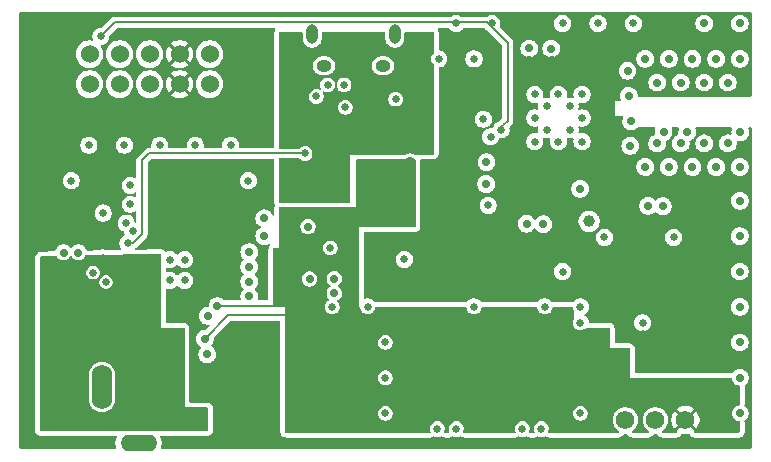
<source format=gbr>
%TF.GenerationSoftware,KiCad,Pcbnew,9.0.4-9.0.4-0~ubuntu22.04.1*%
%TF.CreationDate,2025-09-23T18:33:34+12:00*%
%TF.ProjectId,BBBLedHW,4242424c-6564-4485-972e-6b696361645f,rev?*%
%TF.SameCoordinates,PX7365040PY5f5e100*%
%TF.FileFunction,Copper,L4,Bot*%
%TF.FilePolarity,Positive*%
%FSLAX46Y46*%
G04 Gerber Fmt 4.6, Leading zero omitted, Abs format (unit mm)*
G04 Created by KiCad (PCBNEW 9.0.4-9.0.4-0~ubuntu22.04.1) date 2025-09-23 18:33:34*
%MOMM*%
%LPD*%
G01*
G04 APERTURE LIST*
%TA.AperFunction,ComponentPad*%
%ADD10C,1.574800*%
%TD*%
%TA.AperFunction,ComponentPad*%
%ADD11O,1.016000X1.651000*%
%TD*%
%TA.AperFunction,ComponentPad*%
%ADD12O,1.295400X1.016000*%
%TD*%
%TA.AperFunction,ComponentPad*%
%ADD13C,1.524000*%
%TD*%
%TA.AperFunction,ComponentPad*%
%ADD14O,1.750000X4.250000*%
%TD*%
%TA.AperFunction,ComponentPad*%
%ADD15O,1.750000X3.750000*%
%TD*%
%TA.AperFunction,ComponentPad*%
%ADD16O,3.100000X1.400000*%
%TD*%
%TA.AperFunction,ViaPad*%
%ADD17C,0.700000*%
%TD*%
%TA.AperFunction,ViaPad*%
%ADD18C,0.650000*%
%TD*%
%TA.AperFunction,ViaPad*%
%ADD19C,1.000000*%
%TD*%
%TA.AperFunction,ViaPad*%
%ADD20C,0.900000*%
%TD*%
%TA.AperFunction,Conductor*%
%ADD21C,0.150000*%
%TD*%
G04 APERTURE END LIST*
D10*
%TO.P,J2,1,GND*%
%TO.N,GND*%
X52328400Y3419200D03*
%TO.P,J2,2,DATA*%
%TO.N,/LED_DATA*%
X54868400Y3419200D03*
%TO.P,J2,3,5V*%
%TO.N,+5V*%
X57408400Y3419200D03*
%TD*%
D11*
%TO.P,J1,S_1*%
%TO.N,N/C*%
X32800000Y36081402D03*
%TO.P,J1,S_2*%
X25799999Y36081402D03*
D12*
%TO.P,J1,S_3*%
X31800000Y33406401D03*
%TO.P,J1,S_4*%
X26800000Y33406401D03*
%TD*%
D13*
%TO.P,J4,1,RST*%
%TO.N,/SWD_nRST*%
X6960000Y31860000D03*
%TO.P,J4,2,SWCLK*%
%TO.N,/SWD_CLK*%
X6960000Y34400000D03*
%TO.P,J4,3,SWIM*%
%TO.N,unconnected-(J4-SWIM-Pad3)*%
X9500000Y31860000D03*
%TO.P,J4,4,SWDIO*%
%TO.N,/SWD_IO*%
X9500000Y34400000D03*
%TO.P,J4,5,GND*%
%TO.N,GND*%
X12040000Y31860000D03*
%TO.P,J4,6,GND*%
X12040000Y34400000D03*
%TO.P,J4,7,3V3*%
%TO.N,+3V3*%
X14580000Y31860000D03*
%TO.P,J4,8,3V3*%
X14580000Y34400000D03*
%TO.P,J4,9,5V*%
%TO.N,unconnected-(J4-5V-Pad9)*%
X17120000Y31860000D03*
%TO.P,J4,10,5V*%
%TO.N,unconnected-(J4-5V-Pad10)*%
X17120000Y34400000D03*
%TD*%
D14*
%TO.P,J3,1*%
%TO.N,VBUS*%
X13900000Y6204500D03*
D15*
%TO.P,J3,2*%
%TO.N,GND*%
X8000000Y6204500D03*
D16*
%TO.P,J3,3*%
%TO.N,unconnected-(J3-Pad3)*%
X11100000Y1504500D03*
%TD*%
D17*
%TO.N,+3V3*%
X41800000Y25100000D03*
X44200000Y33920000D03*
D18*
X37000000Y22700000D03*
D17*
X31725000Y15300000D03*
X51600000Y26645000D03*
D18*
X54100000Y9000000D03*
D17*
X46070000Y33900000D03*
X52600000Y34300000D03*
D19*
X38400000Y14000000D03*
D18*
X57300000Y9000000D03*
D17*
X31725000Y14050000D03*
X42350000Y24350000D03*
D18*
X33600000Y18200000D03*
D17*
X48380000Y24100000D03*
D18*
X53800000Y10700000D03*
D17*
X53000000Y31900000D03*
D18*
X41400000Y29000000D03*
X32225000Y18950000D03*
D17*
%TO.N,GND*%
X20475000Y13900000D03*
D18*
X10400000Y23300000D03*
D17*
X21750000Y20500000D03*
D18*
X27337500Y18000000D03*
D17*
X43950000Y20050000D03*
X62050000Y27800000D03*
X62000000Y4000000D03*
X62000000Y24850000D03*
D18*
X47000000Y37000000D03*
X20400000Y23700000D03*
D17*
X20475000Y15150000D03*
D18*
X44650000Y27000000D03*
X48650000Y31000000D03*
X40700000Y21600000D03*
D17*
X52505000Y32990000D03*
X16950000Y12250000D03*
X62000000Y34000000D03*
X45370000Y20010000D03*
X6000000Y17550000D03*
D18*
X5400000Y23700000D03*
D17*
X54000000Y24850000D03*
D18*
X45200000Y2700000D03*
X48650000Y27000000D03*
D17*
X62000000Y37000000D03*
X40560000Y25270000D03*
X20475000Y16400000D03*
D18*
X33600000Y17025000D03*
D17*
X44180000Y34890000D03*
X16900000Y9000000D03*
D18*
X45650000Y30000000D03*
D17*
X20475000Y17650000D03*
X62000000Y19000000D03*
X62000000Y22000000D03*
D18*
X32000000Y4000000D03*
D17*
X25575000Y15375000D03*
D18*
X13750000Y17000000D03*
X38000000Y37000000D03*
D17*
X62000000Y7000000D03*
X55500000Y21530000D03*
D18*
X32875000Y30600000D03*
X32000000Y10000000D03*
X44650000Y29000000D03*
X26150000Y30825000D03*
D17*
X59000000Y32000000D03*
X54250000Y21550000D03*
D18*
X27500000Y13000000D03*
X10050000Y20100000D03*
X36400000Y2700000D03*
X10600000Y19400000D03*
X8350000Y15100000D03*
X38000000Y2700000D03*
X47000000Y16000000D03*
D17*
X27675000Y14150000D03*
D18*
X28600000Y29900000D03*
D17*
X57000000Y26850000D03*
D18*
X50000000Y37000000D03*
D17*
X52800000Y28720000D03*
D18*
X39500000Y34000000D03*
D17*
X60000000Y24850000D03*
D18*
X48500000Y13000000D03*
D17*
X57550000Y27800000D03*
X59000000Y26850000D03*
D18*
X12900000Y26700000D03*
X28500000Y31800000D03*
X18900000Y26700000D03*
X13750000Y15250000D03*
D17*
X48500000Y23000000D03*
D18*
X53000000Y37000000D03*
D17*
X52600000Y30875000D03*
D18*
X47650000Y30000000D03*
D17*
X55000000Y32000000D03*
D18*
X6900000Y26700000D03*
X48500000Y11650000D03*
X43600000Y2700000D03*
X15000000Y15250000D03*
D17*
X27675000Y15400000D03*
D18*
X48650000Y29000000D03*
D17*
X56000000Y24850000D03*
X54000000Y34000000D03*
X25450000Y19800000D03*
X55000000Y26850000D03*
D18*
X7250000Y15900000D03*
D17*
X61000000Y32000000D03*
X21750000Y19000000D03*
X4750000Y17550000D03*
X59000000Y37000000D03*
D18*
X36500000Y34000000D03*
X44650000Y31000000D03*
X46650000Y31000000D03*
X48500000Y4000000D03*
X53775000Y11650000D03*
X15000000Y17000000D03*
D17*
X55550000Y27800000D03*
D18*
X47650000Y28000000D03*
D17*
X62000000Y10000000D03*
D18*
X10400000Y21700000D03*
D17*
X56000000Y34000000D03*
D18*
X40300000Y28900000D03*
X9900000Y26700000D03*
D17*
X62000000Y16000000D03*
D18*
X30500000Y13000000D03*
D17*
X58000000Y34000000D03*
D18*
X41000000Y37000000D03*
X32000000Y7000000D03*
D17*
X52740000Y26650000D03*
D18*
X45650000Y28000000D03*
X50550000Y18900000D03*
D17*
X57000000Y32000000D03*
X46030000Y34880000D03*
D18*
X40900000Y27400000D03*
D17*
X58000000Y24850000D03*
D18*
X8100000Y20950000D03*
X46650000Y27000000D03*
D17*
X61000000Y26850000D03*
D18*
X56400000Y18900000D03*
D17*
X62000000Y13000000D03*
D18*
X15900000Y26700000D03*
X45500000Y13000000D03*
X39500000Y13000000D03*
D17*
X40530000Y23410000D03*
X60000000Y34000000D03*
D18*
X27100000Y31800000D03*
%TO.N,VBUS*%
X8100000Y14150000D03*
X9650000Y12400000D03*
X8076000Y17149000D03*
D19*
X16000000Y3500000D03*
D18*
X10325000Y16675000D03*
D20*
X4850000Y13150000D03*
X5900000Y13150000D03*
D18*
X9150000Y13400000D03*
D20*
%TO.N,+5V*%
X36500000Y11700000D03*
D18*
X24300000Y19000000D03*
D17*
X24525000Y17600000D03*
D20*
X30300000Y8100000D03*
X34100000Y25250000D03*
D18*
X27350000Y18950000D03*
X27387500Y17050000D03*
D17*
X26525000Y15400000D03*
D20*
X37900000Y11700000D03*
D17*
X24525000Y16350000D03*
X26425000Y19800000D03*
D20*
X45000000Y11700000D03*
D18*
X48500000Y10700000D03*
D20*
X43700000Y11700000D03*
D17*
X17775000Y13075000D03*
D18*
X24300000Y20500000D03*
D17*
X24525000Y13850000D03*
D20*
X30300000Y5100000D03*
D17*
X24525000Y15100000D03*
D20*
X34100000Y22650000D03*
D17*
X16700000Y10300000D03*
D18*
%TO.N,/USB_5V*%
X29800000Y27900000D03*
D20*
X26800000Y24800000D03*
D18*
X28175000Y27125000D03*
X35300000Y28500000D03*
D20*
X30600000Y30800000D03*
X26800000Y23200000D03*
D18*
%TO.N,/SWD_CLK*%
X41800000Y28000000D03*
X7900000Y35900000D03*
%TO.N,/REG_EN*%
X25200000Y26000000D03*
X10200000Y18400000D03*
D19*
%TO.N,/MCU_LLC*%
X49250000Y20250000D03*
%TD*%
D21*
%TO.N,+5V*%
X25250000Y12300000D02*
X18700000Y12300000D01*
X18075000Y13075000D02*
X17775000Y13075000D01*
X24500000Y12850000D02*
X24500000Y12920000D01*
X18700000Y12300000D02*
X16700000Y10300000D01*
X24320000Y13100000D02*
X18100000Y13100000D01*
X18100000Y13100000D02*
X18075000Y13075000D01*
X24500000Y12920000D02*
X24320000Y13100000D01*
%TO.N,/SWD_CLK*%
X41800000Y28200000D02*
X41800000Y28000000D01*
X42350000Y28750000D02*
X42350000Y35350000D01*
X42000000Y28400000D02*
X41800000Y28200000D01*
X42350000Y35350000D02*
X40600000Y37100000D01*
X40600000Y37100000D02*
X9100000Y37100000D01*
X42000000Y28400000D02*
X42350000Y28750000D01*
X9100000Y37100000D02*
X7900000Y35900000D01*
%TO.N,/REG_EN*%
X11400000Y19200000D02*
X10600000Y18400000D01*
X12000000Y26000000D02*
X11400000Y25400000D01*
X10600000Y18400000D02*
X10200000Y18400000D01*
X11400000Y25400000D02*
X11400000Y19200000D01*
X25200000Y26000000D02*
X12000000Y26000000D01*
%TD*%
%TA.AperFunction,Conductor*%
%TO.N,+5V*%
G36*
X34528326Y25478326D02*
G01*
X34550000Y25426000D01*
X34550000Y19824000D01*
X34528326Y19771674D01*
X34476000Y19750000D01*
X29750000Y19750000D01*
X29750000Y13000000D01*
X29801516Y13000000D01*
X29853842Y12978326D01*
X29874094Y12940436D01*
X29898535Y12817555D01*
X29898537Y12817548D01*
X29945688Y12703715D01*
X29945689Y12703714D01*
X30014142Y12601267D01*
X30101267Y12514142D01*
X30203714Y12445689D01*
X30317548Y12398537D01*
X30438394Y12374500D01*
X30561606Y12374500D01*
X30682452Y12398537D01*
X30796286Y12445689D01*
X30898733Y12514142D01*
X30985858Y12601267D01*
X31054311Y12703714D01*
X31101463Y12817548D01*
X31125500Y12938394D01*
X31125500Y12938395D01*
X31125906Y12940436D01*
X31157371Y12987528D01*
X31198484Y13000000D01*
X38801516Y13000000D01*
X38853842Y12978326D01*
X38874094Y12940436D01*
X38898535Y12817555D01*
X38898537Y12817548D01*
X38945688Y12703715D01*
X38945689Y12703714D01*
X39014142Y12601267D01*
X39101267Y12514142D01*
X39203714Y12445689D01*
X39317548Y12398537D01*
X39438394Y12374500D01*
X39561606Y12374500D01*
X39682452Y12398537D01*
X39796286Y12445689D01*
X39898733Y12514142D01*
X39985858Y12601267D01*
X40054311Y12703714D01*
X40101463Y12817548D01*
X40125500Y12938394D01*
X40125500Y12938395D01*
X40125906Y12940436D01*
X40157371Y12987528D01*
X40198484Y13000000D01*
X44801516Y13000000D01*
X44853842Y12978326D01*
X44874094Y12940436D01*
X44898535Y12817555D01*
X44898537Y12817548D01*
X44945688Y12703715D01*
X44945689Y12703714D01*
X45014142Y12601267D01*
X45101267Y12514142D01*
X45203714Y12445689D01*
X45317548Y12398537D01*
X45438394Y12374500D01*
X45561606Y12374500D01*
X45682452Y12398537D01*
X45796286Y12445689D01*
X45898733Y12514142D01*
X45985858Y12601267D01*
X46054311Y12703714D01*
X46101463Y12817548D01*
X46125500Y12938394D01*
X46125500Y12938395D01*
X46125906Y12940436D01*
X46157371Y12987528D01*
X46198484Y13000000D01*
X47801516Y13000000D01*
X47853842Y12978326D01*
X47874094Y12940436D01*
X47898535Y12817555D01*
X47898537Y12817548D01*
X47945688Y12703715D01*
X47945689Y12703714D01*
X47987529Y12641096D01*
X48000000Y12599985D01*
X48000000Y12050017D01*
X47987529Y12008905D01*
X47945689Y11946287D01*
X47898537Y11832453D01*
X47898535Y11832446D01*
X47874500Y11711606D01*
X47874500Y11588395D01*
X47898535Y11467555D01*
X47898537Y11467548D01*
X47945688Y11353715D01*
X47945689Y11353714D01*
X48000000Y11272432D01*
X48000000Y11250000D01*
X48015409Y11250000D01*
X48101267Y11164142D01*
X48203714Y11095689D01*
X48317548Y11048537D01*
X48438394Y11024500D01*
X48561606Y11024500D01*
X48682452Y11048537D01*
X48796286Y11095689D01*
X48898733Y11164142D01*
X48962917Y11228326D01*
X49015243Y11250000D01*
X50926000Y11250000D01*
X50978326Y11228326D01*
X51000000Y11176000D01*
X51000000Y9500000D01*
X52676000Y9500000D01*
X52728326Y9478326D01*
X52750000Y9426000D01*
X52750000Y7000000D01*
X61276120Y7000000D01*
X61328446Y6978326D01*
X61346990Y6939139D01*
X61348791Y6939497D01*
X61374497Y6810261D01*
X61374498Y6810258D01*
X61374499Y6810256D01*
X61423535Y6691873D01*
X61494724Y6585331D01*
X61585331Y6494724D01*
X61691873Y6423535D01*
X61810256Y6374499D01*
X61810258Y6374499D01*
X61810260Y6374498D01*
X61858680Y6364867D01*
X61935931Y6349500D01*
X61935933Y6349500D01*
X61939497Y6348791D01*
X61939069Y6346641D01*
X61983174Y6323101D01*
X62000000Y6276121D01*
X62000000Y4723880D01*
X61978326Y4671554D01*
X61939138Y4653010D01*
X61939497Y4651209D01*
X61935933Y4650500D01*
X61935931Y4650500D01*
X61910976Y4645537D01*
X61810260Y4625503D01*
X61810257Y4625502D01*
X61691876Y4576467D01*
X61585331Y4505277D01*
X61585330Y4505275D01*
X61494725Y4414670D01*
X61494723Y4414669D01*
X61423533Y4308124D01*
X61374498Y4189743D01*
X61374497Y4189740D01*
X61349500Y4064068D01*
X61349500Y3935933D01*
X61374497Y3810261D01*
X61374498Y3810258D01*
X61421308Y3697248D01*
X61423535Y3691873D01*
X61468161Y3625085D01*
X61487610Y3595977D01*
X61494724Y3585331D01*
X61585331Y3494724D01*
X61691873Y3423535D01*
X61810256Y3374499D01*
X61810258Y3374499D01*
X61810260Y3374498D01*
X61858680Y3364867D01*
X61935931Y3349500D01*
X61935933Y3349500D01*
X61939497Y3348791D01*
X61939069Y3346641D01*
X61983174Y3323101D01*
X62000000Y3276121D01*
X62000000Y2424000D01*
X61978326Y2371674D01*
X61926000Y2350000D01*
X58184646Y2350000D01*
X58132320Y2371674D01*
X58110646Y2424000D01*
X58132320Y2476326D01*
X58141149Y2483867D01*
X58156096Y2494727D01*
X57686804Y2964020D01*
X57735915Y2992374D01*
X57835226Y3091685D01*
X57863580Y3140797D01*
X58332873Y2671504D01*
X58423954Y2796865D01*
X58423957Y2796871D01*
X58508807Y2963396D01*
X58508809Y2963402D01*
X58566560Y3141140D01*
X58566563Y3141153D01*
X58595800Y3325750D01*
X58595800Y3512651D01*
X58566563Y3697248D01*
X58566560Y3697261D01*
X58508809Y3874999D01*
X58508807Y3875005D01*
X58423957Y4041530D01*
X58423954Y4041536D01*
X58332873Y4166898D01*
X57863580Y3697606D01*
X57835226Y3746715D01*
X57735915Y3846026D01*
X57686803Y3874382D01*
X58156096Y4343674D01*
X58030733Y4434757D01*
X57864196Y4519611D01*
X57686460Y4577361D01*
X57686447Y4577364D01*
X57501851Y4606600D01*
X57314949Y4606600D01*
X57130352Y4577364D01*
X57130339Y4577361D01*
X56952603Y4519611D01*
X56786071Y4434759D01*
X56660702Y4343674D01*
X57129995Y3874381D01*
X57080885Y3846026D01*
X56981574Y3746715D01*
X56953219Y3697605D01*
X56483926Y4166898D01*
X56392841Y4041529D01*
X56307989Y3874997D01*
X56250239Y3697261D01*
X56250236Y3697248D01*
X56221000Y3512651D01*
X56221000Y3325750D01*
X56250236Y3141153D01*
X56250239Y3141140D01*
X56307989Y2963404D01*
X56392843Y2796867D01*
X56483926Y2671504D01*
X56953218Y3140797D01*
X56981574Y3091685D01*
X57080885Y2992374D01*
X57129995Y2964020D01*
X56660702Y2494727D01*
X56675650Y2483867D01*
X56705243Y2435576D01*
X56692021Y2380504D01*
X56643730Y2350911D01*
X56632154Y2350000D01*
X55474517Y2350000D01*
X55422191Y2371674D01*
X55400517Y2424000D01*
X55422191Y2476326D01*
X55436431Y2486676D01*
X55436098Y2487220D01*
X55438578Y2488741D01*
X55438584Y2488744D01*
X55577119Y2589396D01*
X55698204Y2710481D01*
X55798856Y2849016D01*
X55876596Y3001591D01*
X55876597Y3001594D01*
X55929509Y3164439D01*
X55929509Y3164442D01*
X55929512Y3164449D01*
X55956300Y3333580D01*
X55956300Y3504820D01*
X55929512Y3673951D01*
X55929510Y3673956D01*
X55929509Y3673962D01*
X55876597Y3836807D01*
X55876595Y3836811D01*
X55798856Y3989384D01*
X55698207Y4127915D01*
X55698206Y4127916D01*
X55698204Y4127919D01*
X55577119Y4249004D01*
X55568033Y4255606D01*
X55438583Y4349657D01*
X55286010Y4427396D01*
X55286006Y4427398D01*
X55123161Y4480310D01*
X55123148Y4480313D01*
X54954022Y4507100D01*
X54954020Y4507100D01*
X54782780Y4507100D01*
X54782778Y4507100D01*
X54613651Y4480313D01*
X54613638Y4480310D01*
X54450793Y4427398D01*
X54450789Y4427396D01*
X54298216Y4349657D01*
X54159685Y4249008D01*
X54038592Y4127915D01*
X53937943Y3989384D01*
X53860204Y3836811D01*
X53860202Y3836807D01*
X53807290Y3673962D01*
X53807287Y3673949D01*
X53780500Y3504822D01*
X53780500Y3333579D01*
X53807287Y3164452D01*
X53807290Y3164439D01*
X53860202Y3001594D01*
X53860204Y3001590D01*
X53937943Y2849017D01*
X53975832Y2796867D01*
X54038596Y2710481D01*
X54159681Y2589396D01*
X54159684Y2589394D01*
X54159685Y2589393D01*
X54298216Y2488744D01*
X54300702Y2487220D01*
X54299658Y2485519D01*
X54332668Y2446847D01*
X54328208Y2390386D01*
X54285130Y2353615D01*
X54262283Y2350000D01*
X52934517Y2350000D01*
X52882191Y2371674D01*
X52860517Y2424000D01*
X52882191Y2476326D01*
X52896431Y2486676D01*
X52896098Y2487220D01*
X52898578Y2488741D01*
X52898584Y2488744D01*
X53037119Y2589396D01*
X53158204Y2710481D01*
X53258856Y2849016D01*
X53336596Y3001591D01*
X53336597Y3001594D01*
X53389509Y3164439D01*
X53389509Y3164442D01*
X53389512Y3164449D01*
X53416300Y3333580D01*
X53416300Y3504820D01*
X53389512Y3673951D01*
X53389510Y3673956D01*
X53389509Y3673962D01*
X53336597Y3836807D01*
X53336595Y3836811D01*
X53258856Y3989384D01*
X53158207Y4127915D01*
X53158206Y4127916D01*
X53158204Y4127919D01*
X53037119Y4249004D01*
X53037116Y4249007D01*
X53037114Y4249008D01*
X52898583Y4349657D01*
X52746010Y4427396D01*
X52746006Y4427398D01*
X52583161Y4480310D01*
X52583148Y4480313D01*
X52414022Y4507100D01*
X52414020Y4507100D01*
X52242780Y4507100D01*
X52242778Y4507100D01*
X52073651Y4480313D01*
X52073638Y4480310D01*
X51910793Y4427398D01*
X51910789Y4427396D01*
X51758216Y4349657D01*
X51619685Y4249008D01*
X51498592Y4127915D01*
X51397943Y3989384D01*
X51320204Y3836811D01*
X51320202Y3836807D01*
X51267290Y3673962D01*
X51267287Y3673949D01*
X51240500Y3504822D01*
X51240500Y3333579D01*
X51267287Y3164452D01*
X51267290Y3164439D01*
X51320202Y3001594D01*
X51320204Y3001590D01*
X51397943Y2849017D01*
X51435832Y2796867D01*
X51498596Y2710481D01*
X51619681Y2589396D01*
X51619684Y2589394D01*
X51619685Y2589393D01*
X51758216Y2488744D01*
X51760702Y2487220D01*
X51759658Y2485519D01*
X51792668Y2446847D01*
X51788208Y2390386D01*
X51745130Y2353615D01*
X51722283Y2350000D01*
X45842811Y2350000D01*
X45790485Y2371674D01*
X45768811Y2424000D01*
X45774444Y2452319D01*
X45784388Y2476326D01*
X45801463Y2517548D01*
X45825500Y2638394D01*
X45825500Y2761606D01*
X45801463Y2882452D01*
X45754311Y2996286D01*
X45685858Y3098733D01*
X45598733Y3185858D01*
X45557641Y3213315D01*
X45496285Y3254312D01*
X45382452Y3301463D01*
X45382445Y3301465D01*
X45261606Y3325500D01*
X45138394Y3325500D01*
X45017554Y3301465D01*
X45017547Y3301463D01*
X44903714Y3254312D01*
X44801270Y3185861D01*
X44714139Y3098730D01*
X44645688Y2996286D01*
X44598537Y2882453D01*
X44598535Y2882446D01*
X44574500Y2761606D01*
X44574500Y2638395D01*
X44598535Y2517555D01*
X44598537Y2517548D01*
X44625556Y2452319D01*
X44625556Y2395681D01*
X44585508Y2355633D01*
X44557189Y2350000D01*
X44242811Y2350000D01*
X44190485Y2371674D01*
X44168811Y2424000D01*
X44174444Y2452319D01*
X44184388Y2476326D01*
X44201463Y2517548D01*
X44225500Y2638394D01*
X44225500Y2761606D01*
X44201463Y2882452D01*
X44154311Y2996286D01*
X44085858Y3098733D01*
X43998733Y3185858D01*
X43957641Y3213315D01*
X43896285Y3254312D01*
X43782452Y3301463D01*
X43782445Y3301465D01*
X43661606Y3325500D01*
X43538394Y3325500D01*
X43417554Y3301465D01*
X43417547Y3301463D01*
X43303714Y3254312D01*
X43201270Y3185861D01*
X43114139Y3098730D01*
X43045688Y2996286D01*
X42998537Y2882453D01*
X42998535Y2882446D01*
X42974500Y2761606D01*
X42974500Y2638395D01*
X42998535Y2517555D01*
X42998537Y2517548D01*
X43025556Y2452319D01*
X43025556Y2395681D01*
X42985508Y2355633D01*
X42957189Y2350000D01*
X38642811Y2350000D01*
X38590485Y2371674D01*
X38568811Y2424000D01*
X38574444Y2452319D01*
X38584388Y2476326D01*
X38601463Y2517548D01*
X38625500Y2638394D01*
X38625500Y2761606D01*
X38601463Y2882452D01*
X38554311Y2996286D01*
X38485858Y3098733D01*
X38398733Y3185858D01*
X38357641Y3213315D01*
X38296285Y3254312D01*
X38182452Y3301463D01*
X38182445Y3301465D01*
X38061606Y3325500D01*
X37938394Y3325500D01*
X37817554Y3301465D01*
X37817547Y3301463D01*
X37703714Y3254312D01*
X37601270Y3185861D01*
X37514139Y3098730D01*
X37445688Y2996286D01*
X37398537Y2882453D01*
X37398535Y2882446D01*
X37374500Y2761606D01*
X37374500Y2638395D01*
X37398535Y2517555D01*
X37398537Y2517548D01*
X37425556Y2452319D01*
X37425556Y2395681D01*
X37385508Y2355633D01*
X37357189Y2350000D01*
X37042811Y2350000D01*
X36990485Y2371674D01*
X36968811Y2424000D01*
X36974444Y2452319D01*
X36984388Y2476326D01*
X37001463Y2517548D01*
X37025500Y2638394D01*
X37025500Y2761606D01*
X37001463Y2882452D01*
X36954311Y2996286D01*
X36885858Y3098733D01*
X36798733Y3185858D01*
X36757641Y3213315D01*
X36696285Y3254312D01*
X36582452Y3301463D01*
X36582445Y3301465D01*
X36461606Y3325500D01*
X36338394Y3325500D01*
X36217554Y3301465D01*
X36217547Y3301463D01*
X36103714Y3254312D01*
X36001270Y3185861D01*
X35914139Y3098730D01*
X35845688Y2996286D01*
X35798537Y2882453D01*
X35798535Y2882446D01*
X35774500Y2761606D01*
X35774500Y2638395D01*
X35798535Y2517555D01*
X35798537Y2517548D01*
X35825556Y2452319D01*
X35825556Y2395681D01*
X35785508Y2355633D01*
X35757189Y2350000D01*
X23574000Y2350000D01*
X23521674Y2371674D01*
X23500000Y2424000D01*
X23500000Y4061606D01*
X31374500Y4061606D01*
X31374500Y3938395D01*
X31398535Y3817555D01*
X31398537Y3817548D01*
X31445688Y3703715D01*
X31465576Y3673951D01*
X31514142Y3601267D01*
X31601267Y3514142D01*
X31703714Y3445689D01*
X31817548Y3398537D01*
X31938394Y3374500D01*
X32061606Y3374500D01*
X32182452Y3398537D01*
X32296286Y3445689D01*
X32398733Y3514142D01*
X32485858Y3601267D01*
X32554311Y3703714D01*
X32601463Y3817548D01*
X32625500Y3938394D01*
X32625500Y4061606D01*
X47874500Y4061606D01*
X47874500Y3938395D01*
X47898535Y3817555D01*
X47898537Y3817548D01*
X47945688Y3703715D01*
X47965576Y3673951D01*
X48014142Y3601267D01*
X48101267Y3514142D01*
X48203714Y3445689D01*
X48317548Y3398537D01*
X48438394Y3374500D01*
X48561606Y3374500D01*
X48682452Y3398537D01*
X48796286Y3445689D01*
X48898733Y3514142D01*
X48985858Y3601267D01*
X49054311Y3703714D01*
X49101463Y3817548D01*
X49125500Y3938394D01*
X49125500Y4061606D01*
X49101463Y4182452D01*
X49054311Y4296286D01*
X48985858Y4398733D01*
X48898733Y4485858D01*
X48898729Y4485861D01*
X48796285Y4554312D01*
X48682452Y4601463D01*
X48682445Y4601465D01*
X48561606Y4625500D01*
X48438394Y4625500D01*
X48317554Y4601465D01*
X48317547Y4601463D01*
X48203714Y4554312D01*
X48101270Y4485861D01*
X48014139Y4398730D01*
X47945688Y4296286D01*
X47898537Y4182453D01*
X47898535Y4182446D01*
X47874500Y4061606D01*
X32625500Y4061606D01*
X32601463Y4182452D01*
X32554311Y4296286D01*
X32485858Y4398733D01*
X32398733Y4485858D01*
X32398729Y4485861D01*
X32296285Y4554312D01*
X32182452Y4601463D01*
X32182445Y4601465D01*
X32061606Y4625500D01*
X31938394Y4625500D01*
X31817554Y4601465D01*
X31817547Y4601463D01*
X31703714Y4554312D01*
X31601270Y4485861D01*
X31514139Y4398730D01*
X31445688Y4296286D01*
X31398537Y4182453D01*
X31398535Y4182446D01*
X31374500Y4061606D01*
X23500000Y4061606D01*
X23500000Y7061606D01*
X31374500Y7061606D01*
X31374500Y6938395D01*
X31398535Y6817555D01*
X31398537Y6817548D01*
X31445688Y6703715D01*
X31445689Y6703714D01*
X31514142Y6601267D01*
X31601267Y6514142D01*
X31703714Y6445689D01*
X31817548Y6398537D01*
X31938394Y6374500D01*
X32061606Y6374500D01*
X32182452Y6398537D01*
X32296286Y6445689D01*
X32398733Y6514142D01*
X32485858Y6601267D01*
X32554311Y6703714D01*
X32601463Y6817548D01*
X32625500Y6938394D01*
X32625500Y7061606D01*
X32601463Y7182452D01*
X32554311Y7296286D01*
X32485858Y7398733D01*
X32398733Y7485858D01*
X32296286Y7554311D01*
X32296287Y7554311D01*
X32296285Y7554312D01*
X32182452Y7601463D01*
X32182445Y7601465D01*
X32061606Y7625500D01*
X31938394Y7625500D01*
X31817554Y7601465D01*
X31817547Y7601463D01*
X31703714Y7554312D01*
X31601270Y7485861D01*
X31514139Y7398730D01*
X31445688Y7296286D01*
X31398537Y7182453D01*
X31398535Y7182446D01*
X31374500Y7061606D01*
X23500000Y7061606D01*
X23500000Y10061606D01*
X31374500Y10061606D01*
X31374500Y9938395D01*
X31398535Y9817555D01*
X31398537Y9817548D01*
X31445688Y9703715D01*
X31445689Y9703714D01*
X31514142Y9601267D01*
X31601267Y9514142D01*
X31703714Y9445689D01*
X31817548Y9398537D01*
X31938394Y9374500D01*
X32061606Y9374500D01*
X32182452Y9398537D01*
X32296286Y9445689D01*
X32398733Y9514142D01*
X32485858Y9601267D01*
X32554311Y9703714D01*
X32601463Y9817548D01*
X32625500Y9938394D01*
X32625500Y10061606D01*
X32601463Y10182452D01*
X32554311Y10296286D01*
X32485858Y10398733D01*
X32398733Y10485858D01*
X32296286Y10554311D01*
X32296287Y10554311D01*
X32296285Y10554312D01*
X32182452Y10601463D01*
X32182445Y10601465D01*
X32061606Y10625500D01*
X31938394Y10625500D01*
X31817554Y10601465D01*
X31817547Y10601463D01*
X31703714Y10554312D01*
X31601270Y10485861D01*
X31514139Y10398730D01*
X31445688Y10296286D01*
X31398537Y10182453D01*
X31398535Y10182446D01*
X31374500Y10061606D01*
X23500000Y10061606D01*
X23500000Y13000000D01*
X22574000Y13000000D01*
X22521674Y13021674D01*
X22505134Y13061606D01*
X26874500Y13061606D01*
X26874500Y12938395D01*
X26898535Y12817555D01*
X26898537Y12817548D01*
X26945688Y12703715D01*
X26945689Y12703714D01*
X27014142Y12601267D01*
X27101267Y12514142D01*
X27203714Y12445689D01*
X27317548Y12398537D01*
X27438394Y12374500D01*
X27561606Y12374500D01*
X27682452Y12398537D01*
X27796286Y12445689D01*
X27898733Y12514142D01*
X27985858Y12601267D01*
X28054311Y12703714D01*
X28101463Y12817548D01*
X28125500Y12938394D01*
X28125500Y13061606D01*
X28101463Y13182452D01*
X28054311Y13296286D01*
X27985858Y13398733D01*
X27939764Y13444827D01*
X27918091Y13497151D01*
X27939765Y13549477D01*
X27963773Y13565518D01*
X27983122Y13573533D01*
X27983121Y13573533D01*
X27983127Y13573535D01*
X28089669Y13644724D01*
X28180276Y13735331D01*
X28251465Y13841873D01*
X28300501Y13960256D01*
X28325500Y14085931D01*
X28325500Y14214069D01*
X28300501Y14339744D01*
X28251465Y14458127D01*
X28180276Y14564669D01*
X28089669Y14655276D01*
X28002570Y14713474D01*
X27971106Y14760563D01*
X27982155Y14816112D01*
X28002568Y14836526D01*
X28089669Y14894724D01*
X28180276Y14985331D01*
X28251465Y15091873D01*
X28300501Y15210256D01*
X28325500Y15335931D01*
X28325500Y15464069D01*
X28300501Y15589744D01*
X28251465Y15708127D01*
X28180276Y15814669D01*
X28089669Y15905276D01*
X27983127Y15976465D01*
X27983124Y15976467D01*
X27983123Y15976467D01*
X27864742Y16025502D01*
X27864739Y16025503D01*
X27774696Y16043414D01*
X27739069Y16050500D01*
X27610931Y16050500D01*
X27579726Y16044293D01*
X27485260Y16025503D01*
X27485257Y16025502D01*
X27366876Y15976467D01*
X27260331Y15905277D01*
X27260330Y15905275D01*
X27169725Y15814670D01*
X27169723Y15814669D01*
X27098533Y15708124D01*
X27049498Y15589743D01*
X27049497Y15589740D01*
X27024500Y15464068D01*
X27024500Y15335933D01*
X27049497Y15210261D01*
X27049498Y15210258D01*
X27059853Y15185258D01*
X27098535Y15091873D01*
X27169724Y14985331D01*
X27260331Y14894724D01*
X27347427Y14836528D01*
X27378893Y14789437D01*
X27367844Y14733888D01*
X27347428Y14713473D01*
X27314282Y14691325D01*
X27260331Y14655277D01*
X27260330Y14655275D01*
X27169725Y14564670D01*
X27169723Y14564669D01*
X27098533Y14458124D01*
X27049498Y14339743D01*
X27049497Y14339740D01*
X27024500Y14214068D01*
X27024500Y14085933D01*
X27049497Y13960261D01*
X27049498Y13960258D01*
X27049499Y13960256D01*
X27098535Y13841873D01*
X27146207Y13770527D01*
X27169723Y13735332D01*
X27169729Y13735325D01*
X27229368Y13675687D01*
X27251043Y13623362D01*
X27229369Y13571036D01*
X27206918Y13556033D01*
X27206922Y13556026D01*
X27206853Y13555990D01*
X27205367Y13554996D01*
X27203715Y13554312D01*
X27101270Y13485861D01*
X27014139Y13398730D01*
X26945688Y13296286D01*
X26898537Y13182453D01*
X26898535Y13182446D01*
X26874500Y13061606D01*
X22505134Y13061606D01*
X22500000Y13074000D01*
X22500000Y15439068D01*
X24924500Y15439068D01*
X24924500Y15310933D01*
X24949497Y15185261D01*
X24949498Y15185258D01*
X24988179Y15091873D01*
X24998535Y15066873D01*
X25046207Y14995527D01*
X25053019Y14985331D01*
X25069724Y14960331D01*
X25160331Y14869724D01*
X25266873Y14798535D01*
X25385256Y14749499D01*
X25385258Y14749499D01*
X25385260Y14749498D01*
X25427903Y14741016D01*
X25510931Y14724500D01*
X25510933Y14724500D01*
X25639067Y14724500D01*
X25639069Y14724500D01*
X25764744Y14749499D01*
X25883127Y14798535D01*
X25989669Y14869724D01*
X26080276Y14960331D01*
X26151465Y15066873D01*
X26200501Y15185256D01*
X26225500Y15310931D01*
X26225500Y15439069D01*
X26200501Y15564744D01*
X26151465Y15683127D01*
X26080276Y15789669D01*
X25989669Y15880276D01*
X25883127Y15951465D01*
X25883124Y15951467D01*
X25883123Y15951467D01*
X25764742Y16000502D01*
X25764739Y16000503D01*
X25674696Y16018414D01*
X25639069Y16025500D01*
X25510931Y16025500D01*
X25479726Y16019293D01*
X25385260Y16000503D01*
X25385257Y16000502D01*
X25266876Y15951467D01*
X25160331Y15880277D01*
X25160330Y15880275D01*
X25069725Y15789670D01*
X25069723Y15789669D01*
X24998533Y15683124D01*
X24949498Y15564743D01*
X24949497Y15564740D01*
X24924500Y15439068D01*
X22500000Y15439068D01*
X22500000Y17926000D01*
X22521674Y17978326D01*
X22574000Y18000000D01*
X23000000Y18000000D01*
X23000000Y18061606D01*
X26712000Y18061606D01*
X26712000Y17938395D01*
X26736035Y17817555D01*
X26736037Y17817548D01*
X26783188Y17703715D01*
X26783189Y17703714D01*
X26851642Y17601267D01*
X26938767Y17514142D01*
X27041214Y17445689D01*
X27155048Y17398537D01*
X27275894Y17374500D01*
X27399106Y17374500D01*
X27519952Y17398537D01*
X27633786Y17445689D01*
X27736233Y17514142D01*
X27823358Y17601267D01*
X27891811Y17703714D01*
X27938963Y17817548D01*
X27963000Y17938394D01*
X27963000Y18061606D01*
X27938963Y18182452D01*
X27891811Y18296286D01*
X27823358Y18398733D01*
X27736233Y18485858D01*
X27736229Y18485861D01*
X27633785Y18554312D01*
X27519952Y18601463D01*
X27519945Y18601465D01*
X27399106Y18625500D01*
X27275894Y18625500D01*
X27155054Y18601465D01*
X27155047Y18601463D01*
X27041214Y18554312D01*
X26938770Y18485861D01*
X26851639Y18398730D01*
X26783188Y18296286D01*
X26736037Y18182453D01*
X26736035Y18182446D01*
X26712000Y18061606D01*
X23000000Y18061606D01*
X23000000Y19864068D01*
X24799500Y19864068D01*
X24799500Y19735933D01*
X24824497Y19610261D01*
X24824498Y19610258D01*
X24869562Y19501463D01*
X24873535Y19491873D01*
X24898633Y19454311D01*
X24935256Y19399500D01*
X24944724Y19385331D01*
X25035331Y19294724D01*
X25141873Y19223535D01*
X25260256Y19174499D01*
X25260258Y19174499D01*
X25260260Y19174498D01*
X25302903Y19166016D01*
X25385931Y19149500D01*
X25385933Y19149500D01*
X25514067Y19149500D01*
X25514069Y19149500D01*
X25639744Y19174499D01*
X25758127Y19223535D01*
X25864669Y19294724D01*
X25955276Y19385331D01*
X26026465Y19491873D01*
X26075501Y19610256D01*
X26100500Y19735931D01*
X26100500Y19864069D01*
X26084216Y19945931D01*
X26075502Y19989740D01*
X26075501Y19989743D01*
X26026466Y20108124D01*
X26026465Y20108127D01*
X25955276Y20214669D01*
X25864669Y20305276D01*
X25758127Y20376465D01*
X25758124Y20376467D01*
X25758123Y20376467D01*
X25639742Y20425502D01*
X25639739Y20425503D01*
X25549696Y20443414D01*
X25514069Y20450500D01*
X25385931Y20450500D01*
X25354726Y20444293D01*
X25260260Y20425503D01*
X25260257Y20425502D01*
X25141876Y20376467D01*
X25035331Y20305277D01*
X25035330Y20305275D01*
X24944725Y20214670D01*
X24944723Y20214669D01*
X24873533Y20108124D01*
X24824498Y19989743D01*
X24824497Y19989740D01*
X24799500Y19864068D01*
X23000000Y19864068D01*
X23000000Y21426000D01*
X23021674Y21478326D01*
X23074000Y21500000D01*
X29500000Y21500000D01*
X29500000Y25426000D01*
X29521674Y25478326D01*
X29574000Y25500000D01*
X34476000Y25500000D01*
X34528326Y25478326D01*
G37*
%TD.AperFunction*%
%TD*%
%TA.AperFunction,Conductor*%
%TO.N,VBUS*%
G36*
X12977150Y17477814D02*
G01*
X12999982Y17425982D01*
X13000000Y17424338D01*
X13000000Y11250000D01*
X14926000Y11250000D01*
X14978326Y11228326D01*
X15000000Y11176000D01*
X15000000Y4500000D01*
X16926000Y4500000D01*
X16978326Y4478326D01*
X17000000Y4426000D01*
X17000000Y2574000D01*
X16978326Y2521674D01*
X16926000Y2500000D01*
X15000000Y2500000D01*
X2824000Y2500000D01*
X2771674Y2521674D01*
X2750000Y2574000D01*
X2750000Y7293080D01*
X6874500Y7293080D01*
X6874500Y5115921D01*
X6902214Y4940946D01*
X6902216Y4940935D01*
X6956956Y4772461D01*
X6956958Y4772457D01*
X7031786Y4625599D01*
X7037386Y4614610D01*
X7141517Y4471286D01*
X7266786Y4346017D01*
X7410110Y4241886D01*
X7562463Y4164258D01*
X7567956Y4161459D01*
X7567960Y4161457D01*
X7736434Y4106717D01*
X7736438Y4106717D01*
X7736445Y4106714D01*
X7887495Y4082790D01*
X7911420Y4079000D01*
X7911421Y4079000D01*
X8088580Y4079000D01*
X8109626Y4082334D01*
X8263555Y4106714D01*
X8263563Y4106717D01*
X8263565Y4106717D01*
X8432039Y4161457D01*
X8432039Y4161458D01*
X8432042Y4161458D01*
X8589890Y4241886D01*
X8733214Y4346017D01*
X8858483Y4471286D01*
X8962614Y4614610D01*
X9043042Y4772458D01*
X9097786Y4940945D01*
X9125500Y5115921D01*
X9125500Y7293079D01*
X9097786Y7468055D01*
X9097783Y7468062D01*
X9097783Y7468066D01*
X9043043Y7636540D01*
X9043041Y7636544D01*
X9040242Y7642037D01*
X8962614Y7794390D01*
X8858483Y7937714D01*
X8733214Y8062983D01*
X8733211Y8062986D01*
X8733209Y8062987D01*
X8589892Y8167113D01*
X8589886Y8167116D01*
X8432043Y8247542D01*
X8432039Y8247544D01*
X8263565Y8302284D01*
X8263556Y8302286D01*
X8263555Y8302286D01*
X8176067Y8316143D01*
X8088580Y8330000D01*
X8088579Y8330000D01*
X7911421Y8330000D01*
X7911420Y8330000D01*
X7736445Y8302286D01*
X7736434Y8302284D01*
X7567960Y8247544D01*
X7567956Y8247542D01*
X7410113Y8167116D01*
X7410107Y8167113D01*
X7266790Y8062987D01*
X7141513Y7937710D01*
X7037387Y7794393D01*
X7037384Y7794387D01*
X6956958Y7636544D01*
X6956956Y7636540D01*
X6902216Y7468066D01*
X6902214Y7468055D01*
X6874500Y7293080D01*
X2750000Y7293080D01*
X2750000Y15175769D01*
X7774500Y15175769D01*
X7774500Y15024232D01*
X7813717Y14877870D01*
X7813718Y14877867D01*
X7813719Y14877865D01*
X7889485Y14746635D01*
X7996635Y14639485D01*
X8127865Y14563719D01*
X8274231Y14524501D01*
X8274232Y14524500D01*
X8274234Y14524500D01*
X8425768Y14524500D01*
X8425768Y14524501D01*
X8572135Y14563719D01*
X8703365Y14639485D01*
X8810515Y14746635D01*
X8886281Y14877865D01*
X8925499Y15024232D01*
X8925500Y15024232D01*
X8925500Y15175768D01*
X8925499Y15175769D01*
X8886282Y15322131D01*
X8886281Y15322135D01*
X8810515Y15453365D01*
X8703365Y15560515D01*
X8629147Y15603365D01*
X8572139Y15636279D01*
X8572130Y15636283D01*
X8425768Y15675500D01*
X8425766Y15675500D01*
X8274234Y15675500D01*
X8274232Y15675500D01*
X8127869Y15636283D01*
X8127860Y15636279D01*
X7996637Y15560517D01*
X7889483Y15453363D01*
X7813721Y15322140D01*
X7813717Y15322131D01*
X7774500Y15175769D01*
X2750000Y15175769D01*
X2750000Y15975769D01*
X6674500Y15975769D01*
X6674500Y15824232D01*
X6713717Y15677870D01*
X6713721Y15677861D01*
X6781470Y15560517D01*
X6789485Y15546635D01*
X6896635Y15439485D01*
X7027865Y15363719D01*
X7174231Y15324501D01*
X7174232Y15324500D01*
X7174234Y15324500D01*
X7325768Y15324500D01*
X7325768Y15324501D01*
X7472135Y15363719D01*
X7603365Y15439485D01*
X7710515Y15546635D01*
X7786281Y15677865D01*
X7825499Y15824232D01*
X7825500Y15824232D01*
X7825500Y15975768D01*
X7825499Y15975769D01*
X7786282Y16122131D01*
X7786281Y16122135D01*
X7710515Y16253365D01*
X7603365Y16360515D01*
X7603362Y16360517D01*
X7472139Y16436279D01*
X7472130Y16436283D01*
X7325768Y16475500D01*
X7325766Y16475500D01*
X7174234Y16475500D01*
X7174232Y16475500D01*
X7027869Y16436283D01*
X7027860Y16436279D01*
X6896637Y16360517D01*
X6789483Y16253363D01*
X6713721Y16122140D01*
X6713717Y16122131D01*
X6674500Y15975769D01*
X2750000Y15975769D01*
X2750000Y17199848D01*
X2771674Y17252174D01*
X2822355Y17273830D01*
X4154579Y17303435D01*
X4207371Y17282930D01*
X4220307Y17266454D01*
X4228552Y17252174D01*
X4269480Y17181284D01*
X4381284Y17069480D01*
X4518216Y16990423D01*
X4670940Y16949501D01*
X4670941Y16949500D01*
X4670943Y16949500D01*
X4829059Y16949500D01*
X4829059Y16949501D01*
X4981784Y16990423D01*
X5118716Y17069480D01*
X5230520Y17181284D01*
X5295126Y17293188D01*
X5302409Y17298777D01*
X5305735Y17307337D01*
X5324120Y17315436D01*
X5340057Y17327665D01*
X5357557Y17330168D01*
X5388744Y17330861D01*
X5441537Y17310356D01*
X5454473Y17293880D01*
X5478552Y17252174D01*
X5519480Y17181284D01*
X5631284Y17069480D01*
X5768216Y16990423D01*
X5920940Y16949501D01*
X5920941Y16949500D01*
X5920943Y16949500D01*
X6079059Y16949500D01*
X6079059Y16949501D01*
X6231784Y16990423D01*
X6368716Y17069480D01*
X6480520Y17181284D01*
X6559577Y17318216D01*
X6559577Y17318218D01*
X6561371Y17321324D01*
X6606304Y17355803D01*
X6623811Y17358307D01*
X12924358Y17498320D01*
X12977150Y17477814D01*
G37*
%TD.AperFunction*%
%TD*%
%TA.AperFunction,Conductor*%
%TO.N,+3V3*%
G36*
X62978326Y37978326D02*
G01*
X63000000Y37926000D01*
X63000000Y30874000D01*
X62978326Y30821674D01*
X62926000Y30800000D01*
X53424500Y30800000D01*
X53372174Y30821674D01*
X53350500Y30874000D01*
X53350500Y30948917D01*
X53349546Y30953711D01*
X53321658Y31093913D01*
X53265084Y31230495D01*
X53182951Y31353416D01*
X53078416Y31457951D01*
X53071640Y31462479D01*
X52955494Y31540085D01*
X52818917Y31596657D01*
X52818907Y31596660D01*
X52721811Y31615974D01*
X52673918Y31625500D01*
X52526082Y31625500D01*
X52484977Y31617324D01*
X52381092Y31596660D01*
X52381082Y31596657D01*
X52244505Y31540085D01*
X52121584Y31457952D01*
X52121583Y31457950D01*
X52017050Y31353417D01*
X52017048Y31353416D01*
X51934915Y31230495D01*
X51878343Y31093918D01*
X51878340Y31093908D01*
X51854350Y30973299D01*
X51849500Y30948918D01*
X51849500Y30801082D01*
X51859026Y30753189D01*
X51878340Y30656093D01*
X51878343Y30656083D01*
X51934914Y30519508D01*
X51934915Y30519506D01*
X51934916Y30519505D01*
X51937850Y30515114D01*
X51948902Y30459566D01*
X51917438Y30412473D01*
X51876323Y30400000D01*
X51400000Y30400000D01*
X51400000Y29200000D01*
X52079663Y29200000D01*
X52131989Y29178326D01*
X52153663Y29126000D01*
X52141192Y29084888D01*
X52134915Y29075495D01*
X52078343Y28938918D01*
X52078340Y28938908D01*
X52056388Y28828547D01*
X52049500Y28793918D01*
X52049500Y28646082D01*
X52055502Y28615910D01*
X52078340Y28501093D01*
X52078343Y28501083D01*
X52134915Y28364506D01*
X52206702Y28257070D01*
X52217049Y28241584D01*
X52321584Y28137049D01*
X52444505Y28054916D01*
X52581087Y27998342D01*
X52726082Y27969500D01*
X52726084Y27969500D01*
X52873916Y27969500D01*
X52873918Y27969500D01*
X53018913Y27998342D01*
X53155495Y28054916D01*
X53278416Y28137049D01*
X53319693Y28178326D01*
X53372019Y28200000D01*
X53400000Y28200000D01*
X54792602Y28200000D01*
X54844928Y28178326D01*
X54866602Y28126000D01*
X54860969Y28097682D01*
X54828343Y28018918D01*
X54828340Y28018908D01*
X54799500Y27873917D01*
X54799500Y27726083D01*
X54814629Y27650022D01*
X54803580Y27594474D01*
X54770370Y27567219D01*
X54644504Y27515084D01*
X54521584Y27432952D01*
X54521583Y27432950D01*
X54417050Y27328417D01*
X54417048Y27328416D01*
X54334915Y27205495D01*
X54278343Y27068918D01*
X54278340Y27068908D01*
X54263278Y26993185D01*
X54249500Y26923918D01*
X54249500Y26776082D01*
X54259026Y26728189D01*
X54278340Y26631093D01*
X54278343Y26631083D01*
X54334915Y26494506D01*
X54417048Y26371585D01*
X54521584Y26267049D01*
X54644505Y26184916D01*
X54761466Y26136469D01*
X54781087Y26128342D01*
X54926082Y26099500D01*
X54926084Y26099500D01*
X55073916Y26099500D01*
X55073918Y26099500D01*
X55218913Y26128342D01*
X55355495Y26184916D01*
X55478416Y26267049D01*
X55582951Y26371584D01*
X55665084Y26494505D01*
X55721658Y26631087D01*
X55750500Y26776082D01*
X55750500Y26923918D01*
X55735370Y26999979D01*
X55746419Y27055527D01*
X55779627Y27082781D01*
X55905495Y27134916D01*
X56028416Y27217049D01*
X56132951Y27321584D01*
X56215084Y27444505D01*
X56271658Y27581087D01*
X56300500Y27726082D01*
X56300500Y27873918D01*
X56271658Y28018913D01*
X56261710Y28042929D01*
X56239031Y28097682D01*
X56239031Y28154319D01*
X56279080Y28194367D01*
X56307398Y28200000D01*
X56792602Y28200000D01*
X56844928Y28178326D01*
X56866602Y28126000D01*
X56860969Y28097682D01*
X56828343Y28018918D01*
X56828340Y28018908D01*
X56799500Y27873917D01*
X56799500Y27726083D01*
X56814629Y27650022D01*
X56803580Y27594474D01*
X56770370Y27567219D01*
X56644504Y27515084D01*
X56521584Y27432952D01*
X56521583Y27432950D01*
X56417050Y27328417D01*
X56417048Y27328416D01*
X56334915Y27205495D01*
X56278343Y27068918D01*
X56278340Y27068908D01*
X56263278Y26993185D01*
X56249500Y26923918D01*
X56249500Y26776082D01*
X56259026Y26728189D01*
X56278340Y26631093D01*
X56278343Y26631083D01*
X56334915Y26494506D01*
X56417048Y26371585D01*
X56521584Y26267049D01*
X56644505Y26184916D01*
X56761466Y26136469D01*
X56781087Y26128342D01*
X56926082Y26099500D01*
X56926084Y26099500D01*
X57073916Y26099500D01*
X57073918Y26099500D01*
X57218913Y26128342D01*
X57355495Y26184916D01*
X57478416Y26267049D01*
X57582951Y26371584D01*
X57665084Y26494505D01*
X57721658Y26631087D01*
X57750500Y26776082D01*
X57750500Y26923918D01*
X58249500Y26923918D01*
X58249500Y26776082D01*
X58259026Y26728189D01*
X58278340Y26631093D01*
X58278343Y26631083D01*
X58334915Y26494506D01*
X58417048Y26371585D01*
X58521584Y26267049D01*
X58644505Y26184916D01*
X58761466Y26136469D01*
X58781087Y26128342D01*
X58926082Y26099500D01*
X58926084Y26099500D01*
X59073916Y26099500D01*
X59073918Y26099500D01*
X59218913Y26128342D01*
X59355495Y26184916D01*
X59478416Y26267049D01*
X59582951Y26371584D01*
X59665084Y26494505D01*
X59721658Y26631087D01*
X59750500Y26776082D01*
X59750500Y26923918D01*
X59721658Y27068913D01*
X59720605Y27071454D01*
X59665084Y27205495D01*
X59582951Y27328416D01*
X59478415Y27432952D01*
X59355494Y27515085D01*
X59218917Y27571657D01*
X59218907Y27571660D01*
X59121811Y27590974D01*
X59073918Y27600500D01*
X58926082Y27600500D01*
X58884977Y27592324D01*
X58781092Y27571660D01*
X58781082Y27571657D01*
X58644505Y27515085D01*
X58521584Y27432952D01*
X58521583Y27432950D01*
X58417050Y27328417D01*
X58417048Y27328416D01*
X58334915Y27205495D01*
X58278343Y27068918D01*
X58278340Y27068908D01*
X58263278Y26993185D01*
X58249500Y26923918D01*
X57750500Y26923918D01*
X57735301Y27000323D01*
X57735256Y27000563D01*
X57740949Y27028031D01*
X57746419Y27055527D01*
X57746696Y27055756D01*
X57746752Y27056021D01*
X57748097Y27056905D01*
X57779627Y27082781D01*
X57905495Y27134916D01*
X58028416Y27217049D01*
X58132951Y27321584D01*
X58215084Y27444505D01*
X58271658Y27581087D01*
X58300500Y27726082D01*
X58300500Y27873918D01*
X58271658Y28018913D01*
X58261710Y28042929D01*
X58239031Y28097682D01*
X58239031Y28154319D01*
X58279080Y28194367D01*
X58307398Y28200000D01*
X61292602Y28200000D01*
X61344928Y28178326D01*
X61366602Y28126000D01*
X61360969Y28097682D01*
X61328343Y28018918D01*
X61328340Y28018908D01*
X61310366Y27928545D01*
X61299500Y27873918D01*
X61299500Y27726082D01*
X61305162Y27697619D01*
X61313278Y27656816D01*
X61302229Y27601267D01*
X61255137Y27569801D01*
X61222567Y27571401D01*
X61222478Y27570949D01*
X61219433Y27571555D01*
X61219222Y27571565D01*
X61218918Y27571658D01*
X61115345Y27592260D01*
X61073918Y27600500D01*
X60926082Y27600500D01*
X60884977Y27592324D01*
X60781092Y27571660D01*
X60781082Y27571657D01*
X60644505Y27515085D01*
X60521584Y27432952D01*
X60521583Y27432950D01*
X60417050Y27328417D01*
X60417048Y27328416D01*
X60334915Y27205495D01*
X60278343Y27068918D01*
X60278340Y27068908D01*
X60263278Y26993185D01*
X60249500Y26923918D01*
X60249500Y26776082D01*
X60259026Y26728189D01*
X60278340Y26631093D01*
X60278343Y26631083D01*
X60334915Y26494506D01*
X60417048Y26371585D01*
X60521584Y26267049D01*
X60644505Y26184916D01*
X60761466Y26136469D01*
X60781087Y26128342D01*
X60926082Y26099500D01*
X60926084Y26099500D01*
X61073916Y26099500D01*
X61073918Y26099500D01*
X61218913Y26128342D01*
X61355495Y26184916D01*
X61478416Y26267049D01*
X61582951Y26371584D01*
X61665084Y26494505D01*
X61721658Y26631087D01*
X61750500Y26776082D01*
X61750500Y26923918D01*
X61736721Y26993187D01*
X61747770Y27048734D01*
X61794862Y27080200D01*
X61827431Y27078599D01*
X61827522Y27079051D01*
X61830576Y27078444D01*
X61830789Y27078433D01*
X61831079Y27078346D01*
X61831087Y27078342D01*
X61976082Y27049500D01*
X61976084Y27049500D01*
X62123916Y27049500D01*
X62123918Y27049500D01*
X62268913Y27078342D01*
X62405495Y27134916D01*
X62528416Y27217049D01*
X62632951Y27321584D01*
X62715084Y27444505D01*
X62771658Y27581087D01*
X62800500Y27726082D01*
X62800500Y27873918D01*
X62771658Y28018913D01*
X62761710Y28042929D01*
X62739031Y28097682D01*
X62739031Y28154319D01*
X62779080Y28194367D01*
X62807398Y28200000D01*
X62926000Y28200000D01*
X62978326Y28178326D01*
X63000000Y28126000D01*
X63000000Y1074000D01*
X62978326Y1021674D01*
X62926000Y1000000D01*
X13045064Y1000000D01*
X12992738Y1021674D01*
X12971064Y1074000D01*
X12974686Y1096868D01*
X13023400Y1246793D01*
X13023399Y1246793D01*
X13023402Y1246799D01*
X13050500Y1417889D01*
X13050500Y1591111D01*
X13023402Y1762201D01*
X13023400Y1762206D01*
X13023399Y1762212D01*
X12969874Y1926943D01*
X12969868Y1926957D01*
X12939323Y1986905D01*
X12934879Y2043367D01*
X12971662Y2086434D01*
X13005257Y2094500D01*
X16925998Y2094500D01*
X16926000Y2094500D01*
X16957814Y2095750D01*
X17081177Y2125366D01*
X17133503Y2147040D01*
X17190200Y2175929D01*
X17286671Y2258324D01*
X17352960Y2366497D01*
X17374634Y2418823D01*
X17385653Y2448694D01*
X17405500Y2574000D01*
X17405500Y4426000D01*
X17404250Y4457814D01*
X17374634Y4581177D01*
X17352960Y4633503D01*
X17324071Y4690200D01*
X17295305Y4723880D01*
X17241678Y4786670D01*
X17241675Y4786672D01*
X17133509Y4852957D01*
X17133499Y4852962D01*
X17081171Y4874637D01*
X17051313Y4885651D01*
X17051309Y4885652D01*
X17051306Y4885653D01*
X16967768Y4898885D01*
X16926001Y4905500D01*
X16926000Y4905500D01*
X15479500Y4905500D01*
X15427174Y4927174D01*
X15405500Y4979500D01*
X15405500Y11175998D01*
X15405047Y11187522D01*
X15404250Y11207814D01*
X15374634Y11331177D01*
X15352960Y11383503D01*
X15324071Y11440200D01*
X15280430Y11491297D01*
X15241678Y11536670D01*
X15241675Y11536672D01*
X15133509Y11602957D01*
X15133499Y11602962D01*
X15081171Y11624637D01*
X15051313Y11635651D01*
X15051309Y11635652D01*
X15051306Y11635653D01*
X14967768Y11648885D01*
X14926001Y11655500D01*
X14926000Y11655500D01*
X13479500Y11655500D01*
X13427174Y11677174D01*
X13405500Y11729500D01*
X13405500Y14496673D01*
X13427174Y14548999D01*
X13479500Y14570673D01*
X13507818Y14565040D01*
X13538375Y14552383D01*
X13538380Y14552381D01*
X13678545Y14524500D01*
X13678547Y14524500D01*
X13821453Y14524500D01*
X13821455Y14524500D01*
X13961620Y14552381D01*
X14093653Y14607071D01*
X14212479Y14686468D01*
X14313532Y14787521D01*
X14313532Y14787523D01*
X14315837Y14790330D01*
X14316723Y14789603D01*
X14360562Y14818896D01*
X14416111Y14807848D01*
X14433869Y14790090D01*
X14434163Y14790330D01*
X14436467Y14787523D01*
X14436468Y14787521D01*
X14537521Y14686468D01*
X14656347Y14607071D01*
X14788380Y14552381D01*
X14928545Y14524500D01*
X14928547Y14524500D01*
X15071453Y14524500D01*
X15071455Y14524500D01*
X15211620Y14552381D01*
X15343653Y14607071D01*
X15462479Y14686468D01*
X15563532Y14787521D01*
X15642929Y14906347D01*
X15697619Y15038380D01*
X15725500Y15178545D01*
X15725500Y15321455D01*
X15697619Y15461620D01*
X15642929Y15593653D01*
X15563532Y15712479D01*
X15462479Y15813532D01*
X15457215Y15817049D01*
X15423226Y15839760D01*
X15343653Y15892929D01*
X15343650Y15892931D01*
X15343649Y15892931D01*
X15211620Y15947619D01*
X15211614Y15947621D01*
X15117752Y15966291D01*
X15071455Y15975500D01*
X14928545Y15975500D01*
X14888810Y15967597D01*
X14788385Y15947621D01*
X14788379Y15947619D01*
X14656350Y15892931D01*
X14537521Y15813533D01*
X14537520Y15813532D01*
X14436466Y15712477D01*
X14434158Y15709664D01*
X14433271Y15710392D01*
X14389427Y15681103D01*
X14333880Y15692160D01*
X14316135Y15709905D01*
X14315842Y15709664D01*
X14313533Y15712477D01*
X14313532Y15712479D01*
X14212479Y15813532D01*
X14207215Y15817049D01*
X14173226Y15839760D01*
X14093653Y15892929D01*
X14093650Y15892931D01*
X14093649Y15892931D01*
X13961620Y15947619D01*
X13961614Y15947621D01*
X13867752Y15966291D01*
X13821455Y15975500D01*
X13678545Y15975500D01*
X13638810Y15967597D01*
X13538385Y15947621D01*
X13538375Y15947618D01*
X13507818Y15934960D01*
X13451181Y15934960D01*
X13411133Y15975009D01*
X13405500Y16003327D01*
X13405500Y16246673D01*
X13427174Y16298999D01*
X13479500Y16320673D01*
X13507818Y16315040D01*
X13538375Y16302383D01*
X13538380Y16302381D01*
X13678545Y16274500D01*
X13678547Y16274500D01*
X13821453Y16274500D01*
X13821455Y16274500D01*
X13961620Y16302381D01*
X14093653Y16357071D01*
X14212479Y16436468D01*
X14313532Y16537521D01*
X14313532Y16537523D01*
X14315837Y16540330D01*
X14316723Y16539603D01*
X14360562Y16568896D01*
X14416111Y16557848D01*
X14433869Y16540090D01*
X14434163Y16540330D01*
X14436467Y16537523D01*
X14436468Y16537521D01*
X14537521Y16436468D01*
X14656347Y16357071D01*
X14788380Y16302381D01*
X14928545Y16274500D01*
X14928547Y16274500D01*
X15071453Y16274500D01*
X15071455Y16274500D01*
X15211620Y16302381D01*
X15343653Y16357071D01*
X15462479Y16436468D01*
X15563532Y16537521D01*
X15642929Y16656347D01*
X15697619Y16788380D01*
X15725500Y16928545D01*
X15725500Y17071455D01*
X15697619Y17211620D01*
X15642929Y17343653D01*
X15563532Y17462479D01*
X15462479Y17563532D01*
X15343653Y17642929D01*
X15343650Y17642931D01*
X15343649Y17642931D01*
X15211620Y17697619D01*
X15211614Y17697621D01*
X15113774Y17717082D01*
X15071455Y17725500D01*
X14928545Y17725500D01*
X14888810Y17717597D01*
X14788385Y17697621D01*
X14788379Y17697619D01*
X14656350Y17642931D01*
X14537521Y17563533D01*
X14537520Y17563532D01*
X14436466Y17462477D01*
X14434158Y17459664D01*
X14433271Y17460392D01*
X14389427Y17431103D01*
X14333880Y17442160D01*
X14316135Y17459905D01*
X14315842Y17459664D01*
X14313533Y17462477D01*
X14313532Y17462479D01*
X14212479Y17563532D01*
X14093653Y17642929D01*
X14093650Y17642931D01*
X14093649Y17642931D01*
X13961620Y17697619D01*
X13961614Y17697621D01*
X13863774Y17717082D01*
X13821455Y17725500D01*
X13678545Y17725500D01*
X13638810Y17717597D01*
X13538385Y17697621D01*
X13538375Y17697618D01*
X13419906Y17648546D01*
X13363269Y17648546D01*
X13326416Y17681861D01*
X13318106Y17697312D01*
X13233590Y17791930D01*
X13123971Y17855800D01*
X13123970Y17855801D01*
X13123969Y17855801D01*
X13071182Y17876305D01*
X13062621Y17879249D01*
X13041065Y17886662D01*
X13009636Y17890927D01*
X12915352Y17903720D01*
X12915349Y17903720D01*
X12762252Y17900318D01*
X10891296Y17858742D01*
X10838501Y17879249D01*
X10815670Y17931080D01*
X10836177Y17983875D01*
X10852647Y17996807D01*
X10891964Y18019505D01*
X11780495Y18908036D01*
X11843095Y19016464D01*
X11875499Y19137397D01*
X11875500Y19137397D01*
X11875500Y23771454D01*
X19674500Y23771454D01*
X19674500Y23628547D01*
X19702379Y23488386D01*
X19702381Y23488380D01*
X19757071Y23356347D01*
X19836468Y23237521D01*
X19937521Y23136468D01*
X20056347Y23057071D01*
X20188380Y23002381D01*
X20328545Y22974500D01*
X20328547Y22974500D01*
X20471453Y22974500D01*
X20471455Y22974500D01*
X20611620Y23002381D01*
X20743653Y23057071D01*
X20862479Y23136468D01*
X20963532Y23237521D01*
X21042929Y23356347D01*
X21097619Y23488380D01*
X21125500Y23628545D01*
X21125500Y23771455D01*
X21097619Y23911620D01*
X21042929Y24043653D01*
X20963532Y24162479D01*
X20862479Y24263532D01*
X20857215Y24267049D01*
X20823226Y24289760D01*
X20743653Y24342929D01*
X20743650Y24342931D01*
X20743649Y24342931D01*
X20611620Y24397619D01*
X20611614Y24397621D01*
X20517752Y24416291D01*
X20471455Y24425500D01*
X20328545Y24425500D01*
X20288810Y24417597D01*
X20188385Y24397621D01*
X20188379Y24397619D01*
X20056350Y24342931D01*
X19937521Y24263533D01*
X19937520Y24263531D01*
X19836469Y24162480D01*
X19836467Y24162479D01*
X19757069Y24043650D01*
X19702381Y23911621D01*
X19702379Y23911615D01*
X19674500Y23771454D01*
X11875500Y23771454D01*
X11875500Y25172389D01*
X11897174Y25224715D01*
X12175285Y25502826D01*
X12227611Y25524500D01*
X22520500Y25524500D01*
X22572826Y25502826D01*
X22594500Y25450500D01*
X22594500Y21879500D01*
X22595750Y21847686D01*
X22604410Y21811615D01*
X22625366Y21724323D01*
X22643282Y21681070D01*
X22643282Y21624433D01*
X22625367Y21581182D01*
X22614349Y21551314D01*
X22614347Y21551305D01*
X22594500Y21426001D01*
X22594500Y20794370D01*
X22572826Y20742044D01*
X22520500Y20720370D01*
X22468174Y20742044D01*
X22452133Y20766051D01*
X22438278Y20799500D01*
X22415084Y20855495D01*
X22332951Y20978416D01*
X22228416Y21082951D01*
X22201412Y21100995D01*
X22105494Y21165085D01*
X21968917Y21221657D01*
X21968907Y21221660D01*
X21871811Y21240974D01*
X21823918Y21250500D01*
X21676082Y21250500D01*
X21634977Y21242324D01*
X21531092Y21221660D01*
X21531082Y21221657D01*
X21394505Y21165085D01*
X21271584Y21082952D01*
X21271583Y21082950D01*
X21167050Y20978417D01*
X21167048Y20978416D01*
X21084915Y20855495D01*
X21028343Y20718918D01*
X21028340Y20718908D01*
X20999500Y20573917D01*
X20999500Y20426084D01*
X21028340Y20281093D01*
X21028343Y20281083D01*
X21084915Y20144506D01*
X21162398Y20028545D01*
X21167049Y20021584D01*
X21271584Y19917049D01*
X21394505Y19834916D01*
X21434458Y19818367D01*
X21474506Y19778319D01*
X21474506Y19721681D01*
X21434458Y19681633D01*
X21394504Y19665084D01*
X21271584Y19582952D01*
X21271583Y19582950D01*
X21167050Y19478417D01*
X21167048Y19478416D01*
X21084915Y19355495D01*
X21028343Y19218918D01*
X21028340Y19218908D01*
X21006998Y19111614D01*
X20999500Y19073918D01*
X20999500Y18926082D01*
X21003090Y18908036D01*
X21028340Y18781093D01*
X21028343Y18781083D01*
X21084915Y18644506D01*
X21084916Y18644505D01*
X21167049Y18521584D01*
X21271584Y18417049D01*
X21394505Y18334916D01*
X21531087Y18278342D01*
X21676082Y18249500D01*
X21676084Y18249500D01*
X21823916Y18249500D01*
X21823918Y18249500D01*
X21968913Y18278342D01*
X22105495Y18334916D01*
X22105498Y18334919D01*
X22108703Y18336630D01*
X22109468Y18335199D01*
X22159959Y18345249D01*
X22207055Y18313790D01*
X22218112Y18258242D01*
X22208627Y18234004D01*
X22147043Y18133510D01*
X22147038Y18133500D01*
X22125363Y18081172D01*
X22114349Y18051314D01*
X22114347Y18051309D01*
X22114347Y18051306D01*
X22109653Y18021670D01*
X22109653Y18021669D01*
X22094500Y17926001D01*
X22094500Y13649500D01*
X22072826Y13597174D01*
X22020500Y13575500D01*
X21263671Y13575500D01*
X21211345Y13597174D01*
X21189671Y13649500D01*
X21195304Y13677819D01*
X21196658Y13681087D01*
X21225500Y13826082D01*
X21225500Y13973918D01*
X21196658Y14118913D01*
X21140084Y14255495D01*
X21057951Y14378416D01*
X20963693Y14472674D01*
X20942019Y14525000D01*
X20963693Y14577326D01*
X21057950Y14671583D01*
X21057951Y14671584D01*
X21140084Y14794505D01*
X21196658Y14931087D01*
X21225500Y15076082D01*
X21225500Y15223918D01*
X21196658Y15368913D01*
X21176719Y15417049D01*
X21140084Y15505495D01*
X21057951Y15628416D01*
X20963693Y15722674D01*
X20942019Y15775000D01*
X20963693Y15827326D01*
X21057950Y15921583D01*
X21057951Y15921584D01*
X21140084Y16044505D01*
X21196658Y16181087D01*
X21225500Y16326082D01*
X21225500Y16473918D01*
X21196658Y16618913D01*
X21140084Y16755495D01*
X21057951Y16878416D01*
X20963693Y16972674D01*
X20942019Y17025000D01*
X20963693Y17077326D01*
X21057950Y17171583D01*
X21057951Y17171584D01*
X21140084Y17294505D01*
X21196658Y17431087D01*
X21225500Y17576082D01*
X21225500Y17723918D01*
X21196658Y17868913D01*
X21182240Y17903720D01*
X21140084Y18005495D01*
X21057951Y18128416D01*
X20953415Y18232952D01*
X20830494Y18315085D01*
X20693917Y18371657D01*
X20693907Y18371660D01*
X20596811Y18390974D01*
X20548918Y18400500D01*
X20401082Y18400500D01*
X20359977Y18392324D01*
X20256092Y18371660D01*
X20256082Y18371657D01*
X20119505Y18315085D01*
X19996584Y18232952D01*
X19996583Y18232950D01*
X19892050Y18128417D01*
X19892048Y18128416D01*
X19809915Y18005495D01*
X19753343Y17868918D01*
X19753340Y17868908D01*
X19737255Y17788042D01*
X19724500Y17723918D01*
X19724500Y17576082D01*
X19734026Y17528189D01*
X19753340Y17431093D01*
X19753343Y17431083D01*
X19809915Y17294506D01*
X19892048Y17171585D01*
X19986307Y17077326D01*
X20007981Y17025000D01*
X19986307Y16972674D01*
X19892050Y16878417D01*
X19892048Y16878416D01*
X19809915Y16755495D01*
X19753343Y16618918D01*
X19753340Y16618908D01*
X19729263Y16497865D01*
X19724500Y16473918D01*
X19724500Y16326082D01*
X19729215Y16302381D01*
X19753340Y16181093D01*
X19753343Y16181083D01*
X19809915Y16044506D01*
X19892048Y15921585D01*
X19986307Y15827326D01*
X20007981Y15775000D01*
X19986307Y15722674D01*
X19892050Y15628417D01*
X19892048Y15628416D01*
X19809915Y15505495D01*
X19753343Y15368918D01*
X19753340Y15368908D01*
X19724500Y15223917D01*
X19724500Y15076084D01*
X19753340Y14931093D01*
X19753343Y14931083D01*
X19809915Y14794506D01*
X19892048Y14671585D01*
X19986307Y14577326D01*
X20007981Y14525000D01*
X19986307Y14472674D01*
X19892050Y14378417D01*
X19892048Y14378416D01*
X19809915Y14255495D01*
X19753343Y14118918D01*
X19753340Y14118908D01*
X19724500Y13973917D01*
X19724500Y13826084D01*
X19753340Y13681093D01*
X19753342Y13681087D01*
X19754696Y13677819D01*
X19754696Y13621181D01*
X19714648Y13581133D01*
X19686329Y13575500D01*
X18366519Y13575500D01*
X18314193Y13597174D01*
X18253415Y13657952D01*
X18130494Y13740085D01*
X17993917Y13796657D01*
X17993907Y13796660D01*
X17896811Y13815974D01*
X17848918Y13825500D01*
X17701082Y13825500D01*
X17659977Y13817324D01*
X17556092Y13796660D01*
X17556082Y13796657D01*
X17419505Y13740085D01*
X17296584Y13657952D01*
X17296583Y13657950D01*
X17192050Y13553417D01*
X17192048Y13553416D01*
X17109915Y13430495D01*
X17053343Y13293918D01*
X17053340Y13293908D01*
X17024500Y13148917D01*
X17024500Y13074500D01*
X17002826Y13022174D01*
X16950500Y13000500D01*
X16876082Y13000500D01*
X16834977Y12992324D01*
X16731092Y12971660D01*
X16731082Y12971657D01*
X16594505Y12915085D01*
X16471584Y12832952D01*
X16471583Y12832950D01*
X16367050Y12728417D01*
X16367048Y12728416D01*
X16284915Y12605495D01*
X16228343Y12468918D01*
X16228340Y12468908D01*
X16199500Y12323917D01*
X16199500Y12176084D01*
X16228340Y12031093D01*
X16228343Y12031083D01*
X16284915Y11894506D01*
X16367048Y11771585D01*
X16471584Y11667049D01*
X16594505Y11584916D01*
X16710976Y11536672D01*
X16731087Y11528342D01*
X16876082Y11499500D01*
X16876084Y11499500D01*
X17023915Y11499500D01*
X17023918Y11499500D01*
X17038218Y11502345D01*
X17093765Y11491297D01*
X17125232Y11444205D01*
X17114184Y11388656D01*
X17104980Y11377441D01*
X16799714Y11072174D01*
X16747388Y11050500D01*
X16626082Y11050500D01*
X16584977Y11042324D01*
X16481092Y11021660D01*
X16481082Y11021657D01*
X16344505Y10965085D01*
X16221584Y10882952D01*
X16221583Y10882950D01*
X16117050Y10778417D01*
X16117048Y10778416D01*
X16034915Y10655495D01*
X15978343Y10518918D01*
X15978340Y10518908D01*
X15949500Y10373917D01*
X15949500Y10226084D01*
X15978340Y10081093D01*
X15978343Y10081083D01*
X16034915Y9944506D01*
X16117048Y9821585D01*
X16221584Y9717049D01*
X16346887Y9633324D01*
X16378353Y9586232D01*
X16367304Y9530683D01*
X16358102Y9519470D01*
X16317048Y9478416D01*
X16234915Y9355495D01*
X16178343Y9218918D01*
X16178340Y9218908D01*
X16149500Y9073917D01*
X16149500Y8926084D01*
X16178340Y8781093D01*
X16178343Y8781083D01*
X16234915Y8644506D01*
X16234916Y8644505D01*
X16317049Y8521584D01*
X16421584Y8417049D01*
X16544505Y8334916D01*
X16681087Y8278342D01*
X16826082Y8249500D01*
X16826084Y8249500D01*
X16973916Y8249500D01*
X16973918Y8249500D01*
X17118913Y8278342D01*
X17255495Y8334916D01*
X17378416Y8417049D01*
X17482951Y8521584D01*
X17565084Y8644505D01*
X17621658Y8781087D01*
X17650500Y8926082D01*
X17650500Y9073918D01*
X17621658Y9218913D01*
X17608988Y9249500D01*
X17565084Y9355495D01*
X17482951Y9478416D01*
X17378415Y9582952D01*
X17253112Y9666677D01*
X17221646Y9713770D01*
X17232695Y9769318D01*
X17241894Y9780528D01*
X17282951Y9821584D01*
X17365084Y9944505D01*
X17421658Y10081087D01*
X17450500Y10226082D01*
X17450500Y10347390D01*
X17472174Y10399716D01*
X18875285Y11802826D01*
X18927611Y11824500D01*
X23020500Y11824500D01*
X23072826Y11802826D01*
X23094500Y11750500D01*
X23094500Y10021670D01*
X23094500Y7021670D01*
X23094500Y4021670D01*
X23094500Y2424000D01*
X23095750Y2392186D01*
X23123613Y2276127D01*
X23125366Y2268823D01*
X23147040Y2216496D01*
X23147041Y2216494D01*
X23175928Y2159802D01*
X23175930Y2159799D01*
X23258321Y2063331D01*
X23258324Y2063329D01*
X23361666Y2000000D01*
X23366497Y1997040D01*
X23410202Y1978937D01*
X23418828Y1975364D01*
X23441544Y1966985D01*
X23448694Y1964347D01*
X23558926Y1946888D01*
X23573999Y1944500D01*
X23574000Y1944500D01*
X35757188Y1944500D01*
X35757189Y1944500D01*
X35836298Y1952292D01*
X35864617Y1957925D01*
X35969601Y1994330D01*
X36022570Y2032816D01*
X36077642Y2046038D01*
X36094376Y2041319D01*
X36188380Y2002381D01*
X36328545Y1974500D01*
X36328547Y1974500D01*
X36471453Y1974500D01*
X36471455Y1974500D01*
X36611620Y2002381D01*
X36705056Y2041084D01*
X36761692Y2041084D01*
X36772037Y2035813D01*
X36835308Y1997040D01*
X36879013Y1978937D01*
X36887639Y1975364D01*
X36910355Y1966985D01*
X36917505Y1964347D01*
X37027737Y1946888D01*
X37042810Y1944500D01*
X37042811Y1944500D01*
X37357188Y1944500D01*
X37357189Y1944500D01*
X37436298Y1952292D01*
X37464617Y1957925D01*
X37569601Y1994330D01*
X37622570Y2032816D01*
X37677642Y2046038D01*
X37694376Y2041319D01*
X37788380Y2002381D01*
X37928545Y1974500D01*
X37928547Y1974500D01*
X38071453Y1974500D01*
X38071455Y1974500D01*
X38211620Y2002381D01*
X38305056Y2041084D01*
X38361692Y2041084D01*
X38372037Y2035813D01*
X38435308Y1997040D01*
X38479013Y1978937D01*
X38487639Y1975364D01*
X38510355Y1966985D01*
X38517505Y1964347D01*
X38627737Y1946888D01*
X38642810Y1944500D01*
X38642811Y1944500D01*
X42957188Y1944500D01*
X42957189Y1944500D01*
X43036298Y1952292D01*
X43064617Y1957925D01*
X43169601Y1994330D01*
X43222570Y2032816D01*
X43277642Y2046038D01*
X43294376Y2041319D01*
X43388380Y2002381D01*
X43528545Y1974500D01*
X43528547Y1974500D01*
X43671453Y1974500D01*
X43671455Y1974500D01*
X43811620Y2002381D01*
X43905056Y2041084D01*
X43961692Y2041084D01*
X43972037Y2035813D01*
X44035308Y1997040D01*
X44079013Y1978937D01*
X44087639Y1975364D01*
X44110355Y1966985D01*
X44117505Y1964347D01*
X44227737Y1946888D01*
X44242810Y1944500D01*
X44242811Y1944500D01*
X44557188Y1944500D01*
X44557189Y1944500D01*
X44636298Y1952292D01*
X44664617Y1957925D01*
X44769601Y1994330D01*
X44822570Y2032816D01*
X44877642Y2046038D01*
X44894376Y2041319D01*
X44988380Y2002381D01*
X45128545Y1974500D01*
X45128547Y1974500D01*
X45271453Y1974500D01*
X45271455Y1974500D01*
X45411620Y2002381D01*
X45505056Y2041084D01*
X45561692Y2041084D01*
X45572037Y2035813D01*
X45635308Y1997040D01*
X45679013Y1978937D01*
X45687639Y1975364D01*
X45710355Y1966985D01*
X45717505Y1964347D01*
X45827737Y1946888D01*
X45842810Y1944500D01*
X45842811Y1944500D01*
X51722279Y1944500D01*
X51722283Y1944500D01*
X51785655Y1949483D01*
X51785672Y1949486D01*
X51785682Y1949487D01*
X51796231Y1951157D01*
X51808502Y1953098D01*
X51900202Y1978938D01*
X52008394Y2045196D01*
X52051472Y2081967D01*
X52096476Y2126946D01*
X52141218Y2199912D01*
X52187045Y2233186D01*
X52215875Y2234315D01*
X52234910Y2231300D01*
X52234911Y2231300D01*
X52421892Y2231300D01*
X52430096Y2232600D01*
X52441075Y2234339D01*
X52496147Y2221121D01*
X52518588Y2194847D01*
X52536445Y2159802D01*
X52536447Y2159799D01*
X52618838Y2063331D01*
X52618841Y2063329D01*
X52722183Y2000000D01*
X52727014Y1997040D01*
X52770719Y1978937D01*
X52779345Y1975364D01*
X52802061Y1966985D01*
X52809211Y1964347D01*
X52919443Y1946888D01*
X52934516Y1944500D01*
X52934517Y1944500D01*
X54262279Y1944500D01*
X54262283Y1944500D01*
X54325655Y1949483D01*
X54325672Y1949486D01*
X54325682Y1949487D01*
X54336231Y1951157D01*
X54348502Y1953098D01*
X54440202Y1978938D01*
X54548394Y2045196D01*
X54591472Y2081967D01*
X54636476Y2126946D01*
X54681218Y2199912D01*
X54727045Y2233186D01*
X54755875Y2234315D01*
X54774910Y2231300D01*
X54774911Y2231300D01*
X54961892Y2231300D01*
X54970096Y2232600D01*
X54981075Y2234339D01*
X55036147Y2221121D01*
X55058588Y2194847D01*
X55076445Y2159802D01*
X55076447Y2159799D01*
X55158838Y2063331D01*
X55158841Y2063329D01*
X55262183Y2000000D01*
X55267014Y1997040D01*
X55310719Y1978937D01*
X55319345Y1975364D01*
X55342061Y1966985D01*
X55349211Y1964347D01*
X55459443Y1946888D01*
X55474516Y1944500D01*
X55474517Y1944500D01*
X56632153Y1944500D01*
X56632154Y1944500D01*
X56663967Y1945750D01*
X56675543Y1946661D01*
X56738394Y1956615D01*
X56855604Y2005166D01*
X56903895Y2034759D01*
X56955370Y2072158D01*
X57037765Y2168629D01*
X57056864Y2214740D01*
X57096910Y2254787D01*
X57136806Y2259509D01*
X57144300Y2258322D01*
X57314909Y2231300D01*
X57314910Y2231300D01*
X57501890Y2231300D01*
X57678594Y2259288D01*
X57733665Y2246067D01*
X57756913Y2217735D01*
X57757026Y2217792D01*
X57757288Y2217277D01*
X57757377Y2217169D01*
X57757680Y2216511D01*
X57757686Y2216497D01*
X57757687Y2216496D01*
X57757694Y2216481D01*
X57786574Y2159802D01*
X57786576Y2159799D01*
X57868967Y2063331D01*
X57868970Y2063329D01*
X57972312Y2000000D01*
X57977143Y1997040D01*
X58020848Y1978937D01*
X58029474Y1975364D01*
X58052190Y1966985D01*
X58059340Y1964347D01*
X58169572Y1946888D01*
X58184645Y1944500D01*
X58184646Y1944500D01*
X61925998Y1944500D01*
X61926000Y1944500D01*
X61957814Y1945750D01*
X62081177Y1975366D01*
X62133503Y1997040D01*
X62190200Y2025929D01*
X62286671Y2108324D01*
X62352960Y2216497D01*
X62374634Y2268823D01*
X62385653Y2298694D01*
X62405500Y2424000D01*
X62405500Y3276121D01*
X62405320Y3288187D01*
X62400979Y3311149D01*
X62412556Y3366589D01*
X62432578Y3386422D01*
X62478416Y3417049D01*
X62582951Y3521584D01*
X62665084Y3644505D01*
X62721658Y3781087D01*
X62750500Y3926082D01*
X62750500Y4073918D01*
X62721658Y4218913D01*
X62665084Y4355495D01*
X62582951Y4478416D01*
X62478416Y4582951D01*
X62431679Y4614180D01*
X62400214Y4661271D01*
X62399703Y4687281D01*
X62405500Y4723880D01*
X62405500Y6276121D01*
X62405320Y6288187D01*
X62400979Y6311149D01*
X62412556Y6366589D01*
X62432578Y6386422D01*
X62478416Y6417049D01*
X62582951Y6521584D01*
X62665084Y6644505D01*
X62721658Y6781087D01*
X62750500Y6926082D01*
X62750500Y7073918D01*
X62721658Y7218913D01*
X62665084Y7355495D01*
X62582951Y7478416D01*
X62478416Y7582951D01*
X62355495Y7665084D01*
X62355496Y7665084D01*
X62355494Y7665085D01*
X62218917Y7721657D01*
X62218907Y7721660D01*
X62121811Y7740974D01*
X62073918Y7750500D01*
X61926082Y7750500D01*
X61884977Y7742324D01*
X61781092Y7721660D01*
X61781082Y7721657D01*
X61644505Y7665085D01*
X61521584Y7582952D01*
X61521583Y7582951D01*
X61417047Y7478414D01*
X61417044Y7478410D01*
X61385820Y7431681D01*
X61338727Y7400216D01*
X61312718Y7399705D01*
X61276123Y7405500D01*
X61276120Y7405500D01*
X53229500Y7405500D01*
X53177174Y7427174D01*
X53155500Y7479500D01*
X53155500Y9425998D01*
X53155500Y9426000D01*
X53154250Y9457814D01*
X53124634Y9581177D01*
X53102960Y9633503D01*
X53074071Y9690200D01*
X53051140Y9717049D01*
X52991678Y9786670D01*
X52991675Y9786672D01*
X52883509Y9852957D01*
X52883499Y9852962D01*
X52831171Y9874637D01*
X52801313Y9885651D01*
X52801309Y9885652D01*
X52801306Y9885653D01*
X52717768Y9898885D01*
X52676001Y9905500D01*
X52676000Y9905500D01*
X51479500Y9905500D01*
X51427174Y9927174D01*
X51405500Y9979500D01*
X51405500Y10073917D01*
X61249500Y10073917D01*
X61249500Y9926084D01*
X61278340Y9781093D01*
X61278343Y9781083D01*
X61334915Y9644506D01*
X61377230Y9581178D01*
X61417049Y9521584D01*
X61521584Y9417049D01*
X61644505Y9334916D01*
X61781087Y9278342D01*
X61926082Y9249500D01*
X61926084Y9249500D01*
X62073916Y9249500D01*
X62073918Y9249500D01*
X62218913Y9278342D01*
X62355495Y9334916D01*
X62478416Y9417049D01*
X62582951Y9521584D01*
X62665084Y9644505D01*
X62721658Y9781087D01*
X62750500Y9926082D01*
X62750500Y10073918D01*
X62721658Y10218913D01*
X62665084Y10355495D01*
X62582951Y10478416D01*
X62478416Y10582951D01*
X62355495Y10665084D01*
X62355496Y10665084D01*
X62355494Y10665085D01*
X62218917Y10721657D01*
X62218907Y10721660D01*
X62121811Y10740974D01*
X62073918Y10750500D01*
X61926082Y10750500D01*
X61884977Y10742324D01*
X61781092Y10721660D01*
X61781082Y10721657D01*
X61644505Y10665085D01*
X61521584Y10582952D01*
X61521583Y10582950D01*
X61417050Y10478417D01*
X61417048Y10478416D01*
X61334915Y10355495D01*
X61278343Y10218918D01*
X61278340Y10218908D01*
X61249500Y10073917D01*
X51405500Y10073917D01*
X51405500Y11175998D01*
X51405047Y11187522D01*
X51404250Y11207814D01*
X51374634Y11331177D01*
X51352960Y11383503D01*
X51324071Y11440200D01*
X51280430Y11491297D01*
X51241678Y11536670D01*
X51241675Y11536672D01*
X51133509Y11602957D01*
X51133499Y11602962D01*
X51081171Y11624637D01*
X51051313Y11635651D01*
X51051309Y11635652D01*
X51051306Y11635653D01*
X50943218Y11652773D01*
X50926001Y11655500D01*
X50926000Y11655500D01*
X49299065Y11655500D01*
X49246739Y11677174D01*
X49227375Y11718121D01*
X49226209Y11717889D01*
X49225500Y11721454D01*
X53049500Y11721454D01*
X53049500Y11578547D01*
X53077379Y11438386D01*
X53077381Y11438380D01*
X53121785Y11331178D01*
X53132071Y11306347D01*
X53185240Y11226774D01*
X53197908Y11207814D01*
X53211468Y11187521D01*
X53312521Y11086468D01*
X53431347Y11007071D01*
X53563380Y10952381D01*
X53703545Y10924500D01*
X53703547Y10924500D01*
X53846453Y10924500D01*
X53846455Y10924500D01*
X53986620Y10952381D01*
X54118653Y11007071D01*
X54237479Y11086468D01*
X54338532Y11187521D01*
X54417929Y11306347D01*
X54472619Y11438380D01*
X54500500Y11578545D01*
X54500500Y11721455D01*
X54472619Y11861620D01*
X54417929Y11993653D01*
X54338532Y12112479D01*
X54237479Y12213532D01*
X54118653Y12292929D01*
X54118650Y12292931D01*
X54118649Y12292931D01*
X53986620Y12347619D01*
X53986614Y12347621D01*
X53892752Y12366291D01*
X53846455Y12375500D01*
X53703545Y12375500D01*
X53663810Y12367597D01*
X53563385Y12347621D01*
X53563379Y12347619D01*
X53431350Y12292931D01*
X53312521Y12213533D01*
X53312520Y12213531D01*
X53211469Y12112480D01*
X53211467Y12112479D01*
X53132069Y11993650D01*
X53077381Y11861621D01*
X53077379Y11861615D01*
X53049500Y11721454D01*
X49225500Y11721454D01*
X49223899Y11729500D01*
X49197619Y11861620D01*
X49142929Y11993653D01*
X49063532Y12112479D01*
X48962479Y12213532D01*
X48887738Y12263473D01*
X48856273Y12310563D01*
X48867322Y12366112D01*
X48887736Y12386527D01*
X48962479Y12436468D01*
X49063532Y12537521D01*
X49142929Y12656347D01*
X49197619Y12788380D01*
X49225500Y12928545D01*
X49225500Y13071455D01*
X49225010Y13073918D01*
X61249500Y13073918D01*
X61249500Y12926082D01*
X61251688Y12915084D01*
X61278340Y12781093D01*
X61278343Y12781083D01*
X61334915Y12644506D01*
X61417048Y12521585D01*
X61521584Y12417049D01*
X61644505Y12334916D01*
X61669651Y12324500D01*
X61781087Y12278342D01*
X61926082Y12249500D01*
X61926084Y12249500D01*
X62073916Y12249500D01*
X62073918Y12249500D01*
X62218913Y12278342D01*
X62355495Y12334916D01*
X62478416Y12417049D01*
X62582951Y12521584D01*
X62665084Y12644505D01*
X62721658Y12781087D01*
X62750500Y12926082D01*
X62750500Y13073918D01*
X62721658Y13218913D01*
X62665084Y13355495D01*
X62582951Y13478416D01*
X62478416Y13582951D01*
X62388653Y13642929D01*
X62355494Y13665085D01*
X62218917Y13721657D01*
X62218907Y13721660D01*
X62121811Y13740974D01*
X62073918Y13750500D01*
X61926082Y13750500D01*
X61884977Y13742324D01*
X61781092Y13721660D01*
X61781082Y13721657D01*
X61644505Y13665085D01*
X61521584Y13582952D01*
X61521583Y13582950D01*
X61417050Y13478417D01*
X61417048Y13478416D01*
X61334915Y13355495D01*
X61278343Y13218918D01*
X61278340Y13218908D01*
X61254263Y13097865D01*
X61249500Y13073918D01*
X49225010Y13073918D01*
X49197619Y13211620D01*
X49142929Y13343653D01*
X49063532Y13462479D01*
X48962479Y13563532D01*
X48933416Y13582951D01*
X48876201Y13621181D01*
X48843653Y13642929D01*
X48843650Y13642931D01*
X48843649Y13642931D01*
X48711620Y13697619D01*
X48711614Y13697621D01*
X48617752Y13716291D01*
X48571455Y13725500D01*
X48428545Y13725500D01*
X48388810Y13717597D01*
X48288385Y13697621D01*
X48288379Y13697619D01*
X48156350Y13642931D01*
X48037521Y13563533D01*
X48037520Y13563532D01*
X47936466Y13462477D01*
X47936463Y13462474D01*
X47915441Y13431011D01*
X47868349Y13399546D01*
X47842337Y13399035D01*
X47801518Y13405500D01*
X47801516Y13405500D01*
X46198484Y13405500D01*
X46198483Y13405500D01*
X46156693Y13399301D01*
X46101753Y13413063D01*
X46084306Y13431388D01*
X46063532Y13462479D01*
X45962478Y13563533D01*
X45876201Y13621181D01*
X45843653Y13642929D01*
X45843650Y13642931D01*
X45843649Y13642931D01*
X45711620Y13697619D01*
X45711614Y13697621D01*
X45617752Y13716291D01*
X45571455Y13725500D01*
X45428545Y13725500D01*
X45388810Y13717597D01*
X45288385Y13697621D01*
X45288379Y13697619D01*
X45156350Y13642931D01*
X45037521Y13563533D01*
X45037520Y13563532D01*
X44936466Y13462477D01*
X44936463Y13462474D01*
X44915441Y13431011D01*
X44868349Y13399546D01*
X44842337Y13399035D01*
X44801518Y13405500D01*
X44801516Y13405500D01*
X40198484Y13405500D01*
X40198483Y13405500D01*
X40156693Y13399301D01*
X40101753Y13413063D01*
X40084306Y13431388D01*
X40063532Y13462479D01*
X39962478Y13563533D01*
X39876201Y13621181D01*
X39843653Y13642929D01*
X39843650Y13642931D01*
X39843649Y13642931D01*
X39711620Y13697619D01*
X39711614Y13697621D01*
X39617752Y13716291D01*
X39571455Y13725500D01*
X39428545Y13725500D01*
X39388810Y13717597D01*
X39288385Y13697621D01*
X39288379Y13697619D01*
X39156350Y13642931D01*
X39037521Y13563533D01*
X39037520Y13563532D01*
X38936466Y13462477D01*
X38936463Y13462474D01*
X38915441Y13431011D01*
X38868349Y13399546D01*
X38842337Y13399035D01*
X38801518Y13405500D01*
X38801516Y13405500D01*
X31198484Y13405500D01*
X31198483Y13405500D01*
X31156693Y13399301D01*
X31101753Y13413063D01*
X31084306Y13431388D01*
X31063532Y13462479D01*
X30962478Y13563533D01*
X30876201Y13621181D01*
X30843653Y13642929D01*
X30843650Y13642931D01*
X30843649Y13642931D01*
X30711620Y13697619D01*
X30711614Y13697621D01*
X30617752Y13716291D01*
X30571455Y13725500D01*
X30428545Y13725500D01*
X30388810Y13717597D01*
X30288385Y13697621D01*
X30288375Y13697618D01*
X30257818Y13684960D01*
X30201181Y13684960D01*
X30161133Y13725009D01*
X30155500Y13753327D01*
X30155500Y16071455D01*
X46274500Y16071455D01*
X46274500Y15928545D01*
X46275885Y15921584D01*
X46302379Y15788386D01*
X46302381Y15788380D01*
X46346816Y15681103D01*
X46357071Y15656347D01*
X46436468Y15537521D01*
X46537521Y15436468D01*
X46656347Y15357071D01*
X46788380Y15302381D01*
X46928545Y15274500D01*
X46928547Y15274500D01*
X47071453Y15274500D01*
X47071455Y15274500D01*
X47211620Y15302381D01*
X47343653Y15357071D01*
X47462479Y15436468D01*
X47563532Y15537521D01*
X47642929Y15656347D01*
X47697619Y15788380D01*
X47725500Y15928545D01*
X47725500Y16071455D01*
X47725010Y16073918D01*
X61249500Y16073918D01*
X61249500Y15926082D01*
X61250395Y15921585D01*
X61278340Y15781093D01*
X61278343Y15781083D01*
X61334915Y15644506D01*
X61406400Y15537522D01*
X61417049Y15521584D01*
X61521584Y15417049D01*
X61644505Y15334916D01*
X61781087Y15278342D01*
X61926082Y15249500D01*
X61926084Y15249500D01*
X62073916Y15249500D01*
X62073918Y15249500D01*
X62218913Y15278342D01*
X62355495Y15334916D01*
X62478416Y15417049D01*
X62582951Y15521584D01*
X62665084Y15644505D01*
X62721658Y15781087D01*
X62750500Y15926082D01*
X62750500Y16073918D01*
X62721658Y16218913D01*
X62710159Y16246673D01*
X62665084Y16355495D01*
X62582951Y16478416D01*
X62478415Y16582952D01*
X62355494Y16665085D01*
X62218917Y16721657D01*
X62218907Y16721660D01*
X62121811Y16740974D01*
X62073918Y16750500D01*
X61926082Y16750500D01*
X61884977Y16742324D01*
X61781092Y16721660D01*
X61781082Y16721657D01*
X61644505Y16665085D01*
X61521584Y16582952D01*
X61521583Y16582950D01*
X61417050Y16478417D01*
X61417048Y16478416D01*
X61334915Y16355495D01*
X61278343Y16218918D01*
X61278340Y16218908D01*
X61254263Y16097865D01*
X61249500Y16073918D01*
X47725010Y16073918D01*
X47697619Y16211620D01*
X47642929Y16343653D01*
X47563532Y16462479D01*
X47462479Y16563532D01*
X47454451Y16568896D01*
X47423226Y16589760D01*
X47343653Y16642929D01*
X47343650Y16642931D01*
X47343649Y16642931D01*
X47211620Y16697619D01*
X47211614Y16697621D01*
X47117752Y16716291D01*
X47071455Y16725500D01*
X46928545Y16725500D01*
X46888810Y16717597D01*
X46788385Y16697621D01*
X46788379Y16697619D01*
X46656350Y16642931D01*
X46537521Y16563533D01*
X46537520Y16563531D01*
X46436469Y16462480D01*
X46436467Y16462479D01*
X46357069Y16343650D01*
X46302381Y16211621D01*
X46302379Y16211615D01*
X46279104Y16094604D01*
X46274500Y16071455D01*
X30155500Y16071455D01*
X30155500Y17096455D01*
X32874500Y17096455D01*
X32874500Y16953545D01*
X32879473Y16928545D01*
X32902379Y16813386D01*
X32902381Y16813380D01*
X32940373Y16721658D01*
X32957071Y16681347D01*
X33010240Y16601774D01*
X33035791Y16563533D01*
X33036468Y16562521D01*
X33137521Y16461468D01*
X33256347Y16382071D01*
X33388380Y16327381D01*
X33528545Y16299500D01*
X33528547Y16299500D01*
X33671453Y16299500D01*
X33671455Y16299500D01*
X33811620Y16327381D01*
X33943653Y16382071D01*
X34062479Y16461468D01*
X34163532Y16562521D01*
X34242929Y16681347D01*
X34297619Y16813380D01*
X34325500Y16953545D01*
X34325500Y17096455D01*
X34297619Y17236620D01*
X34242929Y17368653D01*
X34163532Y17487479D01*
X34062479Y17588532D01*
X34048430Y17597919D01*
X33981065Y17642931D01*
X33943653Y17667929D01*
X33943650Y17667931D01*
X33943649Y17667931D01*
X33811620Y17722619D01*
X33811614Y17722621D01*
X33717752Y17741291D01*
X33671455Y17750500D01*
X33528545Y17750500D01*
X33488810Y17742597D01*
X33388385Y17722621D01*
X33388379Y17722619D01*
X33256350Y17667931D01*
X33137521Y17588533D01*
X33137520Y17588531D01*
X33036469Y17487480D01*
X33036467Y17487479D01*
X32957069Y17368650D01*
X32902381Y17236621D01*
X32902379Y17236615D01*
X32889444Y17171584D01*
X32874500Y17096455D01*
X30155500Y17096455D01*
X30155500Y18971454D01*
X49824500Y18971454D01*
X49824500Y18828547D01*
X49852379Y18688386D01*
X49852381Y18688380D01*
X49907071Y18556347D01*
X49986468Y18437521D01*
X50087521Y18336468D01*
X50206347Y18257071D01*
X50338380Y18202381D01*
X50478545Y18174500D01*
X50478547Y18174500D01*
X50621453Y18174500D01*
X50621455Y18174500D01*
X50761620Y18202381D01*
X50893653Y18257071D01*
X51012479Y18336468D01*
X51113532Y18437521D01*
X51192929Y18556347D01*
X51247619Y18688380D01*
X51275500Y18828545D01*
X51275500Y18971454D01*
X55674500Y18971454D01*
X55674500Y18828547D01*
X55702379Y18688386D01*
X55702381Y18688380D01*
X55757071Y18556347D01*
X55836468Y18437521D01*
X55937521Y18336468D01*
X56056347Y18257071D01*
X56188380Y18202381D01*
X56328545Y18174500D01*
X56328547Y18174500D01*
X56471453Y18174500D01*
X56471455Y18174500D01*
X56611620Y18202381D01*
X56743653Y18257071D01*
X56862479Y18336468D01*
X56963532Y18437521D01*
X57042929Y18556347D01*
X57097619Y18688380D01*
X57125500Y18828545D01*
X57125500Y18971455D01*
X57105119Y19073918D01*
X61249500Y19073918D01*
X61249500Y18926082D01*
X61253090Y18908036D01*
X61278340Y18781093D01*
X61278343Y18781083D01*
X61334915Y18644506D01*
X61334916Y18644505D01*
X61417049Y18521584D01*
X61521584Y18417049D01*
X61644505Y18334916D01*
X61781087Y18278342D01*
X61926082Y18249500D01*
X61926084Y18249500D01*
X62073916Y18249500D01*
X62073918Y18249500D01*
X62218913Y18278342D01*
X62355495Y18334916D01*
X62478416Y18417049D01*
X62582951Y18521584D01*
X62665084Y18644505D01*
X62721658Y18781087D01*
X62750500Y18926082D01*
X62750500Y19073918D01*
X62721658Y19218913D01*
X62721054Y19220370D01*
X62665084Y19355495D01*
X62582951Y19478416D01*
X62478415Y19582952D01*
X62355494Y19665085D01*
X62218917Y19721657D01*
X62218907Y19721660D01*
X62121811Y19740974D01*
X62073918Y19750500D01*
X61926082Y19750500D01*
X61884977Y19742324D01*
X61781092Y19721660D01*
X61781082Y19721657D01*
X61644505Y19665085D01*
X61521584Y19582952D01*
X61521583Y19582950D01*
X61417050Y19478417D01*
X61417048Y19478416D01*
X61334915Y19355495D01*
X61278343Y19218918D01*
X61278340Y19218908D01*
X61256998Y19111614D01*
X61249500Y19073918D01*
X57105119Y19073918D01*
X57097619Y19111620D01*
X57042929Y19243653D01*
X56963532Y19362479D01*
X56862479Y19463532D01*
X56857215Y19467049D01*
X56795443Y19508324D01*
X56743653Y19542929D01*
X56743650Y19542931D01*
X56743649Y19542931D01*
X56611620Y19597619D01*
X56611614Y19597621D01*
X56516695Y19616501D01*
X56471455Y19625500D01*
X56328545Y19625500D01*
X56288810Y19617597D01*
X56188385Y19597621D01*
X56188379Y19597619D01*
X56056350Y19542931D01*
X55937521Y19463533D01*
X55937520Y19463531D01*
X55836469Y19362480D01*
X55836467Y19362479D01*
X55757069Y19243650D01*
X55702381Y19111621D01*
X55702379Y19111615D01*
X55674500Y18971454D01*
X51275500Y18971454D01*
X51275500Y18971455D01*
X51247619Y19111620D01*
X51192929Y19243653D01*
X51113532Y19362479D01*
X51012479Y19463532D01*
X51007215Y19467049D01*
X50945443Y19508324D01*
X50893653Y19542929D01*
X50893650Y19542931D01*
X50893649Y19542931D01*
X50761620Y19597619D01*
X50761614Y19597621D01*
X50666695Y19616501D01*
X50621455Y19625500D01*
X50478545Y19625500D01*
X50438810Y19617597D01*
X50338385Y19597621D01*
X50338379Y19597619D01*
X50206350Y19542931D01*
X50087521Y19463533D01*
X50087520Y19463531D01*
X49986469Y19362480D01*
X49986467Y19362479D01*
X49907069Y19243650D01*
X49852381Y19111621D01*
X49852379Y19111615D01*
X49824500Y18971454D01*
X30155500Y18971454D01*
X30155500Y19270500D01*
X30177174Y19322826D01*
X30229500Y19344500D01*
X34475998Y19344500D01*
X34476000Y19344500D01*
X34507814Y19345750D01*
X34631177Y19375366D01*
X34683503Y19397040D01*
X34740200Y19425929D01*
X34836671Y19508324D01*
X34902960Y19616497D01*
X34924634Y19668823D01*
X34935653Y19698694D01*
X34955500Y19824000D01*
X34955500Y20123917D01*
X43199500Y20123917D01*
X43199500Y19976084D01*
X43228340Y19831093D01*
X43228343Y19831083D01*
X43284915Y19694506D01*
X43359454Y19582951D01*
X43367049Y19571584D01*
X43471584Y19467049D01*
X43594505Y19384916D01*
X43731087Y19328342D01*
X43876082Y19299500D01*
X43876084Y19299500D01*
X44023916Y19299500D01*
X44023918Y19299500D01*
X44168913Y19328342D01*
X44305495Y19384916D01*
X44428416Y19467049D01*
X44532951Y19571584D01*
X44585109Y19649645D01*
X44632199Y19681109D01*
X44687748Y19670060D01*
X44708164Y19649644D01*
X44730312Y19616497D01*
X44783785Y19536468D01*
X44787049Y19531584D01*
X44891584Y19427049D01*
X45014505Y19344916D01*
X45151087Y19288342D01*
X45296082Y19259500D01*
X45296084Y19259500D01*
X45443916Y19259500D01*
X45443918Y19259500D01*
X45588913Y19288342D01*
X45725495Y19344916D01*
X45848416Y19427049D01*
X45952951Y19531584D01*
X46035084Y19654505D01*
X46091658Y19791087D01*
X46120500Y19936082D01*
X46120500Y20083918D01*
X46091658Y20228913D01*
X46075092Y20268908D01*
X46056411Y20314008D01*
X46046187Y20338691D01*
X48349500Y20338691D01*
X48349500Y20161309D01*
X48352843Y20144505D01*
X48384104Y19987340D01*
X48384107Y19987330D01*
X48451985Y19823456D01*
X48546748Y19681633D01*
X48550536Y19675965D01*
X48675965Y19550536D01*
X48823453Y19451987D01*
X48823454Y19451987D01*
X48823455Y19451986D01*
X48985378Y19384916D01*
X48987334Y19384106D01*
X49161309Y19349500D01*
X49161311Y19349500D01*
X49338689Y19349500D01*
X49338691Y19349500D01*
X49512666Y19384106D01*
X49676547Y19451987D01*
X49824035Y19550536D01*
X49949464Y19675965D01*
X50048013Y19823453D01*
X50115894Y19987334D01*
X50150500Y20161309D01*
X50150500Y20338691D01*
X50115894Y20512666D01*
X50082639Y20592952D01*
X50048014Y20676545D01*
X50022262Y20715085D01*
X49949464Y20824035D01*
X49824035Y20949464D01*
X49812650Y20957071D01*
X49676544Y21048015D01*
X49512670Y21115893D01*
X49512660Y21115896D01*
X49396156Y21139070D01*
X49338691Y21150500D01*
X49161309Y21150500D01*
X49111989Y21140690D01*
X48987339Y21115896D01*
X48987329Y21115893D01*
X48823455Y21048015D01*
X48675968Y20949467D01*
X48550533Y20824032D01*
X48451985Y20676545D01*
X48384107Y20512671D01*
X48384104Y20512661D01*
X48355215Y20367424D01*
X48349500Y20338691D01*
X46046187Y20338691D01*
X46035084Y20365495D01*
X45952951Y20488416D01*
X45848416Y20592951D01*
X45828368Y20606347D01*
X45725494Y20675085D01*
X45588917Y20731657D01*
X45588907Y20731660D01*
X45491811Y20750974D01*
X45443918Y20760500D01*
X45296082Y20760500D01*
X45254977Y20752324D01*
X45151092Y20731660D01*
X45151082Y20731657D01*
X45014505Y20675085D01*
X44891584Y20592952D01*
X44891583Y20592950D01*
X44787050Y20488417D01*
X44787048Y20488416D01*
X44734892Y20410358D01*
X44687799Y20378892D01*
X44632251Y20389941D01*
X44611835Y20410357D01*
X44532951Y20528416D01*
X44428416Y20632951D01*
X44382649Y20663532D01*
X44305494Y20715085D01*
X44168917Y20771657D01*
X44168907Y20771660D01*
X44071811Y20790974D01*
X44023918Y20800500D01*
X43876082Y20800500D01*
X43834977Y20792324D01*
X43731092Y20771660D01*
X43731082Y20771657D01*
X43594505Y20715085D01*
X43471584Y20632952D01*
X43471583Y20632950D01*
X43367050Y20528417D01*
X43367048Y20528416D01*
X43284915Y20405495D01*
X43228343Y20268918D01*
X43228340Y20268908D01*
X43220386Y20228918D01*
X43201368Y20133306D01*
X43199500Y20123917D01*
X34955500Y20123917D01*
X34955500Y21671455D01*
X39974500Y21671455D01*
X39974500Y21528545D01*
X39977487Y21513531D01*
X40002379Y21388386D01*
X40002381Y21388380D01*
X40047960Y21278341D01*
X40057071Y21256347D01*
X40098392Y21194506D01*
X40127795Y21150500D01*
X40136468Y21137521D01*
X40237521Y21036468D01*
X40356347Y20957071D01*
X40488380Y20902381D01*
X40628545Y20874500D01*
X40628547Y20874500D01*
X40771453Y20874500D01*
X40771455Y20874500D01*
X40911620Y20902381D01*
X41043653Y20957071D01*
X41162479Y21036468D01*
X41263532Y21137521D01*
X41342929Y21256347D01*
X41397619Y21388380D01*
X41425500Y21528545D01*
X41425500Y21623918D01*
X53499500Y21623918D01*
X53499500Y21476082D01*
X53509026Y21428189D01*
X53528340Y21331093D01*
X53528343Y21331083D01*
X53584915Y21194506D01*
X53667048Y21071585D01*
X53771584Y20967049D01*
X53894505Y20884916D01*
X53919651Y20874500D01*
X54031087Y20828342D01*
X54176082Y20799500D01*
X54176084Y20799500D01*
X54323916Y20799500D01*
X54323918Y20799500D01*
X54468913Y20828342D01*
X54605495Y20884916D01*
X54728416Y20967049D01*
X54812674Y21051307D01*
X54865000Y21072981D01*
X54917326Y21051307D01*
X55021584Y20947049D01*
X55144505Y20864916D01*
X55281087Y20808342D01*
X55426082Y20779500D01*
X55426084Y20779500D01*
X55573916Y20779500D01*
X55573918Y20779500D01*
X55718913Y20808342D01*
X55855495Y20864916D01*
X55978416Y20947049D01*
X56082951Y21051584D01*
X56165084Y21174505D01*
X56221658Y21311087D01*
X56250500Y21456082D01*
X56250500Y21603918D01*
X56221658Y21748913D01*
X56165084Y21885495D01*
X56082951Y22008416D01*
X56017449Y22073918D01*
X61249500Y22073918D01*
X61249500Y21926082D01*
X61258765Y21879503D01*
X61278340Y21781093D01*
X61278343Y21781083D01*
X61334915Y21644506D01*
X61412398Y21528545D01*
X61417049Y21521584D01*
X61521584Y21417049D01*
X61644505Y21334916D01*
X61781087Y21278342D01*
X61926082Y21249500D01*
X61926084Y21249500D01*
X62073916Y21249500D01*
X62073918Y21249500D01*
X62218913Y21278342D01*
X62355495Y21334916D01*
X62478416Y21417049D01*
X62582951Y21521584D01*
X62665084Y21644505D01*
X62721658Y21781087D01*
X62750500Y21926082D01*
X62750500Y22073918D01*
X62721658Y22218913D01*
X62708988Y22249500D01*
X62665084Y22355495D01*
X62582951Y22478416D01*
X62478415Y22582952D01*
X62355494Y22665085D01*
X62218917Y22721657D01*
X62218907Y22721660D01*
X62121811Y22740974D01*
X62073918Y22750500D01*
X61926082Y22750500D01*
X61884977Y22742324D01*
X61781092Y22721660D01*
X61781082Y22721657D01*
X61644505Y22665085D01*
X61521584Y22582952D01*
X61521583Y22582950D01*
X61417050Y22478417D01*
X61417048Y22478416D01*
X61334915Y22355495D01*
X61278343Y22218918D01*
X61278340Y22218908D01*
X61257264Y22112951D01*
X61249500Y22073918D01*
X56017449Y22073918D01*
X55978416Y22112951D01*
X55948486Y22132950D01*
X55855494Y22195085D01*
X55718917Y22251657D01*
X55718907Y22251660D01*
X55618369Y22271658D01*
X55573918Y22280500D01*
X55426082Y22280500D01*
X55384977Y22272324D01*
X55281092Y22251660D01*
X55281082Y22251657D01*
X55144505Y22195085D01*
X55021584Y22112952D01*
X55021583Y22112950D01*
X54937326Y22028693D01*
X54885000Y22007019D01*
X54832674Y22028693D01*
X54728415Y22132952D01*
X54605494Y22215085D01*
X54468917Y22271657D01*
X54468907Y22271660D01*
X54371811Y22290974D01*
X54323918Y22300500D01*
X54176082Y22300500D01*
X54134977Y22292324D01*
X54031092Y22271660D01*
X54031082Y22271657D01*
X53894505Y22215085D01*
X53771584Y22132952D01*
X53771583Y22132950D01*
X53667050Y22028417D01*
X53667048Y22028416D01*
X53584915Y21905495D01*
X53528343Y21768918D01*
X53528340Y21768908D01*
X53509064Y21671997D01*
X53499500Y21623918D01*
X41425500Y21623918D01*
X41425500Y21671455D01*
X41397619Y21811620D01*
X41342929Y21943653D01*
X41263532Y22062479D01*
X41162479Y22163532D01*
X41043653Y22242929D01*
X41043650Y22242931D01*
X41043649Y22242931D01*
X40911620Y22297619D01*
X40911614Y22297621D01*
X40817752Y22316291D01*
X40771455Y22325500D01*
X40628545Y22325500D01*
X40588810Y22317597D01*
X40488385Y22297621D01*
X40488379Y22297619D01*
X40356350Y22242931D01*
X40237521Y22163533D01*
X40237520Y22163531D01*
X40136469Y22062480D01*
X40136467Y22062479D01*
X40057069Y21943650D01*
X40002381Y21811621D01*
X40002379Y21811615D01*
X39985016Y21724323D01*
X39974500Y21671455D01*
X34955500Y21671455D01*
X34955500Y23483917D01*
X39779500Y23483917D01*
X39779500Y23336084D01*
X39808340Y23191093D01*
X39808343Y23191083D01*
X39864915Y23054506D01*
X39918374Y22974500D01*
X39947049Y22931584D01*
X40051584Y22827049D01*
X40174505Y22744916D01*
X40311087Y22688342D01*
X40456082Y22659500D01*
X40456084Y22659500D01*
X40603916Y22659500D01*
X40603918Y22659500D01*
X40748913Y22688342D01*
X40885495Y22744916D01*
X41008416Y22827049D01*
X41112951Y22931584D01*
X41195084Y23054505D01*
X41203125Y23073917D01*
X47749500Y23073917D01*
X47749500Y22926084D01*
X47778340Y22781093D01*
X47778343Y22781083D01*
X47834915Y22644506D01*
X47917048Y22521585D01*
X48021584Y22417049D01*
X48144505Y22334916D01*
X48231199Y22299006D01*
X48281087Y22278342D01*
X48426082Y22249500D01*
X48426084Y22249500D01*
X48573916Y22249500D01*
X48573918Y22249500D01*
X48718913Y22278342D01*
X48855495Y22334916D01*
X48978416Y22417049D01*
X49082951Y22521584D01*
X49165084Y22644505D01*
X49221658Y22781087D01*
X49250500Y22926082D01*
X49250500Y23073918D01*
X49221658Y23218913D01*
X49217667Y23228547D01*
X49165084Y23355495D01*
X49082951Y23478416D01*
X48978415Y23582952D01*
X48855494Y23665085D01*
X48718917Y23721657D01*
X48718907Y23721660D01*
X48621811Y23740974D01*
X48573918Y23750500D01*
X48426082Y23750500D01*
X48384977Y23742324D01*
X48281092Y23721660D01*
X48281082Y23721657D01*
X48144505Y23665085D01*
X48021584Y23582952D01*
X48021583Y23582950D01*
X47917050Y23478417D01*
X47917048Y23478416D01*
X47834915Y23355495D01*
X47778343Y23218918D01*
X47778340Y23218908D01*
X47749500Y23073917D01*
X41203125Y23073917D01*
X41251658Y23191087D01*
X41280500Y23336082D01*
X41280500Y23483918D01*
X41251658Y23628913D01*
X41195084Y23765495D01*
X41112951Y23888416D01*
X41008416Y23992951D01*
X40932540Y24043650D01*
X40885494Y24075085D01*
X40748917Y24131657D01*
X40748907Y24131660D01*
X40651811Y24150974D01*
X40603918Y24160500D01*
X40456082Y24160500D01*
X40414977Y24152324D01*
X40311092Y24131660D01*
X40311082Y24131657D01*
X40174505Y24075085D01*
X40051584Y23992952D01*
X40051583Y23992950D01*
X39947050Y23888417D01*
X39947048Y23888416D01*
X39864915Y23765495D01*
X39808343Y23628918D01*
X39808340Y23628908D01*
X39779500Y23483917D01*
X34955500Y23483917D01*
X34955500Y25343917D01*
X39809500Y25343917D01*
X39809500Y25196084D01*
X39838340Y25051093D01*
X39838343Y25051083D01*
X39894915Y24914506D01*
X39894916Y24914505D01*
X39977049Y24791584D01*
X40081584Y24687049D01*
X40204505Y24604916D01*
X40341087Y24548342D01*
X40486082Y24519500D01*
X40486084Y24519500D01*
X40633916Y24519500D01*
X40633918Y24519500D01*
X40778913Y24548342D01*
X40915495Y24604916D01*
X41038416Y24687049D01*
X41142951Y24791584D01*
X41225084Y24914505D01*
X41228983Y24923917D01*
X53249500Y24923917D01*
X53249500Y24776084D01*
X53278340Y24631093D01*
X53278343Y24631083D01*
X53334915Y24494506D01*
X53417048Y24371585D01*
X53521584Y24267049D01*
X53644505Y24184916D01*
X53773076Y24131660D01*
X53781087Y24128342D01*
X53926082Y24099500D01*
X53926084Y24099500D01*
X54073916Y24099500D01*
X54073918Y24099500D01*
X54218913Y24128342D01*
X54355495Y24184916D01*
X54478416Y24267049D01*
X54582951Y24371584D01*
X54665084Y24494505D01*
X54721658Y24631087D01*
X54750500Y24776082D01*
X54750500Y24923917D01*
X55249500Y24923917D01*
X55249500Y24776084D01*
X55278340Y24631093D01*
X55278343Y24631083D01*
X55334915Y24494506D01*
X55417048Y24371585D01*
X55521584Y24267049D01*
X55644505Y24184916D01*
X55773076Y24131660D01*
X55781087Y24128342D01*
X55926082Y24099500D01*
X55926084Y24099500D01*
X56073916Y24099500D01*
X56073918Y24099500D01*
X56218913Y24128342D01*
X56355495Y24184916D01*
X56478416Y24267049D01*
X56582951Y24371584D01*
X56665084Y24494505D01*
X56721658Y24631087D01*
X56750500Y24776082D01*
X56750500Y24923917D01*
X57249500Y24923917D01*
X57249500Y24776084D01*
X57278340Y24631093D01*
X57278343Y24631083D01*
X57334915Y24494506D01*
X57417048Y24371585D01*
X57521584Y24267049D01*
X57644505Y24184916D01*
X57773076Y24131660D01*
X57781087Y24128342D01*
X57926082Y24099500D01*
X57926084Y24099500D01*
X58073916Y24099500D01*
X58073918Y24099500D01*
X58218913Y24128342D01*
X58355495Y24184916D01*
X58478416Y24267049D01*
X58582951Y24371584D01*
X58665084Y24494505D01*
X58721658Y24631087D01*
X58750500Y24776082D01*
X58750500Y24923917D01*
X59249500Y24923917D01*
X59249500Y24776084D01*
X59278340Y24631093D01*
X59278343Y24631083D01*
X59334915Y24494506D01*
X59417048Y24371585D01*
X59521584Y24267049D01*
X59644505Y24184916D01*
X59773076Y24131660D01*
X59781087Y24128342D01*
X59926082Y24099500D01*
X59926084Y24099500D01*
X60073916Y24099500D01*
X60073918Y24099500D01*
X60218913Y24128342D01*
X60355495Y24184916D01*
X60478416Y24267049D01*
X60582951Y24371584D01*
X60665084Y24494505D01*
X60721658Y24631087D01*
X60750500Y24776082D01*
X60750500Y24923917D01*
X61249500Y24923917D01*
X61249500Y24776084D01*
X61278340Y24631093D01*
X61278343Y24631083D01*
X61334915Y24494506D01*
X61417048Y24371585D01*
X61521584Y24267049D01*
X61644505Y24184916D01*
X61773076Y24131660D01*
X61781087Y24128342D01*
X61926082Y24099500D01*
X61926084Y24099500D01*
X62073916Y24099500D01*
X62073918Y24099500D01*
X62218913Y24128342D01*
X62355495Y24184916D01*
X62478416Y24267049D01*
X62582951Y24371584D01*
X62665084Y24494505D01*
X62721658Y24631087D01*
X62750500Y24776082D01*
X62750500Y24923918D01*
X62721658Y25068913D01*
X62665084Y25205495D01*
X62582951Y25328416D01*
X62478416Y25432951D01*
X62452153Y25450500D01*
X62355494Y25515085D01*
X62218917Y25571657D01*
X62218907Y25571660D01*
X62121811Y25590974D01*
X62073918Y25600500D01*
X61926082Y25600500D01*
X61884977Y25592324D01*
X61781092Y25571660D01*
X61781082Y25571657D01*
X61644505Y25515085D01*
X61521584Y25432952D01*
X61521583Y25432950D01*
X61417050Y25328417D01*
X61417048Y25328416D01*
X61334915Y25205495D01*
X61278343Y25068918D01*
X61278340Y25068908D01*
X61249500Y24923917D01*
X60750500Y24923917D01*
X60750500Y24923918D01*
X60721658Y25068913D01*
X60665084Y25205495D01*
X60582951Y25328416D01*
X60478416Y25432951D01*
X60452153Y25450500D01*
X60355494Y25515085D01*
X60218917Y25571657D01*
X60218907Y25571660D01*
X60121811Y25590974D01*
X60073918Y25600500D01*
X59926082Y25600500D01*
X59884977Y25592324D01*
X59781092Y25571660D01*
X59781082Y25571657D01*
X59644505Y25515085D01*
X59521584Y25432952D01*
X59521583Y25432950D01*
X59417050Y25328417D01*
X59417048Y25328416D01*
X59334915Y25205495D01*
X59278343Y25068918D01*
X59278340Y25068908D01*
X59249500Y24923917D01*
X58750500Y24923917D01*
X58750500Y24923918D01*
X58721658Y25068913D01*
X58665084Y25205495D01*
X58582951Y25328416D01*
X58478416Y25432951D01*
X58452153Y25450500D01*
X58355494Y25515085D01*
X58218917Y25571657D01*
X58218907Y25571660D01*
X58121811Y25590974D01*
X58073918Y25600500D01*
X57926082Y25600500D01*
X57884977Y25592324D01*
X57781092Y25571660D01*
X57781082Y25571657D01*
X57644505Y25515085D01*
X57521584Y25432952D01*
X57521583Y25432950D01*
X57417050Y25328417D01*
X57417048Y25328416D01*
X57334915Y25205495D01*
X57278343Y25068918D01*
X57278340Y25068908D01*
X57249500Y24923917D01*
X56750500Y24923917D01*
X56750500Y24923918D01*
X56721658Y25068913D01*
X56665084Y25205495D01*
X56582951Y25328416D01*
X56478416Y25432951D01*
X56452153Y25450500D01*
X56355494Y25515085D01*
X56218917Y25571657D01*
X56218907Y25571660D01*
X56121811Y25590974D01*
X56073918Y25600500D01*
X55926082Y25600500D01*
X55884977Y25592324D01*
X55781092Y25571660D01*
X55781082Y25571657D01*
X55644505Y25515085D01*
X55521584Y25432952D01*
X55521583Y25432950D01*
X55417050Y25328417D01*
X55417048Y25328416D01*
X55334915Y25205495D01*
X55278343Y25068918D01*
X55278340Y25068908D01*
X55249500Y24923917D01*
X54750500Y24923917D01*
X54750500Y24923918D01*
X54721658Y25068913D01*
X54665084Y25205495D01*
X54582951Y25328416D01*
X54478416Y25432951D01*
X54452153Y25450500D01*
X54355494Y25515085D01*
X54218917Y25571657D01*
X54218907Y25571660D01*
X54121811Y25590974D01*
X54073918Y25600500D01*
X53926082Y25600500D01*
X53884977Y25592324D01*
X53781092Y25571660D01*
X53781082Y25571657D01*
X53644505Y25515085D01*
X53521584Y25432952D01*
X53521583Y25432950D01*
X53417050Y25328417D01*
X53417048Y25328416D01*
X53334915Y25205495D01*
X53278343Y25068918D01*
X53278340Y25068908D01*
X53249500Y24923917D01*
X41228983Y24923917D01*
X41281658Y25051087D01*
X41310500Y25196082D01*
X41310500Y25343918D01*
X41281658Y25488913D01*
X41225084Y25625495D01*
X41142951Y25748416D01*
X41038416Y25852951D01*
X40968751Y25899500D01*
X40915494Y25935085D01*
X40778917Y25991657D01*
X40778907Y25991660D01*
X40681811Y26010974D01*
X40633918Y26020500D01*
X40486082Y26020500D01*
X40444977Y26012324D01*
X40341092Y25991660D01*
X40341082Y25991657D01*
X40204505Y25935085D01*
X40081584Y25852952D01*
X40081583Y25852950D01*
X39977050Y25748417D01*
X39977048Y25748416D01*
X39894915Y25625495D01*
X39838343Y25488918D01*
X39838340Y25488908D01*
X39809500Y25343917D01*
X34955500Y25343917D01*
X34955500Y25420500D01*
X34977174Y25472826D01*
X35029500Y25494500D01*
X36025998Y25494500D01*
X36026000Y25494500D01*
X36057814Y25495750D01*
X36181177Y25525366D01*
X36233503Y25547040D01*
X36290200Y25575929D01*
X36386671Y25658324D01*
X36452960Y25766497D01*
X36474634Y25818823D01*
X36485653Y25848694D01*
X36505500Y25974000D01*
X36505500Y28971454D01*
X39574500Y28971454D01*
X39574500Y28828547D01*
X39602379Y28688386D01*
X39602381Y28688380D01*
X39615649Y28656347D01*
X39657071Y28556347D01*
X39669651Y28537520D01*
X39719791Y28462479D01*
X39736468Y28437521D01*
X39837521Y28336468D01*
X39956347Y28257071D01*
X40088380Y28202381D01*
X40228545Y28174500D01*
X40228547Y28174500D01*
X40371453Y28174500D01*
X40371455Y28174500D01*
X40511620Y28202381D01*
X40643653Y28257071D01*
X40762479Y28336468D01*
X40863532Y28437521D01*
X40942929Y28556347D01*
X40997619Y28688380D01*
X41025500Y28828545D01*
X41025500Y28971455D01*
X40997619Y29111620D01*
X40942929Y29243653D01*
X40863532Y29362479D01*
X40762479Y29463532D01*
X40643653Y29542929D01*
X40643650Y29542931D01*
X40643649Y29542931D01*
X40511620Y29597619D01*
X40511614Y29597621D01*
X40417752Y29616291D01*
X40371455Y29625500D01*
X40228545Y29625500D01*
X40188810Y29617597D01*
X40088385Y29597621D01*
X40088379Y29597619D01*
X39956350Y29542931D01*
X39837521Y29463533D01*
X39837520Y29463531D01*
X39736469Y29362480D01*
X39736467Y29362479D01*
X39657069Y29243650D01*
X39602381Y29111621D01*
X39602379Y29111615D01*
X39574500Y28971454D01*
X36505500Y28971454D01*
X36505500Y33200935D01*
X36527174Y33253261D01*
X36568120Y33272625D01*
X36567889Y33273791D01*
X36571453Y33274500D01*
X36571455Y33274500D01*
X36711620Y33302381D01*
X36843653Y33357071D01*
X36962479Y33436468D01*
X37063532Y33537521D01*
X37142929Y33656347D01*
X37197619Y33788380D01*
X37225500Y33928545D01*
X37225500Y34071455D01*
X38774500Y34071455D01*
X38774500Y33928545D01*
X38792754Y33836777D01*
X38802379Y33788389D01*
X38802381Y33788380D01*
X38834159Y33711660D01*
X38857071Y33656347D01*
X38936468Y33537521D01*
X39037521Y33436468D01*
X39156347Y33357071D01*
X39288380Y33302381D01*
X39428545Y33274500D01*
X39428547Y33274500D01*
X39571453Y33274500D01*
X39571455Y33274500D01*
X39711620Y33302381D01*
X39843653Y33357071D01*
X39962479Y33436468D01*
X40063532Y33537521D01*
X40142929Y33656347D01*
X40197619Y33788380D01*
X40225500Y33928545D01*
X40225500Y34071455D01*
X40197619Y34211620D01*
X40142929Y34343653D01*
X40063532Y34462479D01*
X39962479Y34563532D01*
X39933416Y34582951D01*
X39913766Y34596081D01*
X39843653Y34642929D01*
X39843650Y34642931D01*
X39843649Y34642931D01*
X39711620Y34697619D01*
X39711614Y34697621D01*
X39617752Y34716291D01*
X39571455Y34725500D01*
X39428545Y34725500D01*
X39388810Y34717597D01*
X39288385Y34697621D01*
X39288379Y34697619D01*
X39156350Y34642931D01*
X39037521Y34563533D01*
X39037520Y34563531D01*
X38936469Y34462480D01*
X38936467Y34462479D01*
X38857069Y34343650D01*
X38802381Y34211621D01*
X38802379Y34211615D01*
X38785704Y34127781D01*
X38774500Y34071455D01*
X37225500Y34071455D01*
X37197619Y34211620D01*
X37142929Y34343653D01*
X37063532Y34462479D01*
X36962479Y34563532D01*
X36933416Y34582951D01*
X36913766Y34596081D01*
X36843653Y34642929D01*
X36843650Y34642931D01*
X36843649Y34642931D01*
X36711620Y34697619D01*
X36711614Y34697621D01*
X36609881Y34717857D01*
X36571455Y34725500D01*
X36571453Y34725500D01*
X36567889Y34726209D01*
X36568165Y34727598D01*
X36522286Y34752134D01*
X36505500Y34799066D01*
X36505500Y36225998D01*
X36505500Y36226001D01*
X36504250Y36257814D01*
X36474634Y36381177D01*
X36452960Y36433503D01*
X36424071Y36490200D01*
X36424069Y36490202D01*
X36424069Y36490203D01*
X36413617Y36502440D01*
X36396114Y36556305D01*
X36421826Y36606769D01*
X36469886Y36624500D01*
X37338796Y36624500D01*
X37391122Y36602826D01*
X37400324Y36591613D01*
X37436463Y36537527D01*
X37436465Y36537525D01*
X37436468Y36537521D01*
X37537521Y36436468D01*
X37656347Y36357071D01*
X37788380Y36302381D01*
X37928545Y36274500D01*
X37928547Y36274500D01*
X38071453Y36274500D01*
X38071455Y36274500D01*
X38211620Y36302381D01*
X38343653Y36357071D01*
X38462479Y36436468D01*
X38563532Y36537521D01*
X38576083Y36556305D01*
X38599676Y36591613D01*
X38646768Y36623078D01*
X38661204Y36624500D01*
X40338796Y36624500D01*
X40391122Y36602826D01*
X40400324Y36591613D01*
X40436463Y36537527D01*
X40436465Y36537525D01*
X40436468Y36537521D01*
X40510456Y36463533D01*
X40537520Y36436469D01*
X40537521Y36436468D01*
X40656345Y36357072D01*
X40656346Y36357072D01*
X40656347Y36357071D01*
X40666856Y36352718D01*
X40690864Y36336677D01*
X41852826Y35174716D01*
X41874500Y35122390D01*
X41874500Y28977612D01*
X41852826Y28925286D01*
X41650164Y28722625D01*
X41612276Y28702373D01*
X41588383Y28697620D01*
X41588381Y28697620D01*
X41456350Y28642931D01*
X41337521Y28563533D01*
X41337520Y28563531D01*
X41236469Y28462480D01*
X41236467Y28462479D01*
X41157069Y28343650D01*
X41102381Y28211621D01*
X41102380Y28211618D01*
X41095355Y28176302D01*
X41063888Y28129211D01*
X41008341Y28118163D01*
X40991448Y28121524D01*
X40971455Y28125500D01*
X40828545Y28125500D01*
X40791660Y28118163D01*
X40688385Y28097621D01*
X40688379Y28097619D01*
X40556350Y28042931D01*
X40437521Y27963533D01*
X40437520Y27963531D01*
X40336469Y27862480D01*
X40336467Y27862479D01*
X40257069Y27743650D01*
X40202381Y27611621D01*
X40202379Y27611615D01*
X40187641Y27537520D01*
X40174500Y27471455D01*
X40174500Y27328545D01*
X40179705Y27302380D01*
X40202379Y27188386D01*
X40202381Y27188380D01*
X40251854Y27068940D01*
X40257071Y27056347D01*
X40336468Y26937521D01*
X40437521Y26836468D01*
X40556347Y26757071D01*
X40688380Y26702381D01*
X40828545Y26674500D01*
X40828547Y26674500D01*
X40971453Y26674500D01*
X40971455Y26674500D01*
X41111620Y26702381D01*
X41243653Y26757071D01*
X41362479Y26836468D01*
X41463532Y26937521D01*
X41542929Y27056347D01*
X41597619Y27188380D01*
X41604643Y27223698D01*
X41636107Y27270788D01*
X41691653Y27281839D01*
X41728545Y27274500D01*
X41728547Y27274500D01*
X41871453Y27274500D01*
X41871455Y27274500D01*
X42011620Y27302381D01*
X42143653Y27357071D01*
X42262479Y27436468D01*
X42363532Y27537521D01*
X42442929Y27656347D01*
X42497619Y27788380D01*
X42525500Y27928545D01*
X42525500Y28071455D01*
X42503089Y28184121D01*
X42514138Y28239670D01*
X42523335Y28250878D01*
X42730495Y28458036D01*
X42793095Y28566464D01*
X42825499Y28687397D01*
X42825500Y28687397D01*
X42825500Y31071454D01*
X43924500Y31071454D01*
X43924500Y30928547D01*
X43952379Y30788386D01*
X43952381Y30788380D01*
X43989975Y30697619D01*
X44007071Y30656347D01*
X44086468Y30537521D01*
X44187521Y30436468D01*
X44306347Y30357071D01*
X44438380Y30302381D01*
X44578545Y30274500D01*
X44578547Y30274500D01*
X44721453Y30274500D01*
X44721455Y30274500D01*
X44858242Y30301709D01*
X44865185Y30303090D01*
X44865581Y30301097D01*
X44915753Y30296178D01*
X44951703Y30252413D01*
X44951720Y30215458D01*
X44953090Y30215185D01*
X44924500Y30071454D01*
X44924500Y29928547D01*
X44953090Y29784815D01*
X44951111Y29784422D01*
X44946152Y29734200D01*
X44902361Y29698282D01*
X44865458Y29698282D01*
X44865185Y29696910D01*
X44828973Y29704113D01*
X44721455Y29725500D01*
X44578545Y29725500D01*
X44538810Y29717597D01*
X44438385Y29697621D01*
X44438379Y29697619D01*
X44306350Y29642931D01*
X44187521Y29563533D01*
X44187520Y29563531D01*
X44086469Y29462480D01*
X44086467Y29462479D01*
X44007069Y29343650D01*
X43952381Y29211621D01*
X43952379Y29211615D01*
X43932489Y29111620D01*
X43924500Y29071455D01*
X43924500Y28928545D01*
X43933709Y28882248D01*
X43952379Y28788386D01*
X43952381Y28788380D01*
X43994209Y28687397D01*
X44007071Y28656347D01*
X44086468Y28537521D01*
X44187521Y28436468D01*
X44306347Y28357071D01*
X44438380Y28302381D01*
X44578545Y28274500D01*
X44578547Y28274500D01*
X44721453Y28274500D01*
X44721455Y28274500D01*
X44858242Y28301709D01*
X44865185Y28303090D01*
X44865581Y28301097D01*
X44915753Y28296178D01*
X44951703Y28252413D01*
X44951720Y28215458D01*
X44953090Y28215185D01*
X44952380Y28211615D01*
X44924500Y28071455D01*
X44924500Y27928545D01*
X44937642Y27862479D01*
X44953090Y27784815D01*
X44951111Y27784422D01*
X44946152Y27734200D01*
X44902361Y27698282D01*
X44865458Y27698282D01*
X44865185Y27696910D01*
X44828973Y27704113D01*
X44721455Y27725500D01*
X44578545Y27725500D01*
X44538810Y27717597D01*
X44438385Y27697621D01*
X44438379Y27697619D01*
X44306350Y27642931D01*
X44187521Y27563533D01*
X44187520Y27563531D01*
X44086469Y27462480D01*
X44086467Y27462479D01*
X44007069Y27343650D01*
X43952381Y27211621D01*
X43952379Y27211615D01*
X43935830Y27128416D01*
X43924500Y27071455D01*
X43924500Y26928545D01*
X43927867Y26911620D01*
X43952379Y26788386D01*
X43952381Y26788380D01*
X43999551Y26674500D01*
X44007071Y26656347D01*
X44086468Y26537521D01*
X44187521Y26436468D01*
X44306347Y26357071D01*
X44438380Y26302381D01*
X44578545Y26274500D01*
X44578547Y26274500D01*
X44721453Y26274500D01*
X44721455Y26274500D01*
X44861620Y26302381D01*
X44993653Y26357071D01*
X45112479Y26436468D01*
X45213532Y26537521D01*
X45292929Y26656347D01*
X45347619Y26788380D01*
X45375500Y26928545D01*
X45375500Y27071455D01*
X45347619Y27211620D01*
X45347619Y27211621D01*
X45346910Y27215185D01*
X45348898Y27215581D01*
X45353830Y27265768D01*
X45397603Y27301709D01*
X45434540Y27301709D01*
X45434815Y27303090D01*
X45441758Y27301709D01*
X45578545Y27274500D01*
X45578547Y27274500D01*
X45721453Y27274500D01*
X45721455Y27274500D01*
X45858242Y27301709D01*
X45865185Y27303090D01*
X45865581Y27301097D01*
X45915753Y27296178D01*
X45951703Y27252413D01*
X45951720Y27215458D01*
X45953090Y27215185D01*
X45952381Y27211621D01*
X45952381Y27211620D01*
X45924500Y27071455D01*
X45924500Y26928545D01*
X45927867Y26911620D01*
X45952379Y26788386D01*
X45952381Y26788380D01*
X45999551Y26674500D01*
X46007071Y26656347D01*
X46086468Y26537521D01*
X46187521Y26436468D01*
X46306347Y26357071D01*
X46438380Y26302381D01*
X46578545Y26274500D01*
X46578547Y26274500D01*
X46721453Y26274500D01*
X46721455Y26274500D01*
X46861620Y26302381D01*
X46993653Y26357071D01*
X47112479Y26436468D01*
X47213532Y26537521D01*
X47292929Y26656347D01*
X47347619Y26788380D01*
X47375500Y26928545D01*
X47375500Y27071455D01*
X47347619Y27211620D01*
X47347619Y27211621D01*
X47346910Y27215185D01*
X47348898Y27215581D01*
X47353830Y27265768D01*
X47397603Y27301709D01*
X47434540Y27301709D01*
X47434815Y27303090D01*
X47441758Y27301709D01*
X47578545Y27274500D01*
X47578547Y27274500D01*
X47721453Y27274500D01*
X47721455Y27274500D01*
X47858242Y27301709D01*
X47865185Y27303090D01*
X47865581Y27301097D01*
X47915753Y27296178D01*
X47951703Y27252413D01*
X47951720Y27215458D01*
X47953090Y27215185D01*
X47952381Y27211621D01*
X47952381Y27211620D01*
X47924500Y27071455D01*
X47924500Y26928545D01*
X47927867Y26911620D01*
X47952379Y26788386D01*
X47952381Y26788380D01*
X47999551Y26674500D01*
X48007071Y26656347D01*
X48086468Y26537521D01*
X48187521Y26436468D01*
X48306347Y26357071D01*
X48438380Y26302381D01*
X48578545Y26274500D01*
X48578547Y26274500D01*
X48721453Y26274500D01*
X48721455Y26274500D01*
X48861620Y26302381D01*
X48993653Y26357071D01*
X49112479Y26436468D01*
X49213532Y26537521D01*
X49292929Y26656347D01*
X49320918Y26723918D01*
X51989500Y26723918D01*
X51989500Y26576082D01*
X51997171Y26537520D01*
X52018340Y26431093D01*
X52018343Y26431083D01*
X52074915Y26294506D01*
X52157048Y26171585D01*
X52261584Y26067049D01*
X52384505Y25984916D01*
X52409651Y25974500D01*
X52521087Y25928342D01*
X52666082Y25899500D01*
X52666084Y25899500D01*
X52813916Y25899500D01*
X52813918Y25899500D01*
X52958913Y25928342D01*
X53095495Y25984916D01*
X53218416Y26067049D01*
X53322951Y26171584D01*
X53405084Y26294505D01*
X53461658Y26431087D01*
X53490500Y26576082D01*
X53490500Y26723918D01*
X53461658Y26868913D01*
X53405084Y27005495D01*
X53322951Y27128416D01*
X53218416Y27232951D01*
X53172649Y27263532D01*
X53095494Y27315085D01*
X52958917Y27371657D01*
X52958907Y27371660D01*
X52861811Y27390974D01*
X52813918Y27400500D01*
X52666082Y27400500D01*
X52624977Y27392324D01*
X52521092Y27371660D01*
X52521082Y27371657D01*
X52384505Y27315085D01*
X52261584Y27232952D01*
X52261583Y27232950D01*
X52157050Y27128417D01*
X52157048Y27128416D01*
X52074915Y27005495D01*
X52018343Y26868918D01*
X52018340Y26868908D01*
X51995856Y26755872D01*
X51989500Y26723918D01*
X49320918Y26723918D01*
X49347619Y26788380D01*
X49375500Y26928545D01*
X49375500Y27071455D01*
X49347619Y27211620D01*
X49292929Y27343653D01*
X49213532Y27462479D01*
X49112479Y27563532D01*
X49100702Y27571401D01*
X49057152Y27600500D01*
X48993653Y27642929D01*
X48993650Y27642931D01*
X48993649Y27642931D01*
X48861620Y27697619D01*
X48861614Y27697621D01*
X48767752Y27716291D01*
X48721455Y27725500D01*
X48578545Y27725500D01*
X48471026Y27704113D01*
X48434815Y27696910D01*
X48434422Y27698884D01*
X48384185Y27703856D01*
X48348276Y27747654D01*
X48348293Y27784540D01*
X48346910Y27784815D01*
X48362358Y27862479D01*
X48375500Y27928545D01*
X48375500Y28071455D01*
X48347620Y28211615D01*
X48346910Y28215185D01*
X48348898Y28215581D01*
X48353830Y28265768D01*
X48397603Y28301709D01*
X48434540Y28301709D01*
X48434815Y28303090D01*
X48441758Y28301709D01*
X48578545Y28274500D01*
X48578547Y28274500D01*
X48721453Y28274500D01*
X48721455Y28274500D01*
X48861620Y28302381D01*
X48993653Y28357071D01*
X49112479Y28436468D01*
X49213532Y28537521D01*
X49292929Y28656347D01*
X49347619Y28788380D01*
X49375500Y28928545D01*
X49375500Y29071455D01*
X49347619Y29211620D01*
X49292929Y29343653D01*
X49213532Y29462479D01*
X49112479Y29563532D01*
X48993653Y29642929D01*
X48993650Y29642931D01*
X48993649Y29642931D01*
X48861620Y29697619D01*
X48861614Y29697621D01*
X48767752Y29716291D01*
X48721455Y29725500D01*
X48578545Y29725500D01*
X48471026Y29704113D01*
X48434815Y29696910D01*
X48434422Y29698884D01*
X48384185Y29703856D01*
X48348276Y29747654D01*
X48348293Y29784540D01*
X48346910Y29784815D01*
X48375500Y29928547D01*
X48375500Y30071454D01*
X48346910Y30215185D01*
X48348898Y30215581D01*
X48353830Y30265768D01*
X48397603Y30301709D01*
X48434540Y30301709D01*
X48434815Y30303090D01*
X48441758Y30301709D01*
X48578545Y30274500D01*
X48578547Y30274500D01*
X48721453Y30274500D01*
X48721455Y30274500D01*
X48861620Y30302381D01*
X48993653Y30357071D01*
X49112479Y30436468D01*
X49213532Y30537521D01*
X49292929Y30656347D01*
X49347619Y30788380D01*
X49375500Y30928545D01*
X49375500Y31071455D01*
X49347619Y31211620D01*
X49292929Y31343653D01*
X49213532Y31462479D01*
X49112479Y31563532D01*
X48993653Y31642929D01*
X48993650Y31642931D01*
X48993649Y31642931D01*
X48861620Y31697619D01*
X48861614Y31697621D01*
X48767752Y31716291D01*
X48721455Y31725500D01*
X48578545Y31725500D01*
X48538810Y31717597D01*
X48438385Y31697621D01*
X48438379Y31697619D01*
X48306350Y31642931D01*
X48187521Y31563533D01*
X48187520Y31563531D01*
X48086469Y31462480D01*
X48086467Y31462479D01*
X48007069Y31343650D01*
X47952381Y31211621D01*
X47952379Y31211615D01*
X47924500Y31071454D01*
X47924500Y30928547D01*
X47953090Y30784815D01*
X47951111Y30784422D01*
X47946152Y30734200D01*
X47902361Y30698282D01*
X47865458Y30698282D01*
X47865185Y30696910D01*
X47828973Y30704113D01*
X47721455Y30725500D01*
X47578545Y30725500D01*
X47471026Y30704113D01*
X47434815Y30696910D01*
X47434422Y30698884D01*
X47384185Y30703856D01*
X47348276Y30747654D01*
X47348293Y30784540D01*
X47346910Y30784815D01*
X47375500Y30928547D01*
X47375500Y31071454D01*
X47347620Y31211615D01*
X47347619Y31211616D01*
X47347619Y31211620D01*
X47292929Y31343653D01*
X47213532Y31462479D01*
X47112479Y31563532D01*
X46993653Y31642929D01*
X46993650Y31642931D01*
X46993649Y31642931D01*
X46861620Y31697619D01*
X46861614Y31697621D01*
X46767752Y31716291D01*
X46721455Y31725500D01*
X46578545Y31725500D01*
X46538810Y31717597D01*
X46438385Y31697621D01*
X46438379Y31697619D01*
X46306350Y31642931D01*
X46187521Y31563533D01*
X46187520Y31563531D01*
X46086469Y31462480D01*
X46086467Y31462479D01*
X46007069Y31343650D01*
X45952381Y31211621D01*
X45952379Y31211615D01*
X45924500Y31071454D01*
X45924500Y30928547D01*
X45953090Y30784815D01*
X45951111Y30784422D01*
X45946152Y30734200D01*
X45902361Y30698282D01*
X45865458Y30698282D01*
X45865185Y30696910D01*
X45828973Y30704113D01*
X45721455Y30725500D01*
X45578545Y30725500D01*
X45471026Y30704113D01*
X45434815Y30696910D01*
X45434422Y30698884D01*
X45384185Y30703856D01*
X45348276Y30747654D01*
X45348293Y30784540D01*
X45346910Y30784815D01*
X45375500Y30928547D01*
X45375500Y31071454D01*
X45347620Y31211615D01*
X45347619Y31211616D01*
X45347619Y31211620D01*
X45292929Y31343653D01*
X45213532Y31462479D01*
X45112479Y31563532D01*
X44993653Y31642929D01*
X44993650Y31642931D01*
X44993649Y31642931D01*
X44861620Y31697619D01*
X44861614Y31697621D01*
X44767752Y31716291D01*
X44721455Y31725500D01*
X44578545Y31725500D01*
X44538810Y31717597D01*
X44438385Y31697621D01*
X44438379Y31697619D01*
X44306350Y31642931D01*
X44187521Y31563533D01*
X44187520Y31563531D01*
X44086469Y31462480D01*
X44086467Y31462479D01*
X44007069Y31343650D01*
X43952381Y31211621D01*
X43952379Y31211615D01*
X43924500Y31071454D01*
X42825500Y31071454D01*
X42825500Y32073917D01*
X54249500Y32073917D01*
X54249500Y31926084D01*
X54278340Y31781093D01*
X54278343Y31781083D01*
X54334915Y31644506D01*
X54404688Y31540084D01*
X54417049Y31521584D01*
X54521584Y31417049D01*
X54644505Y31334916D01*
X54781087Y31278342D01*
X54926082Y31249500D01*
X54926084Y31249500D01*
X55073916Y31249500D01*
X55073918Y31249500D01*
X55218913Y31278342D01*
X55355495Y31334916D01*
X55478416Y31417049D01*
X55582951Y31521584D01*
X55665084Y31644505D01*
X55721658Y31781087D01*
X55750500Y31926082D01*
X55750500Y32073917D01*
X56249500Y32073917D01*
X56249500Y31926084D01*
X56278340Y31781093D01*
X56278343Y31781083D01*
X56334915Y31644506D01*
X56404688Y31540084D01*
X56417049Y31521584D01*
X56521584Y31417049D01*
X56644505Y31334916D01*
X56781087Y31278342D01*
X56926082Y31249500D01*
X56926084Y31249500D01*
X57073916Y31249500D01*
X57073918Y31249500D01*
X57218913Y31278342D01*
X57355495Y31334916D01*
X57478416Y31417049D01*
X57582951Y31521584D01*
X57665084Y31644505D01*
X57721658Y31781087D01*
X57750500Y31926082D01*
X57750500Y32073917D01*
X58249500Y32073917D01*
X58249500Y31926084D01*
X58278340Y31781093D01*
X58278343Y31781083D01*
X58334915Y31644506D01*
X58404688Y31540084D01*
X58417049Y31521584D01*
X58521584Y31417049D01*
X58644505Y31334916D01*
X58781087Y31278342D01*
X58926082Y31249500D01*
X58926084Y31249500D01*
X59073916Y31249500D01*
X59073918Y31249500D01*
X59218913Y31278342D01*
X59355495Y31334916D01*
X59478416Y31417049D01*
X59582951Y31521584D01*
X59665084Y31644505D01*
X59721658Y31781087D01*
X59750500Y31926082D01*
X59750500Y32073917D01*
X60249500Y32073917D01*
X60249500Y31926084D01*
X60278340Y31781093D01*
X60278343Y31781083D01*
X60334915Y31644506D01*
X60404688Y31540084D01*
X60417049Y31521584D01*
X60521584Y31417049D01*
X60644505Y31334916D01*
X60781087Y31278342D01*
X60926082Y31249500D01*
X60926084Y31249500D01*
X61073916Y31249500D01*
X61073918Y31249500D01*
X61218913Y31278342D01*
X61355495Y31334916D01*
X61478416Y31417049D01*
X61582951Y31521584D01*
X61665084Y31644505D01*
X61721658Y31781087D01*
X61750500Y31926082D01*
X61750500Y32073918D01*
X61721658Y32218913D01*
X61665084Y32355495D01*
X61582951Y32478416D01*
X61478416Y32582951D01*
X61468596Y32589513D01*
X61355494Y32665085D01*
X61218917Y32721657D01*
X61218907Y32721660D01*
X61121811Y32740974D01*
X61073918Y32750500D01*
X60926082Y32750500D01*
X60884977Y32742324D01*
X60781092Y32721660D01*
X60781082Y32721657D01*
X60644505Y32665085D01*
X60521584Y32582952D01*
X60521583Y32582950D01*
X60417050Y32478417D01*
X60417048Y32478416D01*
X60334915Y32355495D01*
X60278343Y32218918D01*
X60278340Y32218908D01*
X60249500Y32073917D01*
X59750500Y32073917D01*
X59750500Y32073918D01*
X59721658Y32218913D01*
X59665084Y32355495D01*
X59582951Y32478416D01*
X59478416Y32582951D01*
X59468596Y32589513D01*
X59355494Y32665085D01*
X59218917Y32721657D01*
X59218907Y32721660D01*
X59121811Y32740974D01*
X59073918Y32750500D01*
X58926082Y32750500D01*
X58884977Y32742324D01*
X58781092Y32721660D01*
X58781082Y32721657D01*
X58644505Y32665085D01*
X58521584Y32582952D01*
X58521583Y32582950D01*
X58417050Y32478417D01*
X58417048Y32478416D01*
X58334915Y32355495D01*
X58278343Y32218918D01*
X58278340Y32218908D01*
X58249500Y32073917D01*
X57750500Y32073917D01*
X57750500Y32073918D01*
X57721658Y32218913D01*
X57665084Y32355495D01*
X57582951Y32478416D01*
X57478416Y32582951D01*
X57468596Y32589513D01*
X57355494Y32665085D01*
X57218917Y32721657D01*
X57218907Y32721660D01*
X57121811Y32740974D01*
X57073918Y32750500D01*
X56926082Y32750500D01*
X56884977Y32742324D01*
X56781092Y32721660D01*
X56781082Y32721657D01*
X56644505Y32665085D01*
X56521584Y32582952D01*
X56521583Y32582950D01*
X56417050Y32478417D01*
X56417048Y32478416D01*
X56334915Y32355495D01*
X56278343Y32218918D01*
X56278340Y32218908D01*
X56249500Y32073917D01*
X55750500Y32073917D01*
X55750500Y32073918D01*
X55721658Y32218913D01*
X55665084Y32355495D01*
X55582951Y32478416D01*
X55478416Y32582951D01*
X55468596Y32589513D01*
X55355494Y32665085D01*
X55218917Y32721657D01*
X55218907Y32721660D01*
X55121811Y32740974D01*
X55073918Y32750500D01*
X54926082Y32750500D01*
X54884977Y32742324D01*
X54781092Y32721660D01*
X54781082Y32721657D01*
X54644505Y32665085D01*
X54521584Y32582952D01*
X54521583Y32582950D01*
X54417050Y32478417D01*
X54417048Y32478416D01*
X54334915Y32355495D01*
X54278343Y32218918D01*
X54278340Y32218908D01*
X54249500Y32073917D01*
X42825500Y32073917D01*
X42825500Y33063917D01*
X51754500Y33063917D01*
X51754500Y32916084D01*
X51783340Y32771093D01*
X51783343Y32771083D01*
X51839915Y32634506D01*
X51874363Y32582952D01*
X51922049Y32511584D01*
X52026584Y32407049D01*
X52149505Y32324916D01*
X52286087Y32268342D01*
X52431082Y32239500D01*
X52431084Y32239500D01*
X52578916Y32239500D01*
X52578918Y32239500D01*
X52723913Y32268342D01*
X52860495Y32324916D01*
X52983416Y32407049D01*
X53087951Y32511584D01*
X53170084Y32634505D01*
X53226658Y32771087D01*
X53255500Y32916082D01*
X53255500Y33063918D01*
X53226658Y33208913D01*
X53208288Y33253261D01*
X53170084Y33345495D01*
X53087951Y33468416D01*
X52983415Y33572952D01*
X52860494Y33655085D01*
X52723917Y33711657D01*
X52723907Y33711660D01*
X52626811Y33730974D01*
X52578918Y33740500D01*
X52431082Y33740500D01*
X52389977Y33732324D01*
X52286092Y33711660D01*
X52286082Y33711657D01*
X52149505Y33655085D01*
X52026584Y33572952D01*
X52026583Y33572950D01*
X51922050Y33468417D01*
X51922048Y33468416D01*
X51839915Y33345495D01*
X51783343Y33208918D01*
X51783340Y33208908D01*
X51754500Y33063917D01*
X42825500Y33063917D01*
X42825500Y34073918D01*
X53249500Y34073918D01*
X53249500Y33926082D01*
X53259026Y33878189D01*
X53278340Y33781093D01*
X53278343Y33781083D01*
X53334915Y33644506D01*
X53406400Y33537522D01*
X53417049Y33521584D01*
X53521584Y33417049D01*
X53644505Y33334916D01*
X53781087Y33278342D01*
X53926082Y33249500D01*
X53926084Y33249500D01*
X54073916Y33249500D01*
X54073918Y33249500D01*
X54218913Y33278342D01*
X54355495Y33334916D01*
X54478416Y33417049D01*
X54582951Y33521584D01*
X54665084Y33644505D01*
X54721658Y33781087D01*
X54750500Y33926082D01*
X54750500Y34073918D01*
X55249500Y34073918D01*
X55249500Y33926082D01*
X55259026Y33878189D01*
X55278340Y33781093D01*
X55278343Y33781083D01*
X55334915Y33644506D01*
X55406400Y33537522D01*
X55417049Y33521584D01*
X55521584Y33417049D01*
X55644505Y33334916D01*
X55781087Y33278342D01*
X55926082Y33249500D01*
X55926084Y33249500D01*
X56073916Y33249500D01*
X56073918Y33249500D01*
X56218913Y33278342D01*
X56355495Y33334916D01*
X56478416Y33417049D01*
X56582951Y33521584D01*
X56665084Y33644505D01*
X56721658Y33781087D01*
X56750500Y33926082D01*
X56750500Y34073918D01*
X57249500Y34073918D01*
X57249500Y33926082D01*
X57259026Y33878189D01*
X57278340Y33781093D01*
X57278343Y33781083D01*
X57334915Y33644506D01*
X57406400Y33537522D01*
X57417049Y33521584D01*
X57521584Y33417049D01*
X57644505Y33334916D01*
X57781087Y33278342D01*
X57926082Y33249500D01*
X57926084Y33249500D01*
X58073916Y33249500D01*
X58073918Y33249500D01*
X58218913Y33278342D01*
X58355495Y33334916D01*
X58478416Y33417049D01*
X58582951Y33521584D01*
X58665084Y33644505D01*
X58721658Y33781087D01*
X58750500Y33926082D01*
X58750500Y34073918D01*
X59249500Y34073918D01*
X59249500Y33926082D01*
X59259026Y33878189D01*
X59278340Y33781093D01*
X59278343Y33781083D01*
X59334915Y33644506D01*
X59406400Y33537522D01*
X59417049Y33521584D01*
X59521584Y33417049D01*
X59644505Y33334916D01*
X59781087Y33278342D01*
X59926082Y33249500D01*
X59926084Y33249500D01*
X60073916Y33249500D01*
X60073918Y33249500D01*
X60218913Y33278342D01*
X60355495Y33334916D01*
X60478416Y33417049D01*
X60582951Y33521584D01*
X60665084Y33644505D01*
X60721658Y33781087D01*
X60750500Y33926082D01*
X60750500Y34073918D01*
X61249500Y34073918D01*
X61249500Y33926082D01*
X61259026Y33878189D01*
X61278340Y33781093D01*
X61278343Y33781083D01*
X61334915Y33644506D01*
X61406400Y33537522D01*
X61417049Y33521584D01*
X61521584Y33417049D01*
X61644505Y33334916D01*
X61781087Y33278342D01*
X61926082Y33249500D01*
X61926084Y33249500D01*
X62073916Y33249500D01*
X62073918Y33249500D01*
X62218913Y33278342D01*
X62355495Y33334916D01*
X62478416Y33417049D01*
X62582951Y33521584D01*
X62665084Y33644505D01*
X62721658Y33781087D01*
X62750500Y33926082D01*
X62750500Y34073918D01*
X62721658Y34218913D01*
X62719171Y34224916D01*
X62665084Y34355495D01*
X62582951Y34478416D01*
X62478415Y34582952D01*
X62355494Y34665085D01*
X62218917Y34721657D01*
X62218907Y34721660D01*
X62121811Y34740974D01*
X62073918Y34750500D01*
X61926082Y34750500D01*
X61884977Y34742324D01*
X61781092Y34721660D01*
X61781082Y34721657D01*
X61644505Y34665085D01*
X61521584Y34582952D01*
X61521583Y34582950D01*
X61417050Y34478417D01*
X61417048Y34478416D01*
X61334915Y34355495D01*
X61278343Y34218918D01*
X61278340Y34218908D01*
X61260215Y34127784D01*
X61249500Y34073918D01*
X60750500Y34073918D01*
X60721658Y34218913D01*
X60719171Y34224916D01*
X60665084Y34355495D01*
X60582951Y34478416D01*
X60478415Y34582952D01*
X60355494Y34665085D01*
X60218917Y34721657D01*
X60218907Y34721660D01*
X60121811Y34740974D01*
X60073918Y34750500D01*
X59926082Y34750500D01*
X59884977Y34742324D01*
X59781092Y34721660D01*
X59781082Y34721657D01*
X59644505Y34665085D01*
X59521584Y34582952D01*
X59521583Y34582950D01*
X59417050Y34478417D01*
X59417048Y34478416D01*
X59334915Y34355495D01*
X59278343Y34218918D01*
X59278340Y34218908D01*
X59260215Y34127784D01*
X59249500Y34073918D01*
X58750500Y34073918D01*
X58721658Y34218913D01*
X58719171Y34224916D01*
X58665084Y34355495D01*
X58582951Y34478416D01*
X58478415Y34582952D01*
X58355494Y34665085D01*
X58218917Y34721657D01*
X58218907Y34721660D01*
X58121811Y34740974D01*
X58073918Y34750500D01*
X57926082Y34750500D01*
X57884977Y34742324D01*
X57781092Y34721660D01*
X57781082Y34721657D01*
X57644505Y34665085D01*
X57521584Y34582952D01*
X57521583Y34582950D01*
X57417050Y34478417D01*
X57417048Y34478416D01*
X57334915Y34355495D01*
X57278343Y34218918D01*
X57278340Y34218908D01*
X57260215Y34127784D01*
X57249500Y34073918D01*
X56750500Y34073918D01*
X56721658Y34218913D01*
X56719171Y34224916D01*
X56665084Y34355495D01*
X56582951Y34478416D01*
X56478415Y34582952D01*
X56355494Y34665085D01*
X56218917Y34721657D01*
X56218907Y34721660D01*
X56121811Y34740974D01*
X56073918Y34750500D01*
X55926082Y34750500D01*
X55884977Y34742324D01*
X55781092Y34721660D01*
X55781082Y34721657D01*
X55644505Y34665085D01*
X55521584Y34582952D01*
X55521583Y34582950D01*
X55417050Y34478417D01*
X55417048Y34478416D01*
X55334915Y34355495D01*
X55278343Y34218918D01*
X55278340Y34218908D01*
X55260215Y34127784D01*
X55249500Y34073918D01*
X54750500Y34073918D01*
X54721658Y34218913D01*
X54719171Y34224916D01*
X54665084Y34355495D01*
X54582951Y34478416D01*
X54478415Y34582952D01*
X54355494Y34665085D01*
X54218917Y34721657D01*
X54218907Y34721660D01*
X54121811Y34740974D01*
X54073918Y34750500D01*
X53926082Y34750500D01*
X53884977Y34742324D01*
X53781092Y34721660D01*
X53781082Y34721657D01*
X53644505Y34665085D01*
X53521584Y34582952D01*
X53521583Y34582950D01*
X53417050Y34478417D01*
X53417048Y34478416D01*
X53334915Y34355495D01*
X53278343Y34218918D01*
X53278340Y34218908D01*
X53260215Y34127784D01*
X53249500Y34073918D01*
X42825500Y34073918D01*
X42825500Y34963917D01*
X43429500Y34963917D01*
X43429500Y34816084D01*
X43458340Y34671093D01*
X43458343Y34671083D01*
X43514915Y34534506D01*
X43597048Y34411585D01*
X43701584Y34307049D01*
X43824505Y34224916D01*
X43856616Y34211615D01*
X43961087Y34168342D01*
X44106082Y34139500D01*
X44106084Y34139500D01*
X44253916Y34139500D01*
X44253918Y34139500D01*
X44398913Y34168342D01*
X44535495Y34224916D01*
X44658416Y34307049D01*
X44762951Y34411584D01*
X44845084Y34534505D01*
X44901658Y34671087D01*
X44930500Y34816082D01*
X44930500Y34953917D01*
X45279500Y34953917D01*
X45279500Y34806084D01*
X45308340Y34661093D01*
X45308343Y34661083D01*
X45364915Y34524506D01*
X45440367Y34411585D01*
X45447049Y34401584D01*
X45551584Y34297049D01*
X45674505Y34214916D01*
X45811087Y34158342D01*
X45956082Y34129500D01*
X45956084Y34129500D01*
X46103916Y34129500D01*
X46103918Y34129500D01*
X46248913Y34158342D01*
X46385495Y34214916D01*
X46508416Y34297049D01*
X46612951Y34401584D01*
X46695084Y34524505D01*
X46751658Y34661087D01*
X46780500Y34806082D01*
X46780500Y34953918D01*
X46751658Y35098913D01*
X46695084Y35235495D01*
X46612951Y35358416D01*
X46508416Y35462951D01*
X46493452Y35472950D01*
X46385494Y35545085D01*
X46248917Y35601657D01*
X46248907Y35601660D01*
X46151811Y35620974D01*
X46103918Y35630500D01*
X45956082Y35630500D01*
X45914977Y35622324D01*
X45811092Y35601660D01*
X45811082Y35601657D01*
X45674505Y35545085D01*
X45551584Y35462952D01*
X45551583Y35462950D01*
X45447050Y35358417D01*
X45447048Y35358416D01*
X45364915Y35235495D01*
X45308343Y35098918D01*
X45308340Y35098908D01*
X45279500Y34953917D01*
X44930500Y34953917D01*
X44930500Y34963918D01*
X44901658Y35108913D01*
X44845084Y35245495D01*
X44762951Y35368416D01*
X44658416Y35472951D01*
X44652550Y35476871D01*
X44535494Y35555085D01*
X44398917Y35611657D01*
X44398907Y35611660D01*
X44301811Y35630974D01*
X44253918Y35640500D01*
X44106082Y35640500D01*
X44064977Y35632324D01*
X43961092Y35611660D01*
X43961082Y35611657D01*
X43824505Y35555085D01*
X43701584Y35472952D01*
X43701583Y35472950D01*
X43597050Y35368417D01*
X43597048Y35368416D01*
X43514915Y35245495D01*
X43458343Y35108918D01*
X43458340Y35108908D01*
X43429500Y34963917D01*
X42825500Y34963917D01*
X42825500Y35281428D01*
X42825501Y35281441D01*
X42825501Y35412603D01*
X42793134Y35533389D01*
X42793095Y35533536D01*
X42776373Y35562500D01*
X42730495Y35641964D01*
X42641964Y35730495D01*
X42639385Y35733074D01*
X42639374Y35733084D01*
X41699326Y36673132D01*
X41677652Y36725458D01*
X41683284Y36753774D01*
X41697619Y36788380D01*
X41725500Y36928545D01*
X41725500Y37071454D01*
X46274500Y37071454D01*
X46274500Y36928547D01*
X46302379Y36788386D01*
X46302381Y36788380D01*
X46357071Y36656347D01*
X46396312Y36597619D01*
X46433691Y36541676D01*
X46436468Y36537521D01*
X46537521Y36436468D01*
X46656347Y36357071D01*
X46788380Y36302381D01*
X46928545Y36274500D01*
X46928547Y36274500D01*
X47071453Y36274500D01*
X47071455Y36274500D01*
X47211620Y36302381D01*
X47343653Y36357071D01*
X47462479Y36436468D01*
X47563532Y36537521D01*
X47642929Y36656347D01*
X47697619Y36788380D01*
X47725500Y36928545D01*
X47725500Y37071454D01*
X49274500Y37071454D01*
X49274500Y36928547D01*
X49302379Y36788386D01*
X49302381Y36788380D01*
X49357071Y36656347D01*
X49396312Y36597619D01*
X49433691Y36541676D01*
X49436468Y36537521D01*
X49537521Y36436468D01*
X49656347Y36357071D01*
X49788380Y36302381D01*
X49928545Y36274500D01*
X49928547Y36274500D01*
X50071453Y36274500D01*
X50071455Y36274500D01*
X50211620Y36302381D01*
X50343653Y36357071D01*
X50462479Y36436468D01*
X50563532Y36537521D01*
X50642929Y36656347D01*
X50697619Y36788380D01*
X50725500Y36928545D01*
X50725500Y37071454D01*
X52274500Y37071454D01*
X52274500Y36928547D01*
X52302379Y36788386D01*
X52302381Y36788380D01*
X52357071Y36656347D01*
X52396312Y36597619D01*
X52433691Y36541676D01*
X52436468Y36537521D01*
X52537521Y36436468D01*
X52656347Y36357071D01*
X52788380Y36302381D01*
X52928545Y36274500D01*
X52928547Y36274500D01*
X53071453Y36274500D01*
X53071455Y36274500D01*
X53211620Y36302381D01*
X53343653Y36357071D01*
X53462479Y36436468D01*
X53563532Y36537521D01*
X53642929Y36656347D01*
X53697619Y36788380D01*
X53725500Y36928545D01*
X53725500Y37071455D01*
X53725010Y37073917D01*
X58249500Y37073917D01*
X58249500Y36926084D01*
X58278340Y36781093D01*
X58278343Y36781083D01*
X58334915Y36644506D01*
X58406400Y36537522D01*
X58417049Y36521584D01*
X58521584Y36417049D01*
X58644505Y36334916D01*
X58781087Y36278342D01*
X58926082Y36249500D01*
X58926084Y36249500D01*
X59073916Y36249500D01*
X59073918Y36249500D01*
X59218913Y36278342D01*
X59355495Y36334916D01*
X59478416Y36417049D01*
X59582951Y36521584D01*
X59665084Y36644505D01*
X59721658Y36781087D01*
X59750500Y36926082D01*
X59750500Y37073917D01*
X61249500Y37073917D01*
X61249500Y36926084D01*
X61278340Y36781093D01*
X61278343Y36781083D01*
X61334915Y36644506D01*
X61406400Y36537522D01*
X61417049Y36521584D01*
X61521584Y36417049D01*
X61644505Y36334916D01*
X61781087Y36278342D01*
X61926082Y36249500D01*
X61926084Y36249500D01*
X62073916Y36249500D01*
X62073918Y36249500D01*
X62218913Y36278342D01*
X62355495Y36334916D01*
X62478416Y36417049D01*
X62582951Y36521584D01*
X62665084Y36644505D01*
X62721658Y36781087D01*
X62750500Y36926082D01*
X62750500Y37073918D01*
X62721658Y37218913D01*
X62665084Y37355495D01*
X62582951Y37478416D01*
X62478416Y37582951D01*
X62470904Y37587971D01*
X62355494Y37665085D01*
X62218917Y37721657D01*
X62218907Y37721660D01*
X62121811Y37740974D01*
X62073918Y37750500D01*
X61926082Y37750500D01*
X61884977Y37742324D01*
X61781092Y37721660D01*
X61781082Y37721657D01*
X61644505Y37665085D01*
X61521584Y37582952D01*
X61521583Y37582950D01*
X61417050Y37478417D01*
X61417048Y37478416D01*
X61334915Y37355495D01*
X61278343Y37218918D01*
X61278340Y37218908D01*
X61249500Y37073917D01*
X59750500Y37073917D01*
X59750500Y37073918D01*
X59721658Y37218913D01*
X59665084Y37355495D01*
X59582951Y37478416D01*
X59478416Y37582951D01*
X59470904Y37587971D01*
X59355494Y37665085D01*
X59218917Y37721657D01*
X59218907Y37721660D01*
X59121811Y37740974D01*
X59073918Y37750500D01*
X58926082Y37750500D01*
X58884977Y37742324D01*
X58781092Y37721660D01*
X58781082Y37721657D01*
X58644505Y37665085D01*
X58521584Y37582952D01*
X58521583Y37582950D01*
X58417050Y37478417D01*
X58417048Y37478416D01*
X58334915Y37355495D01*
X58278343Y37218918D01*
X58278340Y37218908D01*
X58249500Y37073917D01*
X53725010Y37073917D01*
X53697619Y37211620D01*
X53642929Y37343653D01*
X53563532Y37462479D01*
X53462479Y37563532D01*
X53433416Y37582951D01*
X53423226Y37589760D01*
X53343653Y37642929D01*
X53343650Y37642931D01*
X53343649Y37642931D01*
X53211620Y37697619D01*
X53211614Y37697621D01*
X53117752Y37716291D01*
X53071455Y37725500D01*
X52928545Y37725500D01*
X52888810Y37717597D01*
X52788385Y37697621D01*
X52788379Y37697619D01*
X52656350Y37642931D01*
X52537521Y37563533D01*
X52537520Y37563531D01*
X52436469Y37462480D01*
X52436467Y37462479D01*
X52357069Y37343650D01*
X52302381Y37211621D01*
X52302379Y37211615D01*
X52274500Y37071454D01*
X50725500Y37071454D01*
X50725500Y37071455D01*
X50697619Y37211620D01*
X50642929Y37343653D01*
X50563532Y37462479D01*
X50462479Y37563532D01*
X50433416Y37582951D01*
X50423226Y37589760D01*
X50343653Y37642929D01*
X50343650Y37642931D01*
X50343649Y37642931D01*
X50211620Y37697619D01*
X50211614Y37697621D01*
X50117752Y37716291D01*
X50071455Y37725500D01*
X49928545Y37725500D01*
X49888810Y37717597D01*
X49788385Y37697621D01*
X49788379Y37697619D01*
X49656350Y37642931D01*
X49537521Y37563533D01*
X49537520Y37563531D01*
X49436469Y37462480D01*
X49436467Y37462479D01*
X49357069Y37343650D01*
X49302381Y37211621D01*
X49302379Y37211615D01*
X49274500Y37071454D01*
X47725500Y37071454D01*
X47725500Y37071455D01*
X47697619Y37211620D01*
X47642929Y37343653D01*
X47563532Y37462479D01*
X47462479Y37563532D01*
X47433416Y37582951D01*
X47423226Y37589760D01*
X47343653Y37642929D01*
X47343650Y37642931D01*
X47343649Y37642931D01*
X47211620Y37697619D01*
X47211614Y37697621D01*
X47117752Y37716291D01*
X47071455Y37725500D01*
X46928545Y37725500D01*
X46888810Y37717597D01*
X46788385Y37697621D01*
X46788379Y37697619D01*
X46656350Y37642931D01*
X46537521Y37563533D01*
X46537520Y37563531D01*
X46436469Y37462480D01*
X46436467Y37462479D01*
X46357069Y37343650D01*
X46302381Y37211621D01*
X46302379Y37211615D01*
X46274500Y37071454D01*
X41725500Y37071454D01*
X41725500Y37071455D01*
X41697619Y37211620D01*
X41642929Y37343653D01*
X41563532Y37462479D01*
X41462479Y37563532D01*
X41433416Y37582951D01*
X41423226Y37589760D01*
X41343653Y37642929D01*
X41343650Y37642931D01*
X41343649Y37642931D01*
X41211620Y37697619D01*
X41211614Y37697621D01*
X41117752Y37716291D01*
X41071455Y37725500D01*
X40928545Y37725500D01*
X40888810Y37717597D01*
X40788385Y37697621D01*
X40788379Y37697619D01*
X40656346Y37642929D01*
X40574096Y37587971D01*
X40532984Y37575500D01*
X38467016Y37575500D01*
X38425904Y37587971D01*
X38343653Y37642929D01*
X38211620Y37697619D01*
X38211614Y37697621D01*
X38117752Y37716291D01*
X38071455Y37725500D01*
X37928545Y37725500D01*
X37888810Y37717597D01*
X37788385Y37697621D01*
X37788379Y37697619D01*
X37656346Y37642929D01*
X37574096Y37587971D01*
X37532984Y37575500D01*
X9037397Y37575500D01*
X8916464Y37543096D01*
X8808036Y37480496D01*
X7974715Y36647174D01*
X7922389Y36625500D01*
X7828545Y36625500D01*
X7788810Y36617597D01*
X7688385Y36597621D01*
X7688379Y36597619D01*
X7556350Y36542931D01*
X7437521Y36463533D01*
X7437520Y36463531D01*
X7336469Y36362480D01*
X7336467Y36362479D01*
X7257069Y36243650D01*
X7202381Y36111621D01*
X7202379Y36111615D01*
X7179104Y35994604D01*
X7175149Y35974715D01*
X7174500Y35971454D01*
X7174500Y35828547D01*
X7202379Y35688386D01*
X7202382Y35688376D01*
X7218210Y35650164D01*
X7218210Y35593527D01*
X7178161Y35553479D01*
X7138268Y35548757D01*
X7051493Y35562500D01*
X7051491Y35562500D01*
X6868509Y35562500D01*
X6868508Y35562500D01*
X6687783Y35533877D01*
X6687770Y35533874D01*
X6513762Y35477335D01*
X6350716Y35394260D01*
X6229637Y35306290D01*
X6202682Y35286706D01*
X6073294Y35157318D01*
X6073291Y35157315D01*
X6073291Y35157314D01*
X5965740Y35009284D01*
X5882665Y34846238D01*
X5826126Y34672230D01*
X5826123Y34672217D01*
X5797500Y34491492D01*
X5797500Y34308509D01*
X5826123Y34127784D01*
X5826126Y34127771D01*
X5882665Y33953763D01*
X5965740Y33790717D01*
X6023179Y33711660D01*
X6073294Y33642682D01*
X6202682Y33513294D01*
X6264452Y33468416D01*
X6350716Y33405741D01*
X6427909Y33366410D01*
X6513755Y33322669D01*
X6513758Y33322669D01*
X6513762Y33322666D01*
X6687770Y33266127D01*
X6687776Y33266126D01*
X6687781Y33266124D01*
X6792743Y33249500D01*
X6868508Y33237500D01*
X6868509Y33237500D01*
X7051492Y33237500D01*
X7127257Y33249500D01*
X7232219Y33266124D01*
X7232226Y33266127D01*
X7232229Y33266127D01*
X7406237Y33322666D01*
X7406239Y33322668D01*
X7406245Y33322669D01*
X7569283Y33405741D01*
X7717318Y33513294D01*
X7846706Y33642682D01*
X7954259Y33790717D01*
X8037331Y33953755D01*
X8050245Y33993498D01*
X8093873Y34127771D01*
X8093873Y34127774D01*
X8093876Y34127781D01*
X8122500Y34308509D01*
X8122500Y34491491D01*
X8122500Y34491492D01*
X8337500Y34491492D01*
X8337500Y34308509D01*
X8366123Y34127784D01*
X8366126Y34127771D01*
X8422665Y33953763D01*
X8505740Y33790717D01*
X8563179Y33711660D01*
X8613294Y33642682D01*
X8742682Y33513294D01*
X8804452Y33468416D01*
X8890716Y33405741D01*
X8967909Y33366410D01*
X9053755Y33322669D01*
X9053758Y33322669D01*
X9053762Y33322666D01*
X9227770Y33266127D01*
X9227776Y33266126D01*
X9227781Y33266124D01*
X9332743Y33249500D01*
X9408508Y33237500D01*
X9408509Y33237500D01*
X9591492Y33237500D01*
X9667257Y33249500D01*
X9772219Y33266124D01*
X9772226Y33266127D01*
X9772229Y33266127D01*
X9946237Y33322666D01*
X9946239Y33322668D01*
X9946245Y33322669D01*
X10109283Y33405741D01*
X10257318Y33513294D01*
X10386706Y33642682D01*
X10494259Y33790717D01*
X10577331Y33953755D01*
X10590245Y33993498D01*
X10633873Y34127771D01*
X10633873Y34127774D01*
X10633876Y34127781D01*
X10662500Y34308509D01*
X10662500Y34491491D01*
X10662500Y34491492D01*
X10877500Y34491492D01*
X10877500Y34308509D01*
X10906123Y34127784D01*
X10906126Y34127771D01*
X10962665Y33953763D01*
X11045740Y33790717D01*
X11103179Y33711660D01*
X11153294Y33642682D01*
X11282682Y33513294D01*
X11344452Y33468416D01*
X11430716Y33405741D01*
X11507909Y33366410D01*
X11593755Y33322669D01*
X11593758Y33322669D01*
X11593762Y33322666D01*
X11767770Y33266127D01*
X11767776Y33266126D01*
X11767781Y33266124D01*
X11872743Y33249500D01*
X11948508Y33237500D01*
X11948509Y33237500D01*
X12131492Y33237500D01*
X12207257Y33249500D01*
X12312219Y33266124D01*
X12312226Y33266127D01*
X12312229Y33266127D01*
X12486237Y33322666D01*
X12486239Y33322668D01*
X12486245Y33322669D01*
X12649283Y33405741D01*
X12797318Y33513294D01*
X12926706Y33642682D01*
X13034259Y33790717D01*
X13117331Y33953755D01*
X13130245Y33993498D01*
X13173873Y34127771D01*
X13173873Y34127774D01*
X13173876Y34127781D01*
X13202500Y34308509D01*
X13202500Y34491452D01*
X13418000Y34491452D01*
X13418000Y34308549D01*
X13446611Y34127901D01*
X13446614Y34127888D01*
X13503130Y33953951D01*
X13586168Y33790982D01*
X13673710Y33670489D01*
X14143412Y34140192D01*
X14173498Y34088080D01*
X14268080Y33993498D01*
X14320188Y33963414D01*
X13850487Y33493712D01*
X13970976Y33406171D01*
X14133950Y33323131D01*
X14307887Y33266615D01*
X14307900Y33266612D01*
X14488548Y33238000D01*
X14671452Y33238000D01*
X14852099Y33266612D01*
X14852112Y33266615D01*
X15026049Y33323131D01*
X15189022Y33406171D01*
X15189023Y33406171D01*
X15309511Y33493711D01*
X14839810Y33963413D01*
X14891920Y33993498D01*
X14986502Y34088080D01*
X15016587Y34140190D01*
X15486289Y33670489D01*
X15573829Y33790977D01*
X15573829Y33790978D01*
X15656869Y33953951D01*
X15713385Y34127888D01*
X15713388Y34127901D01*
X15742000Y34308549D01*
X15742000Y34491452D01*
X15741994Y34491492D01*
X15957500Y34491492D01*
X15957500Y34308509D01*
X15986123Y34127784D01*
X15986126Y34127771D01*
X16042665Y33953763D01*
X16125740Y33790717D01*
X16183179Y33711660D01*
X16233294Y33642682D01*
X16362682Y33513294D01*
X16424452Y33468416D01*
X16510716Y33405741D01*
X16587909Y33366410D01*
X16673755Y33322669D01*
X16673758Y33322669D01*
X16673762Y33322666D01*
X16847770Y33266127D01*
X16847776Y33266126D01*
X16847781Y33266124D01*
X16952743Y33249500D01*
X17028508Y33237500D01*
X17028509Y33237500D01*
X17211492Y33237500D01*
X17287257Y33249500D01*
X17392219Y33266124D01*
X17392226Y33266127D01*
X17392229Y33266127D01*
X17566237Y33322666D01*
X17566239Y33322668D01*
X17566245Y33322669D01*
X17729283Y33405741D01*
X17877318Y33513294D01*
X18006706Y33642682D01*
X18114259Y33790717D01*
X18197331Y33953755D01*
X18210245Y33993498D01*
X18253873Y34127771D01*
X18253873Y34127774D01*
X18253876Y34127781D01*
X18282500Y34308509D01*
X18282500Y34491491D01*
X18253876Y34672219D01*
X18253874Y34672224D01*
X18253873Y34672230D01*
X18197334Y34846238D01*
X18197331Y34846242D01*
X18197331Y34846245D01*
X18153590Y34932091D01*
X18114259Y35009284D01*
X18049136Y35098918D01*
X18006706Y35157318D01*
X17877318Y35286706D01*
X17808825Y35336469D01*
X17729283Y35394260D01*
X17566237Y35477335D01*
X17392229Y35533874D01*
X17392216Y35533877D01*
X17211492Y35562500D01*
X17211491Y35562500D01*
X17028509Y35562500D01*
X17028508Y35562500D01*
X16847783Y35533877D01*
X16847770Y35533874D01*
X16673762Y35477335D01*
X16510716Y35394260D01*
X16389637Y35306290D01*
X16362682Y35286706D01*
X16233294Y35157318D01*
X16233291Y35157315D01*
X16233291Y35157314D01*
X16125740Y35009284D01*
X16042665Y34846238D01*
X15986126Y34672230D01*
X15986123Y34672217D01*
X15957500Y34491492D01*
X15741994Y34491492D01*
X15713388Y34672100D01*
X15713385Y34672113D01*
X15656869Y34846050D01*
X15573829Y35009023D01*
X15573829Y35009024D01*
X15486288Y35129513D01*
X15016586Y34659812D01*
X14986502Y34711920D01*
X14891920Y34806502D01*
X14839808Y34836588D01*
X15309511Y35306290D01*
X15189018Y35393832D01*
X15026049Y35476870D01*
X14852112Y35533386D01*
X14852099Y35533389D01*
X14671452Y35562000D01*
X14488548Y35562000D01*
X14307900Y35533389D01*
X14307887Y35533386D01*
X14133952Y35476871D01*
X13970983Y35393834D01*
X13850487Y35306290D01*
X14320189Y34836588D01*
X14268080Y34806502D01*
X14173498Y34711920D01*
X14143412Y34659811D01*
X13673710Y35129513D01*
X13586166Y35009017D01*
X13503129Y34846048D01*
X13446614Y34672113D01*
X13446611Y34672100D01*
X13418000Y34491452D01*
X13202500Y34491452D01*
X13202500Y34491491D01*
X13173876Y34672219D01*
X13173874Y34672224D01*
X13173873Y34672230D01*
X13117334Y34846238D01*
X13117331Y34846242D01*
X13117331Y34846245D01*
X13073590Y34932091D01*
X13034259Y35009284D01*
X12969136Y35098918D01*
X12926706Y35157318D01*
X12797318Y35286706D01*
X12728825Y35336469D01*
X12649283Y35394260D01*
X12486237Y35477335D01*
X12312229Y35533874D01*
X12312216Y35533877D01*
X12131492Y35562500D01*
X12131491Y35562500D01*
X11948509Y35562500D01*
X11948508Y35562500D01*
X11767783Y35533877D01*
X11767770Y35533874D01*
X11593762Y35477335D01*
X11430716Y35394260D01*
X11309637Y35306290D01*
X11282682Y35286706D01*
X11153294Y35157318D01*
X11153291Y35157315D01*
X11153291Y35157314D01*
X11045740Y35009284D01*
X10962665Y34846238D01*
X10906126Y34672230D01*
X10906123Y34672217D01*
X10877500Y34491492D01*
X10662500Y34491492D01*
X10633876Y34672219D01*
X10633874Y34672224D01*
X10633873Y34672230D01*
X10577334Y34846238D01*
X10577331Y34846242D01*
X10577331Y34846245D01*
X10533590Y34932091D01*
X10494259Y35009284D01*
X10429136Y35098918D01*
X10386706Y35157318D01*
X10257318Y35286706D01*
X10188825Y35336469D01*
X10109283Y35394260D01*
X9946237Y35477335D01*
X9772229Y35533874D01*
X9772216Y35533877D01*
X9591492Y35562500D01*
X9591491Y35562500D01*
X9408509Y35562500D01*
X9408508Y35562500D01*
X9227783Y35533877D01*
X9227770Y35533874D01*
X9053762Y35477335D01*
X8890716Y35394260D01*
X8769637Y35306290D01*
X8742682Y35286706D01*
X8613294Y35157318D01*
X8613291Y35157315D01*
X8613291Y35157314D01*
X8505740Y35009284D01*
X8422665Y34846238D01*
X8366126Y34672230D01*
X8366123Y34672217D01*
X8337500Y34491492D01*
X8122500Y34491492D01*
X8093876Y34672219D01*
X8093874Y34672224D01*
X8093873Y34672230D01*
X8037334Y34846238D01*
X8037331Y34846242D01*
X8037331Y34846245D01*
X7993590Y34932091D01*
X7954259Y35009284D01*
X7919296Y35057406D01*
X7906074Y35112478D01*
X7935667Y35160769D01*
X7968032Y35173069D01*
X7967889Y35173791D01*
X7971453Y35174500D01*
X7971455Y35174500D01*
X8111620Y35202381D01*
X8243653Y35257071D01*
X8362479Y35336468D01*
X8463532Y35437521D01*
X8542929Y35556347D01*
X8597619Y35688380D01*
X8625500Y35828545D01*
X8625500Y35922389D01*
X8647174Y35974715D01*
X9275285Y36602826D01*
X9327611Y36624500D01*
X22631947Y36624500D01*
X22684273Y36602826D01*
X22705947Y36550500D01*
X22695042Y36511835D01*
X22647043Y36433510D01*
X22647038Y36433500D01*
X22625363Y36381172D01*
X22614349Y36351314D01*
X22614347Y36351308D01*
X22614347Y36351306D01*
X22612030Y36336677D01*
X22594500Y36226001D01*
X22594500Y26549500D01*
X22572826Y26497174D01*
X22520500Y26475500D01*
X19685226Y26475500D01*
X19632900Y26497174D01*
X19611226Y26549500D01*
X19612648Y26563937D01*
X19615065Y26576084D01*
X19625500Y26628545D01*
X19625500Y26771455D01*
X19597619Y26911620D01*
X19542929Y27043653D01*
X19463532Y27162479D01*
X19362479Y27263532D01*
X19346064Y27274500D01*
X19285324Y27315085D01*
X19243653Y27342929D01*
X19243650Y27342931D01*
X19243649Y27342931D01*
X19111620Y27397619D01*
X19111614Y27397621D01*
X19017752Y27416291D01*
X18971455Y27425500D01*
X18828545Y27425500D01*
X18788810Y27417597D01*
X18688385Y27397621D01*
X18688379Y27397619D01*
X18556350Y27342931D01*
X18437521Y27263533D01*
X18437520Y27263531D01*
X18336469Y27162480D01*
X18336467Y27162479D01*
X18257069Y27043650D01*
X18202381Y26911621D01*
X18202379Y26911615D01*
X18187432Y26836469D01*
X18174500Y26771455D01*
X18174500Y26628545D01*
X18184935Y26576084D01*
X18187352Y26563937D01*
X18176303Y26508388D01*
X18129211Y26476922D01*
X18114774Y26475500D01*
X16685226Y26475500D01*
X16632900Y26497174D01*
X16611226Y26549500D01*
X16612648Y26563937D01*
X16615065Y26576084D01*
X16625500Y26628545D01*
X16625500Y26771455D01*
X16597619Y26911620D01*
X16542929Y27043653D01*
X16463532Y27162479D01*
X16362479Y27263532D01*
X16346064Y27274500D01*
X16285324Y27315085D01*
X16243653Y27342929D01*
X16243650Y27342931D01*
X16243649Y27342931D01*
X16111620Y27397619D01*
X16111614Y27397621D01*
X16017752Y27416291D01*
X15971455Y27425500D01*
X15828545Y27425500D01*
X15788810Y27417597D01*
X15688385Y27397621D01*
X15688379Y27397619D01*
X15556350Y27342931D01*
X15437521Y27263533D01*
X15437520Y27263531D01*
X15336469Y27162480D01*
X15336467Y27162479D01*
X15257069Y27043650D01*
X15202381Y26911621D01*
X15202379Y26911615D01*
X15187432Y26836469D01*
X15174500Y26771455D01*
X15174500Y26628545D01*
X15184935Y26576084D01*
X15187352Y26563937D01*
X15176303Y26508388D01*
X15129211Y26476922D01*
X15114774Y26475500D01*
X13685226Y26475500D01*
X13632900Y26497174D01*
X13611226Y26549500D01*
X13612648Y26563937D01*
X13615065Y26576084D01*
X13625500Y26628545D01*
X13625500Y26771455D01*
X13597619Y26911620D01*
X13542929Y27043653D01*
X13463532Y27162479D01*
X13362479Y27263532D01*
X13346064Y27274500D01*
X13285324Y27315085D01*
X13243653Y27342929D01*
X13243650Y27342931D01*
X13243649Y27342931D01*
X13111620Y27397619D01*
X13111614Y27397621D01*
X13017752Y27416291D01*
X12971455Y27425500D01*
X12828545Y27425500D01*
X12788810Y27417597D01*
X12688385Y27397621D01*
X12688379Y27397619D01*
X12556350Y27342931D01*
X12437521Y27263533D01*
X12437520Y27263531D01*
X12336469Y27162480D01*
X12336467Y27162479D01*
X12257069Y27043650D01*
X12202381Y26911621D01*
X12202379Y26911615D01*
X12187432Y26836469D01*
X12174500Y26771455D01*
X12174500Y26628545D01*
X12184935Y26576084D01*
X12187352Y26563937D01*
X12176303Y26508388D01*
X12129211Y26476922D01*
X12114774Y26475500D01*
X11937397Y26475500D01*
X11816464Y26443096D01*
X11708036Y26380496D01*
X11019504Y25691964D01*
X10956904Y25583536D01*
X10924500Y25462604D01*
X10924500Y23960535D01*
X10902826Y23908209D01*
X10850500Y23886535D01*
X10809388Y23899006D01*
X10795615Y23908209D01*
X10743653Y23942929D01*
X10743650Y23942931D01*
X10743649Y23942931D01*
X10611620Y23997619D01*
X10611614Y23997621D01*
X10517752Y24016291D01*
X10471455Y24025500D01*
X10328545Y24025500D01*
X10288810Y24017597D01*
X10188385Y23997621D01*
X10188379Y23997619D01*
X10056350Y23942931D01*
X9937521Y23863533D01*
X9937520Y23863531D01*
X9836469Y23762480D01*
X9836467Y23762479D01*
X9757069Y23643650D01*
X9702381Y23511621D01*
X9702379Y23511615D01*
X9674500Y23371454D01*
X9674500Y23228547D01*
X9702379Y23088386D01*
X9702381Y23088380D01*
X9749551Y22974500D01*
X9757071Y22956347D01*
X9836468Y22837521D01*
X9937521Y22736468D01*
X10056347Y22657071D01*
X10188380Y22602381D01*
X10328545Y22574500D01*
X10328547Y22574500D01*
X10471453Y22574500D01*
X10471455Y22574500D01*
X10611620Y22602381D01*
X10743653Y22657071D01*
X10809390Y22700996D01*
X10864936Y22712044D01*
X10912029Y22680578D01*
X10924500Y22639466D01*
X10924500Y22360535D01*
X10902826Y22308209D01*
X10850500Y22286535D01*
X10809388Y22299006D01*
X10769737Y22325500D01*
X10743653Y22342929D01*
X10743650Y22342931D01*
X10743649Y22342931D01*
X10611620Y22397619D01*
X10611614Y22397621D01*
X10513935Y22417050D01*
X10471455Y22425500D01*
X10328545Y22425500D01*
X10288810Y22417597D01*
X10188385Y22397621D01*
X10188379Y22397619D01*
X10056350Y22342931D01*
X9937521Y22263533D01*
X9937520Y22263531D01*
X9836469Y22162480D01*
X9836467Y22162479D01*
X9757069Y22043650D01*
X9702381Y21911621D01*
X9702379Y21911615D01*
X9682489Y21811620D01*
X9674500Y21771455D01*
X9674500Y21628545D01*
X9675421Y21623917D01*
X9702379Y21488386D01*
X9702381Y21488380D01*
X9757071Y21356347D01*
X9798962Y21293653D01*
X9827795Y21250500D01*
X9836468Y21237521D01*
X9937521Y21136468D01*
X10056347Y21057071D01*
X10188380Y21002381D01*
X10328545Y20974500D01*
X10328547Y20974500D01*
X10471453Y20974500D01*
X10471455Y20974500D01*
X10611620Y21002381D01*
X10743653Y21057071D01*
X10809390Y21100996D01*
X10864936Y21112044D01*
X10912029Y21080578D01*
X10924500Y21039466D01*
X10924500Y20161612D01*
X10918869Y20148019D01*
X10918872Y20133306D01*
X10908461Y20122892D01*
X10902826Y20109286D01*
X10889232Y20103656D01*
X10878831Y20093250D01*
X10864105Y20093248D01*
X10850500Y20087612D01*
X10822194Y20093240D01*
X10821194Y20093654D01*
X10781138Y20133695D01*
X10775500Y20162026D01*
X10775500Y20171454D01*
X10764948Y20224500D01*
X10747619Y20311620D01*
X10692929Y20443653D01*
X10613532Y20562479D01*
X10512479Y20663532D01*
X10393653Y20742929D01*
X10393650Y20742931D01*
X10393649Y20742931D01*
X10261620Y20797619D01*
X10261614Y20797621D01*
X10167752Y20816291D01*
X10121455Y20825500D01*
X9978545Y20825500D01*
X9938810Y20817597D01*
X9838385Y20797621D01*
X9838379Y20797619D01*
X9706350Y20742931D01*
X9587521Y20663533D01*
X9587520Y20663531D01*
X9486469Y20562480D01*
X9486467Y20562479D01*
X9407069Y20443650D01*
X9352381Y20311621D01*
X9352379Y20311615D01*
X9340597Y20252381D01*
X9324500Y20171455D01*
X9324500Y20028545D01*
X9325885Y20021584D01*
X9352379Y19888386D01*
X9352381Y19888380D01*
X9396054Y19782943D01*
X9407071Y19756347D01*
X9430250Y19721657D01*
X9475119Y19654505D01*
X9486468Y19637521D01*
X9587521Y19536468D01*
X9706347Y19457071D01*
X9706352Y19457069D01*
X9706351Y19457069D01*
X9718623Y19451986D01*
X9828818Y19406342D01*
X9868867Y19366294D01*
X9874500Y19337975D01*
X9874500Y19328545D01*
X9874541Y19328341D01*
X9902379Y19188386D01*
X9902382Y19188376D01*
X9918745Y19148873D01*
X9918745Y19092236D01*
X9878699Y19052189D01*
X9856350Y19042932D01*
X9737521Y18963533D01*
X9737520Y18963531D01*
X9636469Y18862480D01*
X9636467Y18862479D01*
X9557069Y18743650D01*
X9502381Y18611621D01*
X9502379Y18611615D01*
X9484471Y18521584D01*
X9474500Y18471455D01*
X9474500Y18328545D01*
X9477178Y18315084D01*
X9502379Y18188386D01*
X9502381Y18188380D01*
X9527218Y18128417D01*
X9557071Y18056347D01*
X9596852Y17996811D01*
X9631794Y17944516D01*
X9642843Y17888967D01*
X9611377Y17841875D01*
X9571909Y17829422D01*
X8407989Y17803557D01*
X8378027Y17809172D01*
X8287624Y17846618D01*
X8287614Y17846621D01*
X8175542Y17868913D01*
X8147455Y17874500D01*
X8004545Y17874500D01*
X7976483Y17868918D01*
X7864385Y17846621D01*
X7864375Y17846618D01*
X7736517Y17793657D01*
X7709843Y17788042D01*
X6773450Y17767234D01*
X6720655Y17787741D01*
X6703439Y17812898D01*
X6665084Y17905495D01*
X6582951Y18028416D01*
X6478415Y18132952D01*
X6355494Y18215085D01*
X6218917Y18271657D01*
X6218907Y18271660D01*
X6121811Y18290974D01*
X6073918Y18300500D01*
X5926082Y18300500D01*
X5884977Y18292324D01*
X5781092Y18271660D01*
X5781082Y18271657D01*
X5644505Y18215085D01*
X5521584Y18132952D01*
X5521583Y18132950D01*
X5427326Y18038693D01*
X5375000Y18017019D01*
X5322674Y18038693D01*
X5228415Y18132952D01*
X5105494Y18215085D01*
X4968917Y18271657D01*
X4968907Y18271660D01*
X4871811Y18290974D01*
X4823918Y18300500D01*
X4676082Y18300500D01*
X4634977Y18292324D01*
X4531092Y18271660D01*
X4531082Y18271657D01*
X4394505Y18215085D01*
X4271584Y18132952D01*
X4271583Y18132950D01*
X4167050Y18028417D01*
X4167048Y18028416D01*
X4084915Y17905495D01*
X4028342Y17768916D01*
X4028338Y17768901D01*
X4027397Y17764171D01*
X3995926Y17717082D01*
X3956465Y17704634D01*
X2813329Y17679230D01*
X2786049Y17677702D01*
X2663024Y17646716D01*
X2663022Y17646716D01*
X2663021Y17646715D01*
X2654161Y17642929D01*
X2612335Y17625057D01*
X2559798Y17597919D01*
X2463330Y17515527D01*
X2463328Y17515524D01*
X2397043Y17407358D01*
X2397038Y17407348D01*
X2375363Y17355020D01*
X2364349Y17325162D01*
X2364347Y17325153D01*
X2346365Y17211620D01*
X2344500Y17199848D01*
X2344500Y15922386D01*
X2344500Y15122386D01*
X2344500Y7261168D01*
X2344500Y2574000D01*
X2345750Y2542186D01*
X2374122Y2424003D01*
X2375366Y2418823D01*
X2397040Y2366496D01*
X2397041Y2366494D01*
X2425928Y2309802D01*
X2425930Y2309799D01*
X2508321Y2213331D01*
X2508324Y2213329D01*
X2595674Y2159800D01*
X2616497Y2147040D01*
X2668823Y2125366D01*
X2698694Y2114347D01*
X2808926Y2096888D01*
X2823999Y2094500D01*
X2824000Y2094500D01*
X9194743Y2094500D01*
X9247069Y2072826D01*
X9268743Y2020500D01*
X9260677Y1986905D01*
X9230131Y1926957D01*
X9230125Y1926943D01*
X9176600Y1762212D01*
X9176597Y1762199D01*
X9149500Y1591112D01*
X9149500Y1417889D01*
X9176597Y1246802D01*
X9176599Y1246793D01*
X9225314Y1096868D01*
X9220871Y1040405D01*
X9177804Y1003622D01*
X9154936Y1000000D01*
X1074000Y1000000D01*
X1021674Y1021674D01*
X1000000Y1074000D01*
X1000000Y21021454D01*
X7374500Y21021454D01*
X7374500Y20878547D01*
X7402379Y20738386D01*
X7402381Y20738380D01*
X7446051Y20632950D01*
X7457071Y20606347D01*
X7536468Y20487521D01*
X7637521Y20386468D01*
X7756347Y20307071D01*
X7888380Y20252381D01*
X8028545Y20224500D01*
X8028547Y20224500D01*
X8171453Y20224500D01*
X8171455Y20224500D01*
X8311620Y20252381D01*
X8443653Y20307071D01*
X8562479Y20386468D01*
X8663532Y20487521D01*
X8742929Y20606347D01*
X8797619Y20738380D01*
X8825500Y20878545D01*
X8825500Y21021455D01*
X8797619Y21161620D01*
X8742929Y21293653D01*
X8663532Y21412479D01*
X8562479Y21513532D01*
X8550428Y21521584D01*
X8523226Y21539760D01*
X8443653Y21592929D01*
X8443650Y21592931D01*
X8443649Y21592931D01*
X8311620Y21647619D01*
X8311614Y21647621D01*
X8217752Y21666291D01*
X8171455Y21675500D01*
X8028545Y21675500D01*
X7988810Y21667597D01*
X7888385Y21647621D01*
X7888379Y21647619D01*
X7756350Y21592931D01*
X7637521Y21513533D01*
X7637520Y21513531D01*
X7536469Y21412480D01*
X7536467Y21412479D01*
X7457069Y21293650D01*
X7402381Y21161621D01*
X7402379Y21161615D01*
X7374500Y21021454D01*
X1000000Y21021454D01*
X1000000Y23771454D01*
X4674500Y23771454D01*
X4674500Y23628547D01*
X4702379Y23488386D01*
X4702381Y23488380D01*
X4757071Y23356347D01*
X4836468Y23237521D01*
X4937521Y23136468D01*
X5056347Y23057071D01*
X5188380Y23002381D01*
X5328545Y22974500D01*
X5328547Y22974500D01*
X5471453Y22974500D01*
X5471455Y22974500D01*
X5611620Y23002381D01*
X5743653Y23057071D01*
X5862479Y23136468D01*
X5963532Y23237521D01*
X6042929Y23356347D01*
X6097619Y23488380D01*
X6125500Y23628545D01*
X6125500Y23771455D01*
X6097619Y23911620D01*
X6042929Y24043653D01*
X5963532Y24162479D01*
X5862479Y24263532D01*
X5857215Y24267049D01*
X5823226Y24289760D01*
X5743653Y24342929D01*
X5743650Y24342931D01*
X5743649Y24342931D01*
X5611620Y24397619D01*
X5611614Y24397621D01*
X5517752Y24416291D01*
X5471455Y24425500D01*
X5328545Y24425500D01*
X5288810Y24417597D01*
X5188385Y24397621D01*
X5188379Y24397619D01*
X5056350Y24342931D01*
X4937521Y24263533D01*
X4937520Y24263531D01*
X4836469Y24162480D01*
X4836467Y24162479D01*
X4757069Y24043650D01*
X4702381Y23911621D01*
X4702379Y23911615D01*
X4674500Y23771454D01*
X1000000Y23771454D01*
X1000000Y26771454D01*
X6174500Y26771454D01*
X6174500Y26628547D01*
X6202379Y26488386D01*
X6202381Y26488380D01*
X6256771Y26357070D01*
X6257071Y26356347D01*
X6336468Y26237521D01*
X6437521Y26136468D01*
X6556347Y26057071D01*
X6688380Y26002381D01*
X6828545Y25974500D01*
X6828547Y25974500D01*
X6971453Y25974500D01*
X6971455Y25974500D01*
X7111620Y26002381D01*
X7243653Y26057071D01*
X7362479Y26136468D01*
X7463532Y26237521D01*
X7542929Y26356347D01*
X7597619Y26488380D01*
X7625500Y26628545D01*
X7625500Y26771454D01*
X9174500Y26771454D01*
X9174500Y26628547D01*
X9202379Y26488386D01*
X9202381Y26488380D01*
X9256771Y26357070D01*
X9257071Y26356347D01*
X9336468Y26237521D01*
X9437521Y26136468D01*
X9556347Y26057071D01*
X9688380Y26002381D01*
X9828545Y25974500D01*
X9828547Y25974500D01*
X9971453Y25974500D01*
X9971455Y25974500D01*
X10111620Y26002381D01*
X10243653Y26057071D01*
X10362479Y26136468D01*
X10463532Y26237521D01*
X10542929Y26356347D01*
X10597619Y26488380D01*
X10625500Y26628545D01*
X10625500Y26771455D01*
X10597619Y26911620D01*
X10542929Y27043653D01*
X10463532Y27162479D01*
X10362479Y27263532D01*
X10346064Y27274500D01*
X10285324Y27315085D01*
X10243653Y27342929D01*
X10243650Y27342931D01*
X10243649Y27342931D01*
X10111620Y27397619D01*
X10111614Y27397621D01*
X10017752Y27416291D01*
X9971455Y27425500D01*
X9828545Y27425500D01*
X9788810Y27417597D01*
X9688385Y27397621D01*
X9688379Y27397619D01*
X9556350Y27342931D01*
X9437521Y27263533D01*
X9437520Y27263531D01*
X9336469Y27162480D01*
X9336467Y27162479D01*
X9257069Y27043650D01*
X9202381Y26911621D01*
X9202379Y26911615D01*
X9187432Y26836469D01*
X9175421Y26776082D01*
X9174500Y26771454D01*
X7625500Y26771454D01*
X7625500Y26771455D01*
X7597619Y26911620D01*
X7542929Y27043653D01*
X7463532Y27162479D01*
X7362479Y27263532D01*
X7346064Y27274500D01*
X7285324Y27315085D01*
X7243653Y27342929D01*
X7243650Y27342931D01*
X7243649Y27342931D01*
X7111620Y27397619D01*
X7111614Y27397621D01*
X7017752Y27416291D01*
X6971455Y27425500D01*
X6828545Y27425500D01*
X6788810Y27417597D01*
X6688385Y27397621D01*
X6688379Y27397619D01*
X6556350Y27342931D01*
X6437521Y27263533D01*
X6437520Y27263531D01*
X6336469Y27162480D01*
X6336467Y27162479D01*
X6257069Y27043650D01*
X6202381Y26911621D01*
X6202379Y26911615D01*
X6187432Y26836469D01*
X6175421Y26776082D01*
X6174500Y26771454D01*
X1000000Y26771454D01*
X1000000Y31951492D01*
X5797500Y31951492D01*
X5797500Y31768509D01*
X5826123Y31587784D01*
X5826126Y31587771D01*
X5882665Y31413763D01*
X5965740Y31250717D01*
X5994146Y31211620D01*
X6073294Y31102682D01*
X6202682Y30973294D01*
X6264274Y30928545D01*
X6350716Y30865741D01*
X6427909Y30826410D01*
X6513755Y30782669D01*
X6513758Y30782669D01*
X6513762Y30782666D01*
X6687770Y30726127D01*
X6687776Y30726126D01*
X6687781Y30726124D01*
X6808266Y30707042D01*
X6868508Y30697500D01*
X6868509Y30697500D01*
X7051492Y30697500D01*
X7096673Y30704656D01*
X7232219Y30726124D01*
X7232226Y30726127D01*
X7232229Y30726127D01*
X7406237Y30782666D01*
X7406239Y30782668D01*
X7406245Y30782669D01*
X7569283Y30865741D01*
X7717318Y30973294D01*
X7846706Y31102682D01*
X7954259Y31250717D01*
X8037331Y31413755D01*
X8038402Y31417049D01*
X8093873Y31587771D01*
X8093873Y31587774D01*
X8093876Y31587781D01*
X8122500Y31768509D01*
X8122500Y31951491D01*
X8122500Y31951492D01*
X8337500Y31951492D01*
X8337500Y31768509D01*
X8366123Y31587784D01*
X8366126Y31587771D01*
X8422665Y31413763D01*
X8505740Y31250717D01*
X8534146Y31211620D01*
X8613294Y31102682D01*
X8742682Y30973294D01*
X8804274Y30928545D01*
X8890716Y30865741D01*
X8967909Y30826410D01*
X9053755Y30782669D01*
X9053758Y30782669D01*
X9053762Y30782666D01*
X9227770Y30726127D01*
X9227776Y30726126D01*
X9227781Y30726124D01*
X9348266Y30707042D01*
X9408508Y30697500D01*
X9408509Y30697500D01*
X9591492Y30697500D01*
X9636673Y30704656D01*
X9772219Y30726124D01*
X9772226Y30726127D01*
X9772229Y30726127D01*
X9946237Y30782666D01*
X9946239Y30782668D01*
X9946245Y30782669D01*
X10109283Y30865741D01*
X10257318Y30973294D01*
X10386706Y31102682D01*
X10494259Y31250717D01*
X10577331Y31413755D01*
X10578402Y31417049D01*
X10633873Y31587771D01*
X10633873Y31587774D01*
X10633876Y31587781D01*
X10662500Y31768509D01*
X10662500Y31951491D01*
X10662500Y31951492D01*
X10877500Y31951492D01*
X10877500Y31768509D01*
X10906123Y31587784D01*
X10906126Y31587771D01*
X10962665Y31413763D01*
X11045740Y31250717D01*
X11074146Y31211620D01*
X11153294Y31102682D01*
X11282682Y30973294D01*
X11344274Y30928545D01*
X11430716Y30865741D01*
X11507909Y30826410D01*
X11593755Y30782669D01*
X11593758Y30782669D01*
X11593762Y30782666D01*
X11767770Y30726127D01*
X11767776Y30726126D01*
X11767781Y30726124D01*
X11888266Y30707042D01*
X11948508Y30697500D01*
X11948509Y30697500D01*
X12131492Y30697500D01*
X12176673Y30704656D01*
X12312219Y30726124D01*
X12312226Y30726127D01*
X12312229Y30726127D01*
X12486237Y30782666D01*
X12486239Y30782668D01*
X12486245Y30782669D01*
X12649283Y30865741D01*
X12797318Y30973294D01*
X12926706Y31102682D01*
X13034259Y31250717D01*
X13117331Y31413755D01*
X13118402Y31417049D01*
X13173873Y31587771D01*
X13173873Y31587774D01*
X13173876Y31587781D01*
X13202500Y31768509D01*
X13202500Y31951452D01*
X13418000Y31951452D01*
X13418000Y31768549D01*
X13446611Y31587901D01*
X13446614Y31587888D01*
X13503130Y31413951D01*
X13586168Y31250982D01*
X13673710Y31130489D01*
X14143412Y31600192D01*
X14173498Y31548080D01*
X14268080Y31453498D01*
X14320188Y31423414D01*
X13850487Y30953712D01*
X13970976Y30866171D01*
X14133950Y30783131D01*
X14307887Y30726615D01*
X14307900Y30726612D01*
X14488548Y30698000D01*
X14671452Y30698000D01*
X14852099Y30726612D01*
X14852112Y30726615D01*
X15026049Y30783131D01*
X15189022Y30866171D01*
X15189023Y30866171D01*
X15309511Y30953711D01*
X14839810Y31423413D01*
X14891920Y31453498D01*
X14986502Y31548080D01*
X15016587Y31600190D01*
X15486289Y31130489D01*
X15573829Y31250977D01*
X15573829Y31250978D01*
X15656869Y31413951D01*
X15713385Y31587888D01*
X15713388Y31587901D01*
X15742000Y31768549D01*
X15742000Y31951452D01*
X15741994Y31951492D01*
X15957500Y31951492D01*
X15957500Y31768509D01*
X15986123Y31587784D01*
X15986126Y31587771D01*
X16042665Y31413763D01*
X16125740Y31250717D01*
X16154146Y31211620D01*
X16233294Y31102682D01*
X16362682Y30973294D01*
X16424274Y30928545D01*
X16510716Y30865741D01*
X16587909Y30826410D01*
X16673755Y30782669D01*
X16673758Y30782669D01*
X16673762Y30782666D01*
X16847770Y30726127D01*
X16847776Y30726126D01*
X16847781Y30726124D01*
X16968266Y30707042D01*
X17028508Y30697500D01*
X17028509Y30697500D01*
X17211492Y30697500D01*
X17256673Y30704656D01*
X17392219Y30726124D01*
X17392226Y30726127D01*
X17392229Y30726127D01*
X17566237Y30782666D01*
X17566239Y30782668D01*
X17566245Y30782669D01*
X17729283Y30865741D01*
X17877318Y30973294D01*
X18006706Y31102682D01*
X18114259Y31250717D01*
X18197331Y31413755D01*
X18198402Y31417049D01*
X18253873Y31587771D01*
X18253873Y31587774D01*
X18253876Y31587781D01*
X18282500Y31768509D01*
X18282500Y31951491D01*
X18253876Y32132219D01*
X18253874Y32132224D01*
X18253873Y32132230D01*
X18197334Y32306238D01*
X18197331Y32306242D01*
X18197331Y32306245D01*
X18114395Y32469017D01*
X18114259Y32469284D01*
X18066399Y32535157D01*
X18006706Y32617318D01*
X17877318Y32746706D01*
X17819949Y32788387D01*
X17729283Y32854260D01*
X17566237Y32937335D01*
X17392229Y32993874D01*
X17392216Y32993877D01*
X17211492Y33022500D01*
X17211491Y33022500D01*
X17028509Y33022500D01*
X17028508Y33022500D01*
X16847783Y32993877D01*
X16847770Y32993874D01*
X16673762Y32937335D01*
X16510716Y32854260D01*
X16396234Y32771083D01*
X16362682Y32746706D01*
X16233294Y32617318D01*
X16233291Y32617315D01*
X16233291Y32617314D01*
X16125740Y32469284D01*
X16042665Y32306238D01*
X15986126Y32132230D01*
X15986123Y32132217D01*
X15957500Y31951492D01*
X15741994Y31951492D01*
X15713388Y32132100D01*
X15713385Y32132113D01*
X15656869Y32306050D01*
X15573829Y32469023D01*
X15573829Y32469024D01*
X15486288Y32589513D01*
X15016586Y32119812D01*
X14986502Y32171920D01*
X14891920Y32266502D01*
X14839808Y32296588D01*
X15309511Y32766290D01*
X15189018Y32853832D01*
X15026049Y32936870D01*
X14852112Y32993386D01*
X14852099Y32993389D01*
X14671452Y33022000D01*
X14488548Y33022000D01*
X14307900Y32993389D01*
X14307887Y32993386D01*
X14133952Y32936871D01*
X13970983Y32853834D01*
X13850487Y32766290D01*
X14320189Y32296588D01*
X14268080Y32266502D01*
X14173498Y32171920D01*
X14143412Y32119811D01*
X13673710Y32589513D01*
X13586166Y32469017D01*
X13503129Y32306048D01*
X13446614Y32132113D01*
X13446611Y32132100D01*
X13418000Y31951452D01*
X13202500Y31951452D01*
X13202500Y31951491D01*
X13173876Y32132219D01*
X13173874Y32132224D01*
X13173873Y32132230D01*
X13117334Y32306238D01*
X13117331Y32306242D01*
X13117331Y32306245D01*
X13034395Y32469017D01*
X13034259Y32469284D01*
X12986399Y32535157D01*
X12926706Y32617318D01*
X12797318Y32746706D01*
X12739949Y32788387D01*
X12649283Y32854260D01*
X12486237Y32937335D01*
X12312229Y32993874D01*
X12312216Y32993877D01*
X12131492Y33022500D01*
X12131491Y33022500D01*
X11948509Y33022500D01*
X11948508Y33022500D01*
X11767783Y32993877D01*
X11767770Y32993874D01*
X11593762Y32937335D01*
X11430716Y32854260D01*
X11316234Y32771083D01*
X11282682Y32746706D01*
X11153294Y32617318D01*
X11153291Y32617315D01*
X11153291Y32617314D01*
X11045740Y32469284D01*
X10962665Y32306238D01*
X10906126Y32132230D01*
X10906123Y32132217D01*
X10877500Y31951492D01*
X10662500Y31951492D01*
X10633876Y32132219D01*
X10633874Y32132224D01*
X10633873Y32132230D01*
X10577334Y32306238D01*
X10577331Y32306242D01*
X10577331Y32306245D01*
X10494395Y32469017D01*
X10494259Y32469284D01*
X10446399Y32535157D01*
X10386706Y32617318D01*
X10257318Y32746706D01*
X10199949Y32788387D01*
X10109283Y32854260D01*
X9946237Y32937335D01*
X9772229Y32993874D01*
X9772216Y32993877D01*
X9591492Y33022500D01*
X9591491Y33022500D01*
X9408509Y33022500D01*
X9408508Y33022500D01*
X9227783Y32993877D01*
X9227770Y32993874D01*
X9053762Y32937335D01*
X8890716Y32854260D01*
X8776234Y32771083D01*
X8742682Y32746706D01*
X8613294Y32617318D01*
X8613291Y32617315D01*
X8613291Y32617314D01*
X8505740Y32469284D01*
X8422665Y32306238D01*
X8366126Y32132230D01*
X8366123Y32132217D01*
X8337500Y31951492D01*
X8122500Y31951492D01*
X8093876Y32132219D01*
X8093874Y32132224D01*
X8093873Y32132230D01*
X8037334Y32306238D01*
X8037331Y32306242D01*
X8037331Y32306245D01*
X7954395Y32469017D01*
X7954259Y32469284D01*
X7906399Y32535157D01*
X7846706Y32617318D01*
X7717318Y32746706D01*
X7659949Y32788387D01*
X7569283Y32854260D01*
X7406237Y32937335D01*
X7232229Y32993874D01*
X7232216Y32993877D01*
X7051492Y33022500D01*
X7051491Y33022500D01*
X6868509Y33022500D01*
X6868508Y33022500D01*
X6687783Y32993877D01*
X6687770Y32993874D01*
X6513762Y32937335D01*
X6350716Y32854260D01*
X6236234Y32771083D01*
X6202682Y32746706D01*
X6073294Y32617318D01*
X6073291Y32617315D01*
X6073291Y32617314D01*
X5965740Y32469284D01*
X5882665Y32306238D01*
X5826126Y32132230D01*
X5826123Y32132217D01*
X5797500Y31951492D01*
X1000000Y31951492D01*
X1000000Y37926000D01*
X1021674Y37978326D01*
X1074000Y38000000D01*
X62926000Y38000000D01*
X62978326Y37978326D01*
G37*
%TD.AperFunction*%
%TD*%
%TA.AperFunction,Conductor*%
%TO.N,/USB_5V*%
G36*
X24969825Y36278326D02*
G01*
X24991499Y36226000D01*
X24991499Y35684273D01*
X25022567Y35528078D01*
X25022569Y35528071D01*
X25083516Y35380934D01*
X25171996Y35248513D01*
X25284610Y35135899D01*
X25417031Y35047419D01*
X25564168Y34986472D01*
X25720369Y34955402D01*
X25720370Y34955402D01*
X25879628Y34955402D01*
X25879629Y34955402D01*
X26035830Y34986472D01*
X26182967Y35047419D01*
X26315388Y35135899D01*
X26428002Y35248513D01*
X26516482Y35380934D01*
X26577429Y35528071D01*
X26608499Y35684272D01*
X26608499Y36226000D01*
X26630173Y36278326D01*
X26682499Y36300000D01*
X31917500Y36300000D01*
X31969826Y36278326D01*
X31991500Y36226000D01*
X31991500Y35684273D01*
X32022568Y35528078D01*
X32022570Y35528071D01*
X32083517Y35380934D01*
X32171997Y35248513D01*
X32284611Y35135899D01*
X32417032Y35047419D01*
X32564169Y34986472D01*
X32720370Y34955402D01*
X32720371Y34955402D01*
X32879629Y34955402D01*
X32879630Y34955402D01*
X33035831Y34986472D01*
X33182968Y35047419D01*
X33315389Y35135899D01*
X33428003Y35248513D01*
X33516483Y35380934D01*
X33577430Y35528071D01*
X33608500Y35684272D01*
X33608500Y36226000D01*
X33630174Y36278326D01*
X33682500Y36300000D01*
X36026000Y36300000D01*
X36078326Y36278326D01*
X36100000Y36226000D01*
X36100000Y34515243D01*
X36078326Y34462917D01*
X36014140Y34398732D01*
X36014139Y34398730D01*
X35945688Y34296286D01*
X35898537Y34182453D01*
X35898535Y34182446D01*
X35874500Y34061606D01*
X35874500Y33938394D01*
X35877803Y33921790D01*
X35898535Y33817555D01*
X35898537Y33817548D01*
X35945688Y33703715D01*
X35945689Y33703714D01*
X36014142Y33601267D01*
X36078326Y33537083D01*
X36100000Y33484758D01*
X36100000Y25974000D01*
X36078326Y25921674D01*
X36026000Y25900000D01*
X34500518Y25900000D01*
X34459407Y25912471D01*
X34455496Y25915084D01*
X34318917Y25971657D01*
X34318907Y25971660D01*
X34221811Y25990974D01*
X34173918Y26000500D01*
X34026082Y26000500D01*
X33984977Y25992324D01*
X33881092Y25971660D01*
X33881082Y25971657D01*
X33744503Y25915084D01*
X33740593Y25912471D01*
X33699482Y25900000D01*
X29000000Y25900000D01*
X29000000Y21879500D01*
X28978326Y21827174D01*
X28926000Y21805500D01*
X23074000Y21805500D01*
X23021674Y21827174D01*
X23000000Y21879500D01*
X23000000Y25550500D01*
X23021674Y25602826D01*
X23074000Y25624500D01*
X24660258Y25624500D01*
X24712584Y25602826D01*
X24714139Y25601271D01*
X24714142Y25601267D01*
X24801267Y25514142D01*
X24903714Y25445689D01*
X25017548Y25398537D01*
X25138394Y25374500D01*
X25261606Y25374500D01*
X25382452Y25398537D01*
X25496286Y25445689D01*
X25598733Y25514142D01*
X25685858Y25601267D01*
X25754311Y25703714D01*
X25801463Y25817548D01*
X25825500Y25938394D01*
X25825500Y26061606D01*
X25801463Y26182452D01*
X25754311Y26296286D01*
X25685858Y26398733D01*
X25598733Y26485858D01*
X25496286Y26554311D01*
X25496287Y26554311D01*
X25496285Y26554312D01*
X25382452Y26601463D01*
X25382445Y26601465D01*
X25261606Y26625500D01*
X25138394Y26625500D01*
X25017554Y26601465D01*
X25017547Y26601463D01*
X24903714Y26554312D01*
X24801270Y26485861D01*
X24801269Y26485860D01*
X24801267Y26485859D01*
X24801267Y26485858D01*
X24714142Y26398733D01*
X24714140Y26398731D01*
X24712584Y26397174D01*
X24660258Y26375500D01*
X23074000Y26375500D01*
X23021674Y26397174D01*
X23000000Y26449500D01*
X23000000Y29961606D01*
X27974500Y29961606D01*
X27974500Y29838395D01*
X27998535Y29717555D01*
X27998537Y29717548D01*
X28045688Y29603715D01*
X28045689Y29603714D01*
X28114142Y29501267D01*
X28201267Y29414142D01*
X28303714Y29345689D01*
X28417548Y29298537D01*
X28538394Y29274500D01*
X28661606Y29274500D01*
X28782452Y29298537D01*
X28896286Y29345689D01*
X28998733Y29414142D01*
X29085858Y29501267D01*
X29154311Y29603714D01*
X29201463Y29717548D01*
X29225500Y29838394D01*
X29225500Y29961606D01*
X29201463Y30082452D01*
X29154311Y30196286D01*
X29085858Y30298733D01*
X28998733Y30385858D01*
X28951306Y30417548D01*
X28896285Y30454312D01*
X28782452Y30501463D01*
X28782445Y30501465D01*
X28661606Y30525500D01*
X28538394Y30525500D01*
X28417554Y30501465D01*
X28417547Y30501463D01*
X28303714Y30454312D01*
X28201270Y30385861D01*
X28114139Y30298730D01*
X28045688Y30196286D01*
X27998537Y30082453D01*
X27998535Y30082446D01*
X27974500Y29961606D01*
X23000000Y29961606D01*
X23000000Y30886606D01*
X25524500Y30886606D01*
X25524500Y30763395D01*
X25548535Y30642555D01*
X25548537Y30642548D01*
X25595688Y30528715D01*
X25664139Y30426271D01*
X25664142Y30426267D01*
X25751267Y30339142D01*
X25853714Y30270689D01*
X25967548Y30223537D01*
X26088394Y30199500D01*
X26211606Y30199500D01*
X26332452Y30223537D01*
X26446286Y30270689D01*
X26548733Y30339142D01*
X26635858Y30426267D01*
X26704311Y30528714D01*
X26751463Y30642548D01*
X26755254Y30661606D01*
X32249500Y30661606D01*
X32249500Y30538394D01*
X32252065Y30525500D01*
X32273535Y30417555D01*
X32273537Y30417548D01*
X32320688Y30303715D01*
X32374262Y30223536D01*
X32389142Y30201267D01*
X32476267Y30114142D01*
X32578714Y30045689D01*
X32692548Y29998537D01*
X32813394Y29974500D01*
X32936606Y29974500D01*
X33057452Y29998537D01*
X33171286Y30045689D01*
X33273733Y30114142D01*
X33360858Y30201267D01*
X33429311Y30303714D01*
X33476463Y30417548D01*
X33500500Y30538394D01*
X33500500Y30661606D01*
X33476463Y30782452D01*
X33429311Y30896286D01*
X33360858Y30998733D01*
X33273733Y31085858D01*
X33273729Y31085861D01*
X33171285Y31154312D01*
X33057452Y31201463D01*
X33057445Y31201465D01*
X32936606Y31225500D01*
X32813394Y31225500D01*
X32692554Y31201465D01*
X32692547Y31201463D01*
X32578714Y31154312D01*
X32476270Y31085861D01*
X32389139Y30998730D01*
X32320688Y30896286D01*
X32273537Y30782453D01*
X32273535Y30782446D01*
X32269746Y30763395D01*
X32249500Y30661606D01*
X26755254Y30661606D01*
X26775500Y30763394D01*
X26775500Y30886606D01*
X26751463Y31007452D01*
X26704311Y31121286D01*
X26680652Y31156693D01*
X26669603Y31212241D01*
X26701068Y31259333D01*
X26756617Y31270383D01*
X26783292Y31259335D01*
X26803714Y31245689D01*
X26917548Y31198537D01*
X27038394Y31174500D01*
X27161606Y31174500D01*
X27282452Y31198537D01*
X27396286Y31245689D01*
X27498733Y31314142D01*
X27585858Y31401267D01*
X27654311Y31503714D01*
X27701463Y31617548D01*
X27725500Y31738394D01*
X27725500Y31861606D01*
X27874500Y31861606D01*
X27874500Y31738395D01*
X27898535Y31617555D01*
X27898537Y31617548D01*
X27945688Y31503715D01*
X28014139Y31401271D01*
X28014142Y31401267D01*
X28101267Y31314142D01*
X28203714Y31245689D01*
X28317548Y31198537D01*
X28438394Y31174500D01*
X28561606Y31174500D01*
X28682452Y31198537D01*
X28796286Y31245689D01*
X28898733Y31314142D01*
X28985858Y31401267D01*
X29054311Y31503714D01*
X29101463Y31617548D01*
X29125500Y31738394D01*
X29125500Y31861606D01*
X29101463Y31982452D01*
X29054311Y32096286D01*
X28985858Y32198733D01*
X28898733Y32285858D01*
X28796286Y32354311D01*
X28796287Y32354311D01*
X28796285Y32354312D01*
X28682452Y32401463D01*
X28682445Y32401465D01*
X28561606Y32425500D01*
X28438394Y32425500D01*
X28317554Y32401465D01*
X28317547Y32401463D01*
X28203714Y32354312D01*
X28101270Y32285861D01*
X28014139Y32198730D01*
X27945688Y32096286D01*
X27898537Y31982453D01*
X27898535Y31982446D01*
X27874500Y31861606D01*
X27725500Y31861606D01*
X27701463Y31982452D01*
X27654311Y32096286D01*
X27585858Y32198733D01*
X27498733Y32285858D01*
X27396286Y32354311D01*
X27396287Y32354311D01*
X27396285Y32354312D01*
X27282452Y32401463D01*
X27282445Y32401465D01*
X27161606Y32425500D01*
X27038394Y32425500D01*
X26917554Y32401465D01*
X26917547Y32401463D01*
X26803714Y32354312D01*
X26701270Y32285861D01*
X26614139Y32198730D01*
X26545688Y32096286D01*
X26498537Y31982453D01*
X26498535Y31982446D01*
X26474500Y31861606D01*
X26474500Y31738395D01*
X26498535Y31617555D01*
X26498537Y31617548D01*
X26545688Y31503715D01*
X26569347Y31468308D01*
X26580396Y31412760D01*
X26548930Y31365667D01*
X26493382Y31354618D01*
X26466707Y31365667D01*
X26446288Y31379311D01*
X26332452Y31426463D01*
X26332445Y31426465D01*
X26211606Y31450500D01*
X26088394Y31450500D01*
X25967554Y31426465D01*
X25967547Y31426463D01*
X25853714Y31379312D01*
X25751270Y31310861D01*
X25664139Y31223730D01*
X25595688Y31121286D01*
X25548537Y31007453D01*
X25548535Y31007446D01*
X25524500Y30886606D01*
X23000000Y30886606D01*
X23000000Y33486031D01*
X25851800Y33486031D01*
X25851800Y33326772D01*
X25882868Y33170577D01*
X25882870Y33170570D01*
X25943817Y33023433D01*
X26032297Y32891012D01*
X26144911Y32778398D01*
X26277332Y32689918D01*
X26424469Y32628971D01*
X26580670Y32597901D01*
X26580671Y32597901D01*
X27019329Y32597901D01*
X27019330Y32597901D01*
X27175531Y32628971D01*
X27322668Y32689918D01*
X27455089Y32778398D01*
X27567703Y32891012D01*
X27656183Y33023433D01*
X27717130Y33170570D01*
X27748200Y33326771D01*
X27748200Y33486031D01*
X30851800Y33486031D01*
X30851800Y33326772D01*
X30882868Y33170577D01*
X30882870Y33170570D01*
X30943817Y33023433D01*
X31032297Y32891012D01*
X31144911Y32778398D01*
X31277332Y32689918D01*
X31424469Y32628971D01*
X31580670Y32597901D01*
X31580671Y32597901D01*
X32019329Y32597901D01*
X32019330Y32597901D01*
X32175531Y32628971D01*
X32322668Y32689918D01*
X32455089Y32778398D01*
X32567703Y32891012D01*
X32656183Y33023433D01*
X32717130Y33170570D01*
X32748200Y33326771D01*
X32748200Y33486031D01*
X32717130Y33642232D01*
X32656183Y33789369D01*
X32567703Y33921790D01*
X32455089Y34034404D01*
X32322668Y34122884D01*
X32175531Y34183831D01*
X32175524Y34183833D01*
X32057850Y34207239D01*
X32019330Y34214901D01*
X31580670Y34214901D01*
X31549770Y34208755D01*
X31424475Y34183833D01*
X31424468Y34183831D01*
X31277331Y34122884D01*
X31144911Y34034405D01*
X31144910Y34034403D01*
X31032298Y33921791D01*
X31032296Y33921790D01*
X30943817Y33789370D01*
X30882870Y33642233D01*
X30882868Y33642226D01*
X30851800Y33486031D01*
X27748200Y33486031D01*
X27717130Y33642232D01*
X27656183Y33789369D01*
X27567703Y33921790D01*
X27455089Y34034404D01*
X27322668Y34122884D01*
X27175531Y34183831D01*
X27175524Y34183833D01*
X27057850Y34207239D01*
X27019330Y34214901D01*
X26580670Y34214901D01*
X26549770Y34208755D01*
X26424475Y34183833D01*
X26424468Y34183831D01*
X26277331Y34122884D01*
X26144911Y34034405D01*
X26144910Y34034403D01*
X26032298Y33921791D01*
X26032296Y33921790D01*
X25943817Y33789370D01*
X25882870Y33642233D01*
X25882868Y33642226D01*
X25851800Y33486031D01*
X23000000Y33486031D01*
X23000000Y36226000D01*
X23021674Y36278326D01*
X23074000Y36300000D01*
X24917499Y36300000D01*
X24969825Y36278326D01*
G37*
%TD.AperFunction*%
%TD*%
M02*

</source>
